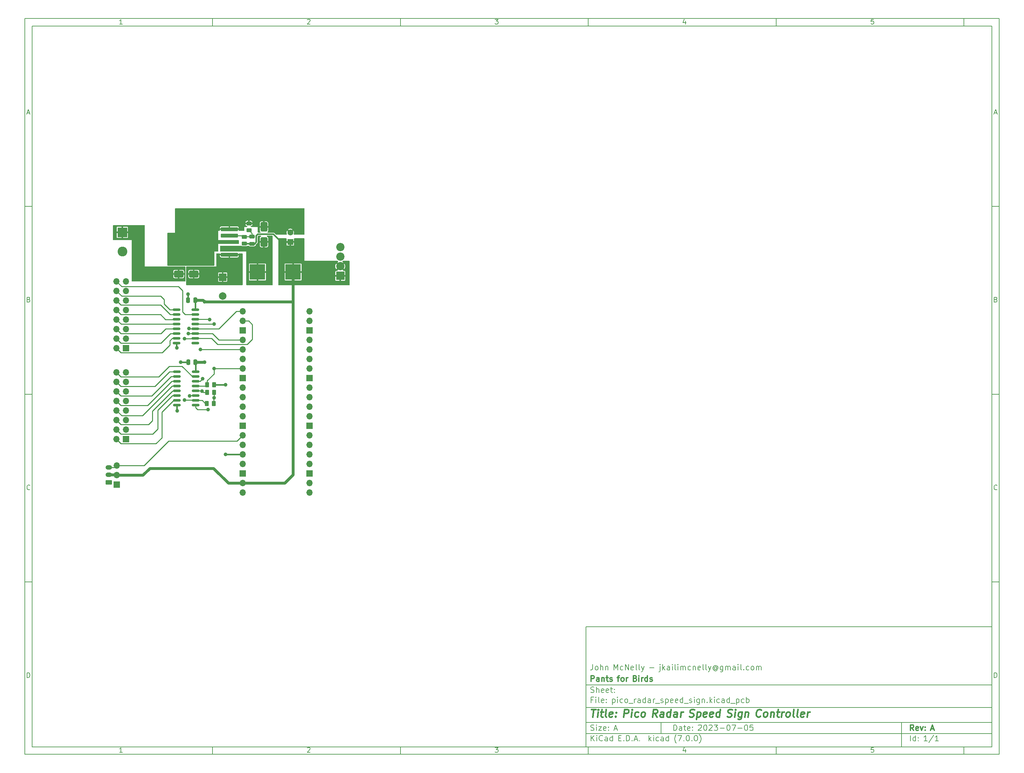
<source format=gbr>
%TF.GenerationSoftware,KiCad,Pcbnew,(7.0.0)*%
%TF.CreationDate,2023-07-05T22:29:38-07:00*%
%TF.ProjectId,pico_radar_speed_sign,7069636f-5f72-4616-9461-725f73706565,A*%
%TF.SameCoordinates,Original*%
%TF.FileFunction,Copper,L1,Top*%
%TF.FilePolarity,Positive*%
%FSLAX46Y46*%
G04 Gerber Fmt 4.6, Leading zero omitted, Abs format (unit mm)*
G04 Created by KiCad (PCBNEW (7.0.0)) date 2023-07-05 22:29:38*
%MOMM*%
%LPD*%
G01*
G04 APERTURE LIST*
G04 Aperture macros list*
%AMRoundRect*
0 Rectangle with rounded corners*
0 $1 Rounding radius*
0 $2 $3 $4 $5 $6 $7 $8 $9 X,Y pos of 4 corners*
0 Add a 4 corners polygon primitive as box body*
4,1,4,$2,$3,$4,$5,$6,$7,$8,$9,$2,$3,0*
0 Add four circle primitives for the rounded corners*
1,1,$1+$1,$2,$3*
1,1,$1+$1,$4,$5*
1,1,$1+$1,$6,$7*
1,1,$1+$1,$8,$9*
0 Add four rect primitives between the rounded corners*
20,1,$1+$1,$2,$3,$4,$5,0*
20,1,$1+$1,$4,$5,$6,$7,0*
20,1,$1+$1,$6,$7,$8,$9,0*
20,1,$1+$1,$8,$9,$2,$3,0*%
G04 Aperture macros list end*
%ADD10C,0.100000*%
%ADD11C,0.150000*%
%ADD12C,0.300000*%
%ADD13C,0.400000*%
%TA.AperFunction,ComponentPad*%
%ADD14R,1.700000X1.700000*%
%TD*%
%TA.AperFunction,ComponentPad*%
%ADD15O,1.700000X1.700000*%
%TD*%
%TA.AperFunction,ComponentPad*%
%ADD16RoundRect,0.250000X0.625000X-0.350000X0.625000X0.350000X-0.625000X0.350000X-0.625000X-0.350000X0*%
%TD*%
%TA.AperFunction,ComponentPad*%
%ADD17O,1.750000X1.200000*%
%TD*%
%TA.AperFunction,SMDPad,CuDef*%
%ADD18RoundRect,0.250000X0.475000X-0.250000X0.475000X0.250000X-0.475000X0.250000X-0.475000X-0.250000X0*%
%TD*%
%TA.AperFunction,ComponentPad*%
%ADD19R,2.200000X2.200000*%
%TD*%
%TA.AperFunction,ComponentPad*%
%ADD20C,2.200000*%
%TD*%
%TA.AperFunction,SMDPad,CuDef*%
%ADD21RoundRect,0.150000X-0.825000X-0.150000X0.825000X-0.150000X0.825000X0.150000X-0.825000X0.150000X0*%
%TD*%
%TA.AperFunction,SMDPad,CuDef*%
%ADD22RoundRect,0.250000X0.450000X-0.262500X0.450000X0.262500X-0.450000X0.262500X-0.450000X-0.262500X0*%
%TD*%
%TA.AperFunction,SMDPad,CuDef*%
%ADD23RoundRect,0.250000X2.050000X0.300000X-2.050000X0.300000X-2.050000X-0.300000X2.050000X-0.300000X0*%
%TD*%
%TA.AperFunction,SMDPad,CuDef*%
%ADD24RoundRect,0.250002X4.449998X5.149998X-4.449998X5.149998X-4.449998X-5.149998X4.449998X-5.149998X0*%
%TD*%
%TA.AperFunction,SMDPad,CuDef*%
%ADD25RoundRect,0.250000X2.025000X2.375000X-2.025000X2.375000X-2.025000X-2.375000X2.025000X-2.375000X0*%
%TD*%
%TA.AperFunction,SMDPad,CuDef*%
%ADD26RoundRect,0.250000X0.262500X0.450000X-0.262500X0.450000X-0.262500X-0.450000X0.262500X-0.450000X0*%
%TD*%
%TA.AperFunction,SMDPad,CuDef*%
%ADD27RoundRect,0.250000X-0.262500X-0.450000X0.262500X-0.450000X0.262500X0.450000X-0.262500X0.450000X0*%
%TD*%
%TA.AperFunction,SMDPad,CuDef*%
%ADD28R,4.100000X4.100000*%
%TD*%
%TA.AperFunction,ComponentPad*%
%ADD29R,2.600000X2.600000*%
%TD*%
%TA.AperFunction,ComponentPad*%
%ADD30C,2.600000*%
%TD*%
%TA.AperFunction,SMDPad,CuDef*%
%ADD31RoundRect,0.250000X0.650000X-1.000000X0.650000X1.000000X-0.650000X1.000000X-0.650000X-1.000000X0*%
%TD*%
%TA.AperFunction,SMDPad,CuDef*%
%ADD32RoundRect,0.250000X1.000000X0.650000X-1.000000X0.650000X-1.000000X-0.650000X1.000000X-0.650000X0*%
%TD*%
%TA.AperFunction,ComponentPad*%
%ADD33R,1.600000X1.600000*%
%TD*%
%TA.AperFunction,ComponentPad*%
%ADD34C,1.600000*%
%TD*%
%TA.AperFunction,ComponentPad*%
%ADD35R,2.000000X2.000000*%
%TD*%
%TA.AperFunction,ComponentPad*%
%ADD36C,2.000000*%
%TD*%
%TA.AperFunction,SMDPad,CuDef*%
%ADD37RoundRect,0.250000X0.250000X0.475000X-0.250000X0.475000X-0.250000X-0.475000X0.250000X-0.475000X0*%
%TD*%
%TA.AperFunction,ViaPad*%
%ADD38C,1.000000*%
%TD*%
%TA.AperFunction,Conductor*%
%ADD39C,0.800000*%
%TD*%
%TA.AperFunction,Conductor*%
%ADD40C,0.250000*%
%TD*%
%TA.AperFunction,Conductor*%
%ADD41C,0.400000*%
%TD*%
G04 APERTURE END LIST*
D10*
D11*
X159400000Y-171900000D02*
X267400000Y-171900000D01*
X267400000Y-203900000D01*
X159400000Y-203900000D01*
X159400000Y-171900000D01*
D10*
D11*
X10000000Y-10000000D02*
X269400000Y-10000000D01*
X269400000Y-205900000D01*
X10000000Y-205900000D01*
X10000000Y-10000000D01*
D10*
D11*
X12000000Y-12000000D02*
X267400000Y-12000000D01*
X267400000Y-203900000D01*
X12000000Y-203900000D01*
X12000000Y-12000000D01*
D10*
D11*
X60000000Y-12000000D02*
X60000000Y-10000000D01*
D10*
D11*
X110000000Y-12000000D02*
X110000000Y-10000000D01*
D10*
D11*
X160000000Y-12000000D02*
X160000000Y-10000000D01*
D10*
D11*
X210000000Y-12000000D02*
X210000000Y-10000000D01*
D10*
D11*
X260000000Y-12000000D02*
X260000000Y-10000000D01*
D10*
D11*
X35990476Y-11477595D02*
X35247619Y-11477595D01*
X35619047Y-11477595D02*
X35619047Y-10177595D01*
X35619047Y-10177595D02*
X35495238Y-10363309D01*
X35495238Y-10363309D02*
X35371428Y-10487119D01*
X35371428Y-10487119D02*
X35247619Y-10549023D01*
D10*
D11*
X85247619Y-10301404D02*
X85309523Y-10239500D01*
X85309523Y-10239500D02*
X85433333Y-10177595D01*
X85433333Y-10177595D02*
X85742857Y-10177595D01*
X85742857Y-10177595D02*
X85866666Y-10239500D01*
X85866666Y-10239500D02*
X85928571Y-10301404D01*
X85928571Y-10301404D02*
X85990476Y-10425214D01*
X85990476Y-10425214D02*
X85990476Y-10549023D01*
X85990476Y-10549023D02*
X85928571Y-10734738D01*
X85928571Y-10734738D02*
X85185714Y-11477595D01*
X85185714Y-11477595D02*
X85990476Y-11477595D01*
D10*
D11*
X135185714Y-10177595D02*
X135990476Y-10177595D01*
X135990476Y-10177595D02*
X135557142Y-10672833D01*
X135557142Y-10672833D02*
X135742857Y-10672833D01*
X135742857Y-10672833D02*
X135866666Y-10734738D01*
X135866666Y-10734738D02*
X135928571Y-10796642D01*
X135928571Y-10796642D02*
X135990476Y-10920452D01*
X135990476Y-10920452D02*
X135990476Y-11229976D01*
X135990476Y-11229976D02*
X135928571Y-11353785D01*
X135928571Y-11353785D02*
X135866666Y-11415690D01*
X135866666Y-11415690D02*
X135742857Y-11477595D01*
X135742857Y-11477595D02*
X135371428Y-11477595D01*
X135371428Y-11477595D02*
X135247619Y-11415690D01*
X135247619Y-11415690D02*
X135185714Y-11353785D01*
D10*
D11*
X185866666Y-10610928D02*
X185866666Y-11477595D01*
X185557142Y-10115690D02*
X185247619Y-11044261D01*
X185247619Y-11044261D02*
X186052380Y-11044261D01*
D10*
D11*
X235928571Y-10177595D02*
X235309523Y-10177595D01*
X235309523Y-10177595D02*
X235247619Y-10796642D01*
X235247619Y-10796642D02*
X235309523Y-10734738D01*
X235309523Y-10734738D02*
X235433333Y-10672833D01*
X235433333Y-10672833D02*
X235742857Y-10672833D01*
X235742857Y-10672833D02*
X235866666Y-10734738D01*
X235866666Y-10734738D02*
X235928571Y-10796642D01*
X235928571Y-10796642D02*
X235990476Y-10920452D01*
X235990476Y-10920452D02*
X235990476Y-11229976D01*
X235990476Y-11229976D02*
X235928571Y-11353785D01*
X235928571Y-11353785D02*
X235866666Y-11415690D01*
X235866666Y-11415690D02*
X235742857Y-11477595D01*
X235742857Y-11477595D02*
X235433333Y-11477595D01*
X235433333Y-11477595D02*
X235309523Y-11415690D01*
X235309523Y-11415690D02*
X235247619Y-11353785D01*
D10*
D11*
X60000000Y-203900000D02*
X60000000Y-205900000D01*
D10*
D11*
X110000000Y-203900000D02*
X110000000Y-205900000D01*
D10*
D11*
X160000000Y-203900000D02*
X160000000Y-205900000D01*
D10*
D11*
X210000000Y-203900000D02*
X210000000Y-205900000D01*
D10*
D11*
X260000000Y-203900000D02*
X260000000Y-205900000D01*
D10*
D11*
X35990476Y-205377595D02*
X35247619Y-205377595D01*
X35619047Y-205377595D02*
X35619047Y-204077595D01*
X35619047Y-204077595D02*
X35495238Y-204263309D01*
X35495238Y-204263309D02*
X35371428Y-204387119D01*
X35371428Y-204387119D02*
X35247619Y-204449023D01*
D10*
D11*
X85247619Y-204201404D02*
X85309523Y-204139500D01*
X85309523Y-204139500D02*
X85433333Y-204077595D01*
X85433333Y-204077595D02*
X85742857Y-204077595D01*
X85742857Y-204077595D02*
X85866666Y-204139500D01*
X85866666Y-204139500D02*
X85928571Y-204201404D01*
X85928571Y-204201404D02*
X85990476Y-204325214D01*
X85990476Y-204325214D02*
X85990476Y-204449023D01*
X85990476Y-204449023D02*
X85928571Y-204634738D01*
X85928571Y-204634738D02*
X85185714Y-205377595D01*
X85185714Y-205377595D02*
X85990476Y-205377595D01*
D10*
D11*
X135185714Y-204077595D02*
X135990476Y-204077595D01*
X135990476Y-204077595D02*
X135557142Y-204572833D01*
X135557142Y-204572833D02*
X135742857Y-204572833D01*
X135742857Y-204572833D02*
X135866666Y-204634738D01*
X135866666Y-204634738D02*
X135928571Y-204696642D01*
X135928571Y-204696642D02*
X135990476Y-204820452D01*
X135990476Y-204820452D02*
X135990476Y-205129976D01*
X135990476Y-205129976D02*
X135928571Y-205253785D01*
X135928571Y-205253785D02*
X135866666Y-205315690D01*
X135866666Y-205315690D02*
X135742857Y-205377595D01*
X135742857Y-205377595D02*
X135371428Y-205377595D01*
X135371428Y-205377595D02*
X135247619Y-205315690D01*
X135247619Y-205315690D02*
X135185714Y-205253785D01*
D10*
D11*
X185866666Y-204510928D02*
X185866666Y-205377595D01*
X185557142Y-204015690D02*
X185247619Y-204944261D01*
X185247619Y-204944261D02*
X186052380Y-204944261D01*
D10*
D11*
X235928571Y-204077595D02*
X235309523Y-204077595D01*
X235309523Y-204077595D02*
X235247619Y-204696642D01*
X235247619Y-204696642D02*
X235309523Y-204634738D01*
X235309523Y-204634738D02*
X235433333Y-204572833D01*
X235433333Y-204572833D02*
X235742857Y-204572833D01*
X235742857Y-204572833D02*
X235866666Y-204634738D01*
X235866666Y-204634738D02*
X235928571Y-204696642D01*
X235928571Y-204696642D02*
X235990476Y-204820452D01*
X235990476Y-204820452D02*
X235990476Y-205129976D01*
X235990476Y-205129976D02*
X235928571Y-205253785D01*
X235928571Y-205253785D02*
X235866666Y-205315690D01*
X235866666Y-205315690D02*
X235742857Y-205377595D01*
X235742857Y-205377595D02*
X235433333Y-205377595D01*
X235433333Y-205377595D02*
X235309523Y-205315690D01*
X235309523Y-205315690D02*
X235247619Y-205253785D01*
D10*
D11*
X10000000Y-60000000D02*
X12000000Y-60000000D01*
D10*
D11*
X10000000Y-110000000D02*
X12000000Y-110000000D01*
D10*
D11*
X10000000Y-160000000D02*
X12000000Y-160000000D01*
D10*
D11*
X10690476Y-35106166D02*
X11309523Y-35106166D01*
X10566666Y-35477595D02*
X10999999Y-34177595D01*
X10999999Y-34177595D02*
X11433333Y-35477595D01*
D10*
D11*
X11092857Y-84796642D02*
X11278571Y-84858547D01*
X11278571Y-84858547D02*
X11340476Y-84920452D01*
X11340476Y-84920452D02*
X11402380Y-85044261D01*
X11402380Y-85044261D02*
X11402380Y-85229976D01*
X11402380Y-85229976D02*
X11340476Y-85353785D01*
X11340476Y-85353785D02*
X11278571Y-85415690D01*
X11278571Y-85415690D02*
X11154761Y-85477595D01*
X11154761Y-85477595D02*
X10659523Y-85477595D01*
X10659523Y-85477595D02*
X10659523Y-84177595D01*
X10659523Y-84177595D02*
X11092857Y-84177595D01*
X11092857Y-84177595D02*
X11216666Y-84239500D01*
X11216666Y-84239500D02*
X11278571Y-84301404D01*
X11278571Y-84301404D02*
X11340476Y-84425214D01*
X11340476Y-84425214D02*
X11340476Y-84549023D01*
X11340476Y-84549023D02*
X11278571Y-84672833D01*
X11278571Y-84672833D02*
X11216666Y-84734738D01*
X11216666Y-84734738D02*
X11092857Y-84796642D01*
X11092857Y-84796642D02*
X10659523Y-84796642D01*
D10*
D11*
X11402380Y-135353785D02*
X11340476Y-135415690D01*
X11340476Y-135415690D02*
X11154761Y-135477595D01*
X11154761Y-135477595D02*
X11030952Y-135477595D01*
X11030952Y-135477595D02*
X10845238Y-135415690D01*
X10845238Y-135415690D02*
X10721428Y-135291880D01*
X10721428Y-135291880D02*
X10659523Y-135168071D01*
X10659523Y-135168071D02*
X10597619Y-134920452D01*
X10597619Y-134920452D02*
X10597619Y-134734738D01*
X10597619Y-134734738D02*
X10659523Y-134487119D01*
X10659523Y-134487119D02*
X10721428Y-134363309D01*
X10721428Y-134363309D02*
X10845238Y-134239500D01*
X10845238Y-134239500D02*
X11030952Y-134177595D01*
X11030952Y-134177595D02*
X11154761Y-134177595D01*
X11154761Y-134177595D02*
X11340476Y-134239500D01*
X11340476Y-134239500D02*
X11402380Y-134301404D01*
D10*
D11*
X10659523Y-185477595D02*
X10659523Y-184177595D01*
X10659523Y-184177595D02*
X10969047Y-184177595D01*
X10969047Y-184177595D02*
X11154761Y-184239500D01*
X11154761Y-184239500D02*
X11278571Y-184363309D01*
X11278571Y-184363309D02*
X11340476Y-184487119D01*
X11340476Y-184487119D02*
X11402380Y-184734738D01*
X11402380Y-184734738D02*
X11402380Y-184920452D01*
X11402380Y-184920452D02*
X11340476Y-185168071D01*
X11340476Y-185168071D02*
X11278571Y-185291880D01*
X11278571Y-185291880D02*
X11154761Y-185415690D01*
X11154761Y-185415690D02*
X10969047Y-185477595D01*
X10969047Y-185477595D02*
X10659523Y-185477595D01*
D10*
D11*
X269400000Y-60000000D02*
X267400000Y-60000000D01*
D10*
D11*
X269400000Y-110000000D02*
X267400000Y-110000000D01*
D10*
D11*
X269400000Y-160000000D02*
X267400000Y-160000000D01*
D10*
D11*
X268090476Y-35106166D02*
X268709523Y-35106166D01*
X267966666Y-35477595D02*
X268399999Y-34177595D01*
X268399999Y-34177595D02*
X268833333Y-35477595D01*
D10*
D11*
X268492857Y-84796642D02*
X268678571Y-84858547D01*
X268678571Y-84858547D02*
X268740476Y-84920452D01*
X268740476Y-84920452D02*
X268802380Y-85044261D01*
X268802380Y-85044261D02*
X268802380Y-85229976D01*
X268802380Y-85229976D02*
X268740476Y-85353785D01*
X268740476Y-85353785D02*
X268678571Y-85415690D01*
X268678571Y-85415690D02*
X268554761Y-85477595D01*
X268554761Y-85477595D02*
X268059523Y-85477595D01*
X268059523Y-85477595D02*
X268059523Y-84177595D01*
X268059523Y-84177595D02*
X268492857Y-84177595D01*
X268492857Y-84177595D02*
X268616666Y-84239500D01*
X268616666Y-84239500D02*
X268678571Y-84301404D01*
X268678571Y-84301404D02*
X268740476Y-84425214D01*
X268740476Y-84425214D02*
X268740476Y-84549023D01*
X268740476Y-84549023D02*
X268678571Y-84672833D01*
X268678571Y-84672833D02*
X268616666Y-84734738D01*
X268616666Y-84734738D02*
X268492857Y-84796642D01*
X268492857Y-84796642D02*
X268059523Y-84796642D01*
D10*
D11*
X268802380Y-135353785D02*
X268740476Y-135415690D01*
X268740476Y-135415690D02*
X268554761Y-135477595D01*
X268554761Y-135477595D02*
X268430952Y-135477595D01*
X268430952Y-135477595D02*
X268245238Y-135415690D01*
X268245238Y-135415690D02*
X268121428Y-135291880D01*
X268121428Y-135291880D02*
X268059523Y-135168071D01*
X268059523Y-135168071D02*
X267997619Y-134920452D01*
X267997619Y-134920452D02*
X267997619Y-134734738D01*
X267997619Y-134734738D02*
X268059523Y-134487119D01*
X268059523Y-134487119D02*
X268121428Y-134363309D01*
X268121428Y-134363309D02*
X268245238Y-134239500D01*
X268245238Y-134239500D02*
X268430952Y-134177595D01*
X268430952Y-134177595D02*
X268554761Y-134177595D01*
X268554761Y-134177595D02*
X268740476Y-134239500D01*
X268740476Y-134239500D02*
X268802380Y-134301404D01*
D10*
D11*
X268059523Y-185477595D02*
X268059523Y-184177595D01*
X268059523Y-184177595D02*
X268369047Y-184177595D01*
X268369047Y-184177595D02*
X268554761Y-184239500D01*
X268554761Y-184239500D02*
X268678571Y-184363309D01*
X268678571Y-184363309D02*
X268740476Y-184487119D01*
X268740476Y-184487119D02*
X268802380Y-184734738D01*
X268802380Y-184734738D02*
X268802380Y-184920452D01*
X268802380Y-184920452D02*
X268740476Y-185168071D01*
X268740476Y-185168071D02*
X268678571Y-185291880D01*
X268678571Y-185291880D02*
X268554761Y-185415690D01*
X268554761Y-185415690D02*
X268369047Y-185477595D01*
X268369047Y-185477595D02*
X268059523Y-185477595D01*
D10*
D11*
X182757142Y-199551071D02*
X182757142Y-198051071D01*
X182757142Y-198051071D02*
X183114285Y-198051071D01*
X183114285Y-198051071D02*
X183328571Y-198122500D01*
X183328571Y-198122500D02*
X183471428Y-198265357D01*
X183471428Y-198265357D02*
X183542857Y-198408214D01*
X183542857Y-198408214D02*
X183614285Y-198693928D01*
X183614285Y-198693928D02*
X183614285Y-198908214D01*
X183614285Y-198908214D02*
X183542857Y-199193928D01*
X183542857Y-199193928D02*
X183471428Y-199336785D01*
X183471428Y-199336785D02*
X183328571Y-199479642D01*
X183328571Y-199479642D02*
X183114285Y-199551071D01*
X183114285Y-199551071D02*
X182757142Y-199551071D01*
X184900000Y-199551071D02*
X184900000Y-198765357D01*
X184900000Y-198765357D02*
X184828571Y-198622500D01*
X184828571Y-198622500D02*
X184685714Y-198551071D01*
X184685714Y-198551071D02*
X184400000Y-198551071D01*
X184400000Y-198551071D02*
X184257142Y-198622500D01*
X184900000Y-199479642D02*
X184757142Y-199551071D01*
X184757142Y-199551071D02*
X184400000Y-199551071D01*
X184400000Y-199551071D02*
X184257142Y-199479642D01*
X184257142Y-199479642D02*
X184185714Y-199336785D01*
X184185714Y-199336785D02*
X184185714Y-199193928D01*
X184185714Y-199193928D02*
X184257142Y-199051071D01*
X184257142Y-199051071D02*
X184400000Y-198979642D01*
X184400000Y-198979642D02*
X184757142Y-198979642D01*
X184757142Y-198979642D02*
X184900000Y-198908214D01*
X185400000Y-198551071D02*
X185971428Y-198551071D01*
X185614285Y-198051071D02*
X185614285Y-199336785D01*
X185614285Y-199336785D02*
X185685714Y-199479642D01*
X185685714Y-199479642D02*
X185828571Y-199551071D01*
X185828571Y-199551071D02*
X185971428Y-199551071D01*
X187042857Y-199479642D02*
X186900000Y-199551071D01*
X186900000Y-199551071D02*
X186614286Y-199551071D01*
X186614286Y-199551071D02*
X186471428Y-199479642D01*
X186471428Y-199479642D02*
X186400000Y-199336785D01*
X186400000Y-199336785D02*
X186400000Y-198765357D01*
X186400000Y-198765357D02*
X186471428Y-198622500D01*
X186471428Y-198622500D02*
X186614286Y-198551071D01*
X186614286Y-198551071D02*
X186900000Y-198551071D01*
X186900000Y-198551071D02*
X187042857Y-198622500D01*
X187042857Y-198622500D02*
X187114286Y-198765357D01*
X187114286Y-198765357D02*
X187114286Y-198908214D01*
X187114286Y-198908214D02*
X186400000Y-199051071D01*
X187757142Y-199408214D02*
X187828571Y-199479642D01*
X187828571Y-199479642D02*
X187757142Y-199551071D01*
X187757142Y-199551071D02*
X187685714Y-199479642D01*
X187685714Y-199479642D02*
X187757142Y-199408214D01*
X187757142Y-199408214D02*
X187757142Y-199551071D01*
X187757142Y-198622500D02*
X187828571Y-198693928D01*
X187828571Y-198693928D02*
X187757142Y-198765357D01*
X187757142Y-198765357D02*
X187685714Y-198693928D01*
X187685714Y-198693928D02*
X187757142Y-198622500D01*
X187757142Y-198622500D02*
X187757142Y-198765357D01*
X189300000Y-198193928D02*
X189371428Y-198122500D01*
X189371428Y-198122500D02*
X189514286Y-198051071D01*
X189514286Y-198051071D02*
X189871428Y-198051071D01*
X189871428Y-198051071D02*
X190014286Y-198122500D01*
X190014286Y-198122500D02*
X190085714Y-198193928D01*
X190085714Y-198193928D02*
X190157143Y-198336785D01*
X190157143Y-198336785D02*
X190157143Y-198479642D01*
X190157143Y-198479642D02*
X190085714Y-198693928D01*
X190085714Y-198693928D02*
X189228571Y-199551071D01*
X189228571Y-199551071D02*
X190157143Y-199551071D01*
X191085714Y-198051071D02*
X191228571Y-198051071D01*
X191228571Y-198051071D02*
X191371428Y-198122500D01*
X191371428Y-198122500D02*
X191442857Y-198193928D01*
X191442857Y-198193928D02*
X191514285Y-198336785D01*
X191514285Y-198336785D02*
X191585714Y-198622500D01*
X191585714Y-198622500D02*
X191585714Y-198979642D01*
X191585714Y-198979642D02*
X191514285Y-199265357D01*
X191514285Y-199265357D02*
X191442857Y-199408214D01*
X191442857Y-199408214D02*
X191371428Y-199479642D01*
X191371428Y-199479642D02*
X191228571Y-199551071D01*
X191228571Y-199551071D02*
X191085714Y-199551071D01*
X191085714Y-199551071D02*
X190942857Y-199479642D01*
X190942857Y-199479642D02*
X190871428Y-199408214D01*
X190871428Y-199408214D02*
X190799999Y-199265357D01*
X190799999Y-199265357D02*
X190728571Y-198979642D01*
X190728571Y-198979642D02*
X190728571Y-198622500D01*
X190728571Y-198622500D02*
X190799999Y-198336785D01*
X190799999Y-198336785D02*
X190871428Y-198193928D01*
X190871428Y-198193928D02*
X190942857Y-198122500D01*
X190942857Y-198122500D02*
X191085714Y-198051071D01*
X192157142Y-198193928D02*
X192228570Y-198122500D01*
X192228570Y-198122500D02*
X192371428Y-198051071D01*
X192371428Y-198051071D02*
X192728570Y-198051071D01*
X192728570Y-198051071D02*
X192871428Y-198122500D01*
X192871428Y-198122500D02*
X192942856Y-198193928D01*
X192942856Y-198193928D02*
X193014285Y-198336785D01*
X193014285Y-198336785D02*
X193014285Y-198479642D01*
X193014285Y-198479642D02*
X192942856Y-198693928D01*
X192942856Y-198693928D02*
X192085713Y-199551071D01*
X192085713Y-199551071D02*
X193014285Y-199551071D01*
X193514284Y-198051071D02*
X194442856Y-198051071D01*
X194442856Y-198051071D02*
X193942856Y-198622500D01*
X193942856Y-198622500D02*
X194157141Y-198622500D01*
X194157141Y-198622500D02*
X194299999Y-198693928D01*
X194299999Y-198693928D02*
X194371427Y-198765357D01*
X194371427Y-198765357D02*
X194442856Y-198908214D01*
X194442856Y-198908214D02*
X194442856Y-199265357D01*
X194442856Y-199265357D02*
X194371427Y-199408214D01*
X194371427Y-199408214D02*
X194299999Y-199479642D01*
X194299999Y-199479642D02*
X194157141Y-199551071D01*
X194157141Y-199551071D02*
X193728570Y-199551071D01*
X193728570Y-199551071D02*
X193585713Y-199479642D01*
X193585713Y-199479642D02*
X193514284Y-199408214D01*
X195085712Y-198979642D02*
X196228570Y-198979642D01*
X197228570Y-198051071D02*
X197371427Y-198051071D01*
X197371427Y-198051071D02*
X197514284Y-198122500D01*
X197514284Y-198122500D02*
X197585713Y-198193928D01*
X197585713Y-198193928D02*
X197657141Y-198336785D01*
X197657141Y-198336785D02*
X197728570Y-198622500D01*
X197728570Y-198622500D02*
X197728570Y-198979642D01*
X197728570Y-198979642D02*
X197657141Y-199265357D01*
X197657141Y-199265357D02*
X197585713Y-199408214D01*
X197585713Y-199408214D02*
X197514284Y-199479642D01*
X197514284Y-199479642D02*
X197371427Y-199551071D01*
X197371427Y-199551071D02*
X197228570Y-199551071D01*
X197228570Y-199551071D02*
X197085713Y-199479642D01*
X197085713Y-199479642D02*
X197014284Y-199408214D01*
X197014284Y-199408214D02*
X196942855Y-199265357D01*
X196942855Y-199265357D02*
X196871427Y-198979642D01*
X196871427Y-198979642D02*
X196871427Y-198622500D01*
X196871427Y-198622500D02*
X196942855Y-198336785D01*
X196942855Y-198336785D02*
X197014284Y-198193928D01*
X197014284Y-198193928D02*
X197085713Y-198122500D01*
X197085713Y-198122500D02*
X197228570Y-198051071D01*
X198228569Y-198051071D02*
X199228569Y-198051071D01*
X199228569Y-198051071D02*
X198585712Y-199551071D01*
X199799997Y-198979642D02*
X200942855Y-198979642D01*
X201942855Y-198051071D02*
X202085712Y-198051071D01*
X202085712Y-198051071D02*
X202228569Y-198122500D01*
X202228569Y-198122500D02*
X202299998Y-198193928D01*
X202299998Y-198193928D02*
X202371426Y-198336785D01*
X202371426Y-198336785D02*
X202442855Y-198622500D01*
X202442855Y-198622500D02*
X202442855Y-198979642D01*
X202442855Y-198979642D02*
X202371426Y-199265357D01*
X202371426Y-199265357D02*
X202299998Y-199408214D01*
X202299998Y-199408214D02*
X202228569Y-199479642D01*
X202228569Y-199479642D02*
X202085712Y-199551071D01*
X202085712Y-199551071D02*
X201942855Y-199551071D01*
X201942855Y-199551071D02*
X201799998Y-199479642D01*
X201799998Y-199479642D02*
X201728569Y-199408214D01*
X201728569Y-199408214D02*
X201657140Y-199265357D01*
X201657140Y-199265357D02*
X201585712Y-198979642D01*
X201585712Y-198979642D02*
X201585712Y-198622500D01*
X201585712Y-198622500D02*
X201657140Y-198336785D01*
X201657140Y-198336785D02*
X201728569Y-198193928D01*
X201728569Y-198193928D02*
X201799998Y-198122500D01*
X201799998Y-198122500D02*
X201942855Y-198051071D01*
X203799997Y-198051071D02*
X203085711Y-198051071D01*
X203085711Y-198051071D02*
X203014283Y-198765357D01*
X203014283Y-198765357D02*
X203085711Y-198693928D01*
X203085711Y-198693928D02*
X203228569Y-198622500D01*
X203228569Y-198622500D02*
X203585711Y-198622500D01*
X203585711Y-198622500D02*
X203728569Y-198693928D01*
X203728569Y-198693928D02*
X203799997Y-198765357D01*
X203799997Y-198765357D02*
X203871426Y-198908214D01*
X203871426Y-198908214D02*
X203871426Y-199265357D01*
X203871426Y-199265357D02*
X203799997Y-199408214D01*
X203799997Y-199408214D02*
X203728569Y-199479642D01*
X203728569Y-199479642D02*
X203585711Y-199551071D01*
X203585711Y-199551071D02*
X203228569Y-199551071D01*
X203228569Y-199551071D02*
X203085711Y-199479642D01*
X203085711Y-199479642D02*
X203014283Y-199408214D01*
D10*
D11*
X159400000Y-200400000D02*
X267400000Y-200400000D01*
D10*
D11*
X160757142Y-202351071D02*
X160757142Y-200851071D01*
X161614285Y-202351071D02*
X160971428Y-201493928D01*
X161614285Y-200851071D02*
X160757142Y-201708214D01*
X162257142Y-202351071D02*
X162257142Y-201351071D01*
X162257142Y-200851071D02*
X162185714Y-200922500D01*
X162185714Y-200922500D02*
X162257142Y-200993928D01*
X162257142Y-200993928D02*
X162328571Y-200922500D01*
X162328571Y-200922500D02*
X162257142Y-200851071D01*
X162257142Y-200851071D02*
X162257142Y-200993928D01*
X163828571Y-202208214D02*
X163757143Y-202279642D01*
X163757143Y-202279642D02*
X163542857Y-202351071D01*
X163542857Y-202351071D02*
X163400000Y-202351071D01*
X163400000Y-202351071D02*
X163185714Y-202279642D01*
X163185714Y-202279642D02*
X163042857Y-202136785D01*
X163042857Y-202136785D02*
X162971428Y-201993928D01*
X162971428Y-201993928D02*
X162900000Y-201708214D01*
X162900000Y-201708214D02*
X162900000Y-201493928D01*
X162900000Y-201493928D02*
X162971428Y-201208214D01*
X162971428Y-201208214D02*
X163042857Y-201065357D01*
X163042857Y-201065357D02*
X163185714Y-200922500D01*
X163185714Y-200922500D02*
X163400000Y-200851071D01*
X163400000Y-200851071D02*
X163542857Y-200851071D01*
X163542857Y-200851071D02*
X163757143Y-200922500D01*
X163757143Y-200922500D02*
X163828571Y-200993928D01*
X165114286Y-202351071D02*
X165114286Y-201565357D01*
X165114286Y-201565357D02*
X165042857Y-201422500D01*
X165042857Y-201422500D02*
X164900000Y-201351071D01*
X164900000Y-201351071D02*
X164614286Y-201351071D01*
X164614286Y-201351071D02*
X164471428Y-201422500D01*
X165114286Y-202279642D02*
X164971428Y-202351071D01*
X164971428Y-202351071D02*
X164614286Y-202351071D01*
X164614286Y-202351071D02*
X164471428Y-202279642D01*
X164471428Y-202279642D02*
X164400000Y-202136785D01*
X164400000Y-202136785D02*
X164400000Y-201993928D01*
X164400000Y-201993928D02*
X164471428Y-201851071D01*
X164471428Y-201851071D02*
X164614286Y-201779642D01*
X164614286Y-201779642D02*
X164971428Y-201779642D01*
X164971428Y-201779642D02*
X165114286Y-201708214D01*
X166471429Y-202351071D02*
X166471429Y-200851071D01*
X166471429Y-202279642D02*
X166328571Y-202351071D01*
X166328571Y-202351071D02*
X166042857Y-202351071D01*
X166042857Y-202351071D02*
X165900000Y-202279642D01*
X165900000Y-202279642D02*
X165828571Y-202208214D01*
X165828571Y-202208214D02*
X165757143Y-202065357D01*
X165757143Y-202065357D02*
X165757143Y-201636785D01*
X165757143Y-201636785D02*
X165828571Y-201493928D01*
X165828571Y-201493928D02*
X165900000Y-201422500D01*
X165900000Y-201422500D02*
X166042857Y-201351071D01*
X166042857Y-201351071D02*
X166328571Y-201351071D01*
X166328571Y-201351071D02*
X166471429Y-201422500D01*
X168085714Y-201565357D02*
X168585714Y-201565357D01*
X168800000Y-202351071D02*
X168085714Y-202351071D01*
X168085714Y-202351071D02*
X168085714Y-200851071D01*
X168085714Y-200851071D02*
X168800000Y-200851071D01*
X169442857Y-202208214D02*
X169514286Y-202279642D01*
X169514286Y-202279642D02*
X169442857Y-202351071D01*
X169442857Y-202351071D02*
X169371429Y-202279642D01*
X169371429Y-202279642D02*
X169442857Y-202208214D01*
X169442857Y-202208214D02*
X169442857Y-202351071D01*
X170157143Y-202351071D02*
X170157143Y-200851071D01*
X170157143Y-200851071D02*
X170514286Y-200851071D01*
X170514286Y-200851071D02*
X170728572Y-200922500D01*
X170728572Y-200922500D02*
X170871429Y-201065357D01*
X170871429Y-201065357D02*
X170942858Y-201208214D01*
X170942858Y-201208214D02*
X171014286Y-201493928D01*
X171014286Y-201493928D02*
X171014286Y-201708214D01*
X171014286Y-201708214D02*
X170942858Y-201993928D01*
X170942858Y-201993928D02*
X170871429Y-202136785D01*
X170871429Y-202136785D02*
X170728572Y-202279642D01*
X170728572Y-202279642D02*
X170514286Y-202351071D01*
X170514286Y-202351071D02*
X170157143Y-202351071D01*
X171657143Y-202208214D02*
X171728572Y-202279642D01*
X171728572Y-202279642D02*
X171657143Y-202351071D01*
X171657143Y-202351071D02*
X171585715Y-202279642D01*
X171585715Y-202279642D02*
X171657143Y-202208214D01*
X171657143Y-202208214D02*
X171657143Y-202351071D01*
X172300001Y-201922500D02*
X173014287Y-201922500D01*
X172157144Y-202351071D02*
X172657144Y-200851071D01*
X172657144Y-200851071D02*
X173157144Y-202351071D01*
X173657143Y-202208214D02*
X173728572Y-202279642D01*
X173728572Y-202279642D02*
X173657143Y-202351071D01*
X173657143Y-202351071D02*
X173585715Y-202279642D01*
X173585715Y-202279642D02*
X173657143Y-202208214D01*
X173657143Y-202208214D02*
X173657143Y-202351071D01*
X176171429Y-202351071D02*
X176171429Y-200851071D01*
X176314287Y-201779642D02*
X176742858Y-202351071D01*
X176742858Y-201351071D02*
X176171429Y-201922500D01*
X177385715Y-202351071D02*
X177385715Y-201351071D01*
X177385715Y-200851071D02*
X177314287Y-200922500D01*
X177314287Y-200922500D02*
X177385715Y-200993928D01*
X177385715Y-200993928D02*
X177457144Y-200922500D01*
X177457144Y-200922500D02*
X177385715Y-200851071D01*
X177385715Y-200851071D02*
X177385715Y-200993928D01*
X178742859Y-202279642D02*
X178600001Y-202351071D01*
X178600001Y-202351071D02*
X178314287Y-202351071D01*
X178314287Y-202351071D02*
X178171430Y-202279642D01*
X178171430Y-202279642D02*
X178100001Y-202208214D01*
X178100001Y-202208214D02*
X178028573Y-202065357D01*
X178028573Y-202065357D02*
X178028573Y-201636785D01*
X178028573Y-201636785D02*
X178100001Y-201493928D01*
X178100001Y-201493928D02*
X178171430Y-201422500D01*
X178171430Y-201422500D02*
X178314287Y-201351071D01*
X178314287Y-201351071D02*
X178600001Y-201351071D01*
X178600001Y-201351071D02*
X178742859Y-201422500D01*
X180028573Y-202351071D02*
X180028573Y-201565357D01*
X180028573Y-201565357D02*
X179957144Y-201422500D01*
X179957144Y-201422500D02*
X179814287Y-201351071D01*
X179814287Y-201351071D02*
X179528573Y-201351071D01*
X179528573Y-201351071D02*
X179385715Y-201422500D01*
X180028573Y-202279642D02*
X179885715Y-202351071D01*
X179885715Y-202351071D02*
X179528573Y-202351071D01*
X179528573Y-202351071D02*
X179385715Y-202279642D01*
X179385715Y-202279642D02*
X179314287Y-202136785D01*
X179314287Y-202136785D02*
X179314287Y-201993928D01*
X179314287Y-201993928D02*
X179385715Y-201851071D01*
X179385715Y-201851071D02*
X179528573Y-201779642D01*
X179528573Y-201779642D02*
X179885715Y-201779642D01*
X179885715Y-201779642D02*
X180028573Y-201708214D01*
X181385716Y-202351071D02*
X181385716Y-200851071D01*
X181385716Y-202279642D02*
X181242858Y-202351071D01*
X181242858Y-202351071D02*
X180957144Y-202351071D01*
X180957144Y-202351071D02*
X180814287Y-202279642D01*
X180814287Y-202279642D02*
X180742858Y-202208214D01*
X180742858Y-202208214D02*
X180671430Y-202065357D01*
X180671430Y-202065357D02*
X180671430Y-201636785D01*
X180671430Y-201636785D02*
X180742858Y-201493928D01*
X180742858Y-201493928D02*
X180814287Y-201422500D01*
X180814287Y-201422500D02*
X180957144Y-201351071D01*
X180957144Y-201351071D02*
X181242858Y-201351071D01*
X181242858Y-201351071D02*
X181385716Y-201422500D01*
X183428573Y-202922500D02*
X183357144Y-202851071D01*
X183357144Y-202851071D02*
X183214287Y-202636785D01*
X183214287Y-202636785D02*
X183142859Y-202493928D01*
X183142859Y-202493928D02*
X183071430Y-202279642D01*
X183071430Y-202279642D02*
X183000001Y-201922500D01*
X183000001Y-201922500D02*
X183000001Y-201636785D01*
X183000001Y-201636785D02*
X183071430Y-201279642D01*
X183071430Y-201279642D02*
X183142859Y-201065357D01*
X183142859Y-201065357D02*
X183214287Y-200922500D01*
X183214287Y-200922500D02*
X183357144Y-200708214D01*
X183357144Y-200708214D02*
X183428573Y-200636785D01*
X183857144Y-200851071D02*
X184857144Y-200851071D01*
X184857144Y-200851071D02*
X184214287Y-202351071D01*
X185428572Y-202208214D02*
X185500001Y-202279642D01*
X185500001Y-202279642D02*
X185428572Y-202351071D01*
X185428572Y-202351071D02*
X185357144Y-202279642D01*
X185357144Y-202279642D02*
X185428572Y-202208214D01*
X185428572Y-202208214D02*
X185428572Y-202351071D01*
X186428573Y-200851071D02*
X186571430Y-200851071D01*
X186571430Y-200851071D02*
X186714287Y-200922500D01*
X186714287Y-200922500D02*
X186785716Y-200993928D01*
X186785716Y-200993928D02*
X186857144Y-201136785D01*
X186857144Y-201136785D02*
X186928573Y-201422500D01*
X186928573Y-201422500D02*
X186928573Y-201779642D01*
X186928573Y-201779642D02*
X186857144Y-202065357D01*
X186857144Y-202065357D02*
X186785716Y-202208214D01*
X186785716Y-202208214D02*
X186714287Y-202279642D01*
X186714287Y-202279642D02*
X186571430Y-202351071D01*
X186571430Y-202351071D02*
X186428573Y-202351071D01*
X186428573Y-202351071D02*
X186285716Y-202279642D01*
X186285716Y-202279642D02*
X186214287Y-202208214D01*
X186214287Y-202208214D02*
X186142858Y-202065357D01*
X186142858Y-202065357D02*
X186071430Y-201779642D01*
X186071430Y-201779642D02*
X186071430Y-201422500D01*
X186071430Y-201422500D02*
X186142858Y-201136785D01*
X186142858Y-201136785D02*
X186214287Y-200993928D01*
X186214287Y-200993928D02*
X186285716Y-200922500D01*
X186285716Y-200922500D02*
X186428573Y-200851071D01*
X187571429Y-202208214D02*
X187642858Y-202279642D01*
X187642858Y-202279642D02*
X187571429Y-202351071D01*
X187571429Y-202351071D02*
X187500001Y-202279642D01*
X187500001Y-202279642D02*
X187571429Y-202208214D01*
X187571429Y-202208214D02*
X187571429Y-202351071D01*
X188571430Y-200851071D02*
X188714287Y-200851071D01*
X188714287Y-200851071D02*
X188857144Y-200922500D01*
X188857144Y-200922500D02*
X188928573Y-200993928D01*
X188928573Y-200993928D02*
X189000001Y-201136785D01*
X189000001Y-201136785D02*
X189071430Y-201422500D01*
X189071430Y-201422500D02*
X189071430Y-201779642D01*
X189071430Y-201779642D02*
X189000001Y-202065357D01*
X189000001Y-202065357D02*
X188928573Y-202208214D01*
X188928573Y-202208214D02*
X188857144Y-202279642D01*
X188857144Y-202279642D02*
X188714287Y-202351071D01*
X188714287Y-202351071D02*
X188571430Y-202351071D01*
X188571430Y-202351071D02*
X188428573Y-202279642D01*
X188428573Y-202279642D02*
X188357144Y-202208214D01*
X188357144Y-202208214D02*
X188285715Y-202065357D01*
X188285715Y-202065357D02*
X188214287Y-201779642D01*
X188214287Y-201779642D02*
X188214287Y-201422500D01*
X188214287Y-201422500D02*
X188285715Y-201136785D01*
X188285715Y-201136785D02*
X188357144Y-200993928D01*
X188357144Y-200993928D02*
X188428573Y-200922500D01*
X188428573Y-200922500D02*
X188571430Y-200851071D01*
X189571429Y-202922500D02*
X189642858Y-202851071D01*
X189642858Y-202851071D02*
X189785715Y-202636785D01*
X189785715Y-202636785D02*
X189857144Y-202493928D01*
X189857144Y-202493928D02*
X189928572Y-202279642D01*
X189928572Y-202279642D02*
X190000001Y-201922500D01*
X190000001Y-201922500D02*
X190000001Y-201636785D01*
X190000001Y-201636785D02*
X189928572Y-201279642D01*
X189928572Y-201279642D02*
X189857144Y-201065357D01*
X189857144Y-201065357D02*
X189785715Y-200922500D01*
X189785715Y-200922500D02*
X189642858Y-200708214D01*
X189642858Y-200708214D02*
X189571429Y-200636785D01*
D10*
D11*
X159400000Y-197400000D02*
X267400000Y-197400000D01*
D10*
D12*
X246614285Y-199551071D02*
X246114285Y-198836785D01*
X245757142Y-199551071D02*
X245757142Y-198051071D01*
X245757142Y-198051071D02*
X246328571Y-198051071D01*
X246328571Y-198051071D02*
X246471428Y-198122500D01*
X246471428Y-198122500D02*
X246542857Y-198193928D01*
X246542857Y-198193928D02*
X246614285Y-198336785D01*
X246614285Y-198336785D02*
X246614285Y-198551071D01*
X246614285Y-198551071D02*
X246542857Y-198693928D01*
X246542857Y-198693928D02*
X246471428Y-198765357D01*
X246471428Y-198765357D02*
X246328571Y-198836785D01*
X246328571Y-198836785D02*
X245757142Y-198836785D01*
X247828571Y-199479642D02*
X247685714Y-199551071D01*
X247685714Y-199551071D02*
X247400000Y-199551071D01*
X247400000Y-199551071D02*
X247257142Y-199479642D01*
X247257142Y-199479642D02*
X247185714Y-199336785D01*
X247185714Y-199336785D02*
X247185714Y-198765357D01*
X247185714Y-198765357D02*
X247257142Y-198622500D01*
X247257142Y-198622500D02*
X247400000Y-198551071D01*
X247400000Y-198551071D02*
X247685714Y-198551071D01*
X247685714Y-198551071D02*
X247828571Y-198622500D01*
X247828571Y-198622500D02*
X247900000Y-198765357D01*
X247900000Y-198765357D02*
X247900000Y-198908214D01*
X247900000Y-198908214D02*
X247185714Y-199051071D01*
X248399999Y-198551071D02*
X248757142Y-199551071D01*
X248757142Y-199551071D02*
X249114285Y-198551071D01*
X249685713Y-199408214D02*
X249757142Y-199479642D01*
X249757142Y-199479642D02*
X249685713Y-199551071D01*
X249685713Y-199551071D02*
X249614285Y-199479642D01*
X249614285Y-199479642D02*
X249685713Y-199408214D01*
X249685713Y-199408214D02*
X249685713Y-199551071D01*
X249685713Y-198622500D02*
X249757142Y-198693928D01*
X249757142Y-198693928D02*
X249685713Y-198765357D01*
X249685713Y-198765357D02*
X249614285Y-198693928D01*
X249614285Y-198693928D02*
X249685713Y-198622500D01*
X249685713Y-198622500D02*
X249685713Y-198765357D01*
X251228571Y-199122500D02*
X251942857Y-199122500D01*
X251085714Y-199551071D02*
X251585714Y-198051071D01*
X251585714Y-198051071D02*
X252085714Y-199551071D01*
D10*
D11*
X160685714Y-199479642D02*
X160900000Y-199551071D01*
X160900000Y-199551071D02*
X161257142Y-199551071D01*
X161257142Y-199551071D02*
X161400000Y-199479642D01*
X161400000Y-199479642D02*
X161471428Y-199408214D01*
X161471428Y-199408214D02*
X161542857Y-199265357D01*
X161542857Y-199265357D02*
X161542857Y-199122500D01*
X161542857Y-199122500D02*
X161471428Y-198979642D01*
X161471428Y-198979642D02*
X161400000Y-198908214D01*
X161400000Y-198908214D02*
X161257142Y-198836785D01*
X161257142Y-198836785D02*
X160971428Y-198765357D01*
X160971428Y-198765357D02*
X160828571Y-198693928D01*
X160828571Y-198693928D02*
X160757142Y-198622500D01*
X160757142Y-198622500D02*
X160685714Y-198479642D01*
X160685714Y-198479642D02*
X160685714Y-198336785D01*
X160685714Y-198336785D02*
X160757142Y-198193928D01*
X160757142Y-198193928D02*
X160828571Y-198122500D01*
X160828571Y-198122500D02*
X160971428Y-198051071D01*
X160971428Y-198051071D02*
X161328571Y-198051071D01*
X161328571Y-198051071D02*
X161542857Y-198122500D01*
X162185713Y-199551071D02*
X162185713Y-198551071D01*
X162185713Y-198051071D02*
X162114285Y-198122500D01*
X162114285Y-198122500D02*
X162185713Y-198193928D01*
X162185713Y-198193928D02*
X162257142Y-198122500D01*
X162257142Y-198122500D02*
X162185713Y-198051071D01*
X162185713Y-198051071D02*
X162185713Y-198193928D01*
X162757142Y-198551071D02*
X163542857Y-198551071D01*
X163542857Y-198551071D02*
X162757142Y-199551071D01*
X162757142Y-199551071D02*
X163542857Y-199551071D01*
X164685714Y-199479642D02*
X164542857Y-199551071D01*
X164542857Y-199551071D02*
X164257143Y-199551071D01*
X164257143Y-199551071D02*
X164114285Y-199479642D01*
X164114285Y-199479642D02*
X164042857Y-199336785D01*
X164042857Y-199336785D02*
X164042857Y-198765357D01*
X164042857Y-198765357D02*
X164114285Y-198622500D01*
X164114285Y-198622500D02*
X164257143Y-198551071D01*
X164257143Y-198551071D02*
X164542857Y-198551071D01*
X164542857Y-198551071D02*
X164685714Y-198622500D01*
X164685714Y-198622500D02*
X164757143Y-198765357D01*
X164757143Y-198765357D02*
X164757143Y-198908214D01*
X164757143Y-198908214D02*
X164042857Y-199051071D01*
X165399999Y-199408214D02*
X165471428Y-199479642D01*
X165471428Y-199479642D02*
X165399999Y-199551071D01*
X165399999Y-199551071D02*
X165328571Y-199479642D01*
X165328571Y-199479642D02*
X165399999Y-199408214D01*
X165399999Y-199408214D02*
X165399999Y-199551071D01*
X165399999Y-198622500D02*
X165471428Y-198693928D01*
X165471428Y-198693928D02*
X165399999Y-198765357D01*
X165399999Y-198765357D02*
X165328571Y-198693928D01*
X165328571Y-198693928D02*
X165399999Y-198622500D01*
X165399999Y-198622500D02*
X165399999Y-198765357D01*
X166942857Y-199122500D02*
X167657143Y-199122500D01*
X166800000Y-199551071D02*
X167300000Y-198051071D01*
X167300000Y-198051071D02*
X167800000Y-199551071D01*
D10*
D11*
X245757142Y-202351071D02*
X245757142Y-200851071D01*
X247114286Y-202351071D02*
X247114286Y-200851071D01*
X247114286Y-202279642D02*
X246971428Y-202351071D01*
X246971428Y-202351071D02*
X246685714Y-202351071D01*
X246685714Y-202351071D02*
X246542857Y-202279642D01*
X246542857Y-202279642D02*
X246471428Y-202208214D01*
X246471428Y-202208214D02*
X246400000Y-202065357D01*
X246400000Y-202065357D02*
X246400000Y-201636785D01*
X246400000Y-201636785D02*
X246471428Y-201493928D01*
X246471428Y-201493928D02*
X246542857Y-201422500D01*
X246542857Y-201422500D02*
X246685714Y-201351071D01*
X246685714Y-201351071D02*
X246971428Y-201351071D01*
X246971428Y-201351071D02*
X247114286Y-201422500D01*
X247828571Y-202208214D02*
X247900000Y-202279642D01*
X247900000Y-202279642D02*
X247828571Y-202351071D01*
X247828571Y-202351071D02*
X247757143Y-202279642D01*
X247757143Y-202279642D02*
X247828571Y-202208214D01*
X247828571Y-202208214D02*
X247828571Y-202351071D01*
X247828571Y-201422500D02*
X247900000Y-201493928D01*
X247900000Y-201493928D02*
X247828571Y-201565357D01*
X247828571Y-201565357D02*
X247757143Y-201493928D01*
X247757143Y-201493928D02*
X247828571Y-201422500D01*
X247828571Y-201422500D02*
X247828571Y-201565357D01*
X250228572Y-202351071D02*
X249371429Y-202351071D01*
X249800000Y-202351071D02*
X249800000Y-200851071D01*
X249800000Y-200851071D02*
X249657143Y-201065357D01*
X249657143Y-201065357D02*
X249514286Y-201208214D01*
X249514286Y-201208214D02*
X249371429Y-201279642D01*
X251942857Y-200779642D02*
X250657143Y-202708214D01*
X253228572Y-202351071D02*
X252371429Y-202351071D01*
X252800000Y-202351071D02*
X252800000Y-200851071D01*
X252800000Y-200851071D02*
X252657143Y-201065357D01*
X252657143Y-201065357D02*
X252514286Y-201208214D01*
X252514286Y-201208214D02*
X252371429Y-201279642D01*
D10*
D11*
X159400000Y-193400000D02*
X267400000Y-193400000D01*
D10*
D13*
X160852380Y-193934761D02*
X161995238Y-193934761D01*
X161173809Y-195934761D02*
X161423809Y-193934761D01*
X162411905Y-195934761D02*
X162578571Y-194601428D01*
X162661905Y-193934761D02*
X162554762Y-194030000D01*
X162554762Y-194030000D02*
X162638095Y-194125238D01*
X162638095Y-194125238D02*
X162745238Y-194030000D01*
X162745238Y-194030000D02*
X162661905Y-193934761D01*
X162661905Y-193934761D02*
X162638095Y-194125238D01*
X163245238Y-194601428D02*
X164007143Y-194601428D01*
X163614286Y-193934761D02*
X163400000Y-195649047D01*
X163400000Y-195649047D02*
X163471429Y-195839523D01*
X163471429Y-195839523D02*
X163650000Y-195934761D01*
X163650000Y-195934761D02*
X163840476Y-195934761D01*
X164792857Y-195934761D02*
X164614286Y-195839523D01*
X164614286Y-195839523D02*
X164542857Y-195649047D01*
X164542857Y-195649047D02*
X164757143Y-193934761D01*
X166328571Y-195839523D02*
X166126190Y-195934761D01*
X166126190Y-195934761D02*
X165745238Y-195934761D01*
X165745238Y-195934761D02*
X165566667Y-195839523D01*
X165566667Y-195839523D02*
X165495238Y-195649047D01*
X165495238Y-195649047D02*
X165590476Y-194887142D01*
X165590476Y-194887142D02*
X165709524Y-194696666D01*
X165709524Y-194696666D02*
X165911905Y-194601428D01*
X165911905Y-194601428D02*
X166292857Y-194601428D01*
X166292857Y-194601428D02*
X166471428Y-194696666D01*
X166471428Y-194696666D02*
X166542857Y-194887142D01*
X166542857Y-194887142D02*
X166519047Y-195077619D01*
X166519047Y-195077619D02*
X165542857Y-195268095D01*
X167292857Y-195744285D02*
X167376191Y-195839523D01*
X167376191Y-195839523D02*
X167269048Y-195934761D01*
X167269048Y-195934761D02*
X167185714Y-195839523D01*
X167185714Y-195839523D02*
X167292857Y-195744285D01*
X167292857Y-195744285D02*
X167269048Y-195934761D01*
X167423810Y-194696666D02*
X167507143Y-194791904D01*
X167507143Y-194791904D02*
X167400000Y-194887142D01*
X167400000Y-194887142D02*
X167316667Y-194791904D01*
X167316667Y-194791904D02*
X167423810Y-194696666D01*
X167423810Y-194696666D02*
X167400000Y-194887142D01*
X169421429Y-195934761D02*
X169671429Y-193934761D01*
X169671429Y-193934761D02*
X170433334Y-193934761D01*
X170433334Y-193934761D02*
X170611905Y-194030000D01*
X170611905Y-194030000D02*
X170695238Y-194125238D01*
X170695238Y-194125238D02*
X170766667Y-194315714D01*
X170766667Y-194315714D02*
X170730953Y-194601428D01*
X170730953Y-194601428D02*
X170611905Y-194791904D01*
X170611905Y-194791904D02*
X170504762Y-194887142D01*
X170504762Y-194887142D02*
X170302381Y-194982380D01*
X170302381Y-194982380D02*
X169540476Y-194982380D01*
X171421429Y-195934761D02*
X171588095Y-194601428D01*
X171671429Y-193934761D02*
X171564286Y-194030000D01*
X171564286Y-194030000D02*
X171647619Y-194125238D01*
X171647619Y-194125238D02*
X171754762Y-194030000D01*
X171754762Y-194030000D02*
X171671429Y-193934761D01*
X171671429Y-193934761D02*
X171647619Y-194125238D01*
X173242857Y-195839523D02*
X173040476Y-195934761D01*
X173040476Y-195934761D02*
X172659524Y-195934761D01*
X172659524Y-195934761D02*
X172480953Y-195839523D01*
X172480953Y-195839523D02*
X172397619Y-195744285D01*
X172397619Y-195744285D02*
X172326191Y-195553809D01*
X172326191Y-195553809D02*
X172397619Y-194982380D01*
X172397619Y-194982380D02*
X172516667Y-194791904D01*
X172516667Y-194791904D02*
X172623810Y-194696666D01*
X172623810Y-194696666D02*
X172826191Y-194601428D01*
X172826191Y-194601428D02*
X173207143Y-194601428D01*
X173207143Y-194601428D02*
X173385715Y-194696666D01*
X174373810Y-195934761D02*
X174195239Y-195839523D01*
X174195239Y-195839523D02*
X174111905Y-195744285D01*
X174111905Y-195744285D02*
X174040477Y-195553809D01*
X174040477Y-195553809D02*
X174111905Y-194982380D01*
X174111905Y-194982380D02*
X174230953Y-194791904D01*
X174230953Y-194791904D02*
X174338096Y-194696666D01*
X174338096Y-194696666D02*
X174540477Y-194601428D01*
X174540477Y-194601428D02*
X174826191Y-194601428D01*
X174826191Y-194601428D02*
X175004762Y-194696666D01*
X175004762Y-194696666D02*
X175088096Y-194791904D01*
X175088096Y-194791904D02*
X175159524Y-194982380D01*
X175159524Y-194982380D02*
X175088096Y-195553809D01*
X175088096Y-195553809D02*
X174969048Y-195744285D01*
X174969048Y-195744285D02*
X174861905Y-195839523D01*
X174861905Y-195839523D02*
X174659524Y-195934761D01*
X174659524Y-195934761D02*
X174373810Y-195934761D01*
X178240477Y-195934761D02*
X177692858Y-194982380D01*
X177097620Y-195934761D02*
X177347620Y-193934761D01*
X177347620Y-193934761D02*
X178109525Y-193934761D01*
X178109525Y-193934761D02*
X178288096Y-194030000D01*
X178288096Y-194030000D02*
X178371429Y-194125238D01*
X178371429Y-194125238D02*
X178442858Y-194315714D01*
X178442858Y-194315714D02*
X178407144Y-194601428D01*
X178407144Y-194601428D02*
X178288096Y-194791904D01*
X178288096Y-194791904D02*
X178180953Y-194887142D01*
X178180953Y-194887142D02*
X177978572Y-194982380D01*
X177978572Y-194982380D02*
X177216667Y-194982380D01*
X179954763Y-195934761D02*
X180085715Y-194887142D01*
X180085715Y-194887142D02*
X180014286Y-194696666D01*
X180014286Y-194696666D02*
X179835715Y-194601428D01*
X179835715Y-194601428D02*
X179454763Y-194601428D01*
X179454763Y-194601428D02*
X179252382Y-194696666D01*
X179966667Y-195839523D02*
X179764286Y-195934761D01*
X179764286Y-195934761D02*
X179288096Y-195934761D01*
X179288096Y-195934761D02*
X179109525Y-195839523D01*
X179109525Y-195839523D02*
X179038096Y-195649047D01*
X179038096Y-195649047D02*
X179061905Y-195458571D01*
X179061905Y-195458571D02*
X179180953Y-195268095D01*
X179180953Y-195268095D02*
X179383334Y-195172857D01*
X179383334Y-195172857D02*
X179859525Y-195172857D01*
X179859525Y-195172857D02*
X180061905Y-195077619D01*
X181764287Y-195934761D02*
X182014287Y-193934761D01*
X181776191Y-195839523D02*
X181573810Y-195934761D01*
X181573810Y-195934761D02*
X181192858Y-195934761D01*
X181192858Y-195934761D02*
X181014287Y-195839523D01*
X181014287Y-195839523D02*
X180930953Y-195744285D01*
X180930953Y-195744285D02*
X180859525Y-195553809D01*
X180859525Y-195553809D02*
X180930953Y-194982380D01*
X180930953Y-194982380D02*
X181050001Y-194791904D01*
X181050001Y-194791904D02*
X181157144Y-194696666D01*
X181157144Y-194696666D02*
X181359525Y-194601428D01*
X181359525Y-194601428D02*
X181740477Y-194601428D01*
X181740477Y-194601428D02*
X181919049Y-194696666D01*
X183573811Y-195934761D02*
X183704763Y-194887142D01*
X183704763Y-194887142D02*
X183633334Y-194696666D01*
X183633334Y-194696666D02*
X183454763Y-194601428D01*
X183454763Y-194601428D02*
X183073811Y-194601428D01*
X183073811Y-194601428D02*
X182871430Y-194696666D01*
X183585715Y-195839523D02*
X183383334Y-195934761D01*
X183383334Y-195934761D02*
X182907144Y-195934761D01*
X182907144Y-195934761D02*
X182728573Y-195839523D01*
X182728573Y-195839523D02*
X182657144Y-195649047D01*
X182657144Y-195649047D02*
X182680953Y-195458571D01*
X182680953Y-195458571D02*
X182800001Y-195268095D01*
X182800001Y-195268095D02*
X183002382Y-195172857D01*
X183002382Y-195172857D02*
X183478573Y-195172857D01*
X183478573Y-195172857D02*
X183680953Y-195077619D01*
X184526192Y-195934761D02*
X184692858Y-194601428D01*
X184645239Y-194982380D02*
X184764287Y-194791904D01*
X184764287Y-194791904D02*
X184871430Y-194696666D01*
X184871430Y-194696666D02*
X185073811Y-194601428D01*
X185073811Y-194601428D02*
X185264287Y-194601428D01*
X186880953Y-195839523D02*
X187154763Y-195934761D01*
X187154763Y-195934761D02*
X187630953Y-195934761D01*
X187630953Y-195934761D02*
X187833334Y-195839523D01*
X187833334Y-195839523D02*
X187940477Y-195744285D01*
X187940477Y-195744285D02*
X188059525Y-195553809D01*
X188059525Y-195553809D02*
X188083334Y-195363333D01*
X188083334Y-195363333D02*
X188011906Y-195172857D01*
X188011906Y-195172857D02*
X187928572Y-195077619D01*
X187928572Y-195077619D02*
X187750001Y-194982380D01*
X187750001Y-194982380D02*
X187380953Y-194887142D01*
X187380953Y-194887142D02*
X187202382Y-194791904D01*
X187202382Y-194791904D02*
X187119049Y-194696666D01*
X187119049Y-194696666D02*
X187047620Y-194506190D01*
X187047620Y-194506190D02*
X187071430Y-194315714D01*
X187071430Y-194315714D02*
X187190477Y-194125238D01*
X187190477Y-194125238D02*
X187297620Y-194030000D01*
X187297620Y-194030000D02*
X187500001Y-193934761D01*
X187500001Y-193934761D02*
X187976192Y-193934761D01*
X187976192Y-193934761D02*
X188250001Y-194030000D01*
X189035715Y-194601428D02*
X188785715Y-196601428D01*
X189023811Y-194696666D02*
X189226192Y-194601428D01*
X189226192Y-194601428D02*
X189607144Y-194601428D01*
X189607144Y-194601428D02*
X189785715Y-194696666D01*
X189785715Y-194696666D02*
X189869049Y-194791904D01*
X189869049Y-194791904D02*
X189940477Y-194982380D01*
X189940477Y-194982380D02*
X189869049Y-195553809D01*
X189869049Y-195553809D02*
X189750001Y-195744285D01*
X189750001Y-195744285D02*
X189642858Y-195839523D01*
X189642858Y-195839523D02*
X189440477Y-195934761D01*
X189440477Y-195934761D02*
X189059525Y-195934761D01*
X189059525Y-195934761D02*
X188880954Y-195839523D01*
X191380953Y-195839523D02*
X191178572Y-195934761D01*
X191178572Y-195934761D02*
X190797620Y-195934761D01*
X190797620Y-195934761D02*
X190619049Y-195839523D01*
X190619049Y-195839523D02*
X190547620Y-195649047D01*
X190547620Y-195649047D02*
X190642858Y-194887142D01*
X190642858Y-194887142D02*
X190761906Y-194696666D01*
X190761906Y-194696666D02*
X190964287Y-194601428D01*
X190964287Y-194601428D02*
X191345239Y-194601428D01*
X191345239Y-194601428D02*
X191523810Y-194696666D01*
X191523810Y-194696666D02*
X191595239Y-194887142D01*
X191595239Y-194887142D02*
X191571429Y-195077619D01*
X191571429Y-195077619D02*
X190595239Y-195268095D01*
X193095239Y-195839523D02*
X192892858Y-195934761D01*
X192892858Y-195934761D02*
X192511906Y-195934761D01*
X192511906Y-195934761D02*
X192333335Y-195839523D01*
X192333335Y-195839523D02*
X192261906Y-195649047D01*
X192261906Y-195649047D02*
X192357144Y-194887142D01*
X192357144Y-194887142D02*
X192476192Y-194696666D01*
X192476192Y-194696666D02*
X192678573Y-194601428D01*
X192678573Y-194601428D02*
X193059525Y-194601428D01*
X193059525Y-194601428D02*
X193238096Y-194696666D01*
X193238096Y-194696666D02*
X193309525Y-194887142D01*
X193309525Y-194887142D02*
X193285715Y-195077619D01*
X193285715Y-195077619D02*
X192309525Y-195268095D01*
X194892859Y-195934761D02*
X195142859Y-193934761D01*
X194904763Y-195839523D02*
X194702382Y-195934761D01*
X194702382Y-195934761D02*
X194321430Y-195934761D01*
X194321430Y-195934761D02*
X194142859Y-195839523D01*
X194142859Y-195839523D02*
X194059525Y-195744285D01*
X194059525Y-195744285D02*
X193988097Y-195553809D01*
X193988097Y-195553809D02*
X194059525Y-194982380D01*
X194059525Y-194982380D02*
X194178573Y-194791904D01*
X194178573Y-194791904D02*
X194285716Y-194696666D01*
X194285716Y-194696666D02*
X194488097Y-194601428D01*
X194488097Y-194601428D02*
X194869049Y-194601428D01*
X194869049Y-194601428D02*
X195047621Y-194696666D01*
X196961906Y-195839523D02*
X197235716Y-195934761D01*
X197235716Y-195934761D02*
X197711906Y-195934761D01*
X197711906Y-195934761D02*
X197914287Y-195839523D01*
X197914287Y-195839523D02*
X198021430Y-195744285D01*
X198021430Y-195744285D02*
X198140478Y-195553809D01*
X198140478Y-195553809D02*
X198164287Y-195363333D01*
X198164287Y-195363333D02*
X198092859Y-195172857D01*
X198092859Y-195172857D02*
X198009525Y-195077619D01*
X198009525Y-195077619D02*
X197830954Y-194982380D01*
X197830954Y-194982380D02*
X197461906Y-194887142D01*
X197461906Y-194887142D02*
X197283335Y-194791904D01*
X197283335Y-194791904D02*
X197200002Y-194696666D01*
X197200002Y-194696666D02*
X197128573Y-194506190D01*
X197128573Y-194506190D02*
X197152383Y-194315714D01*
X197152383Y-194315714D02*
X197271430Y-194125238D01*
X197271430Y-194125238D02*
X197378573Y-194030000D01*
X197378573Y-194030000D02*
X197580954Y-193934761D01*
X197580954Y-193934761D02*
X198057145Y-193934761D01*
X198057145Y-193934761D02*
X198330954Y-194030000D01*
X198950002Y-195934761D02*
X199116668Y-194601428D01*
X199200002Y-193934761D02*
X199092859Y-194030000D01*
X199092859Y-194030000D02*
X199176192Y-194125238D01*
X199176192Y-194125238D02*
X199283335Y-194030000D01*
X199283335Y-194030000D02*
X199200002Y-193934761D01*
X199200002Y-193934761D02*
X199176192Y-194125238D01*
X200926192Y-194601428D02*
X200723811Y-196220476D01*
X200723811Y-196220476D02*
X200604764Y-196410952D01*
X200604764Y-196410952D02*
X200497621Y-196506190D01*
X200497621Y-196506190D02*
X200295240Y-196601428D01*
X200295240Y-196601428D02*
X200009526Y-196601428D01*
X200009526Y-196601428D02*
X199830954Y-196506190D01*
X200771430Y-195839523D02*
X200569049Y-195934761D01*
X200569049Y-195934761D02*
X200188097Y-195934761D01*
X200188097Y-195934761D02*
X200009526Y-195839523D01*
X200009526Y-195839523D02*
X199926192Y-195744285D01*
X199926192Y-195744285D02*
X199854764Y-195553809D01*
X199854764Y-195553809D02*
X199926192Y-194982380D01*
X199926192Y-194982380D02*
X200045240Y-194791904D01*
X200045240Y-194791904D02*
X200152383Y-194696666D01*
X200152383Y-194696666D02*
X200354764Y-194601428D01*
X200354764Y-194601428D02*
X200735716Y-194601428D01*
X200735716Y-194601428D02*
X200914288Y-194696666D01*
X201807144Y-194601428D02*
X201640478Y-195934761D01*
X201783335Y-194791904D02*
X201890478Y-194696666D01*
X201890478Y-194696666D02*
X202092859Y-194601428D01*
X202092859Y-194601428D02*
X202378573Y-194601428D01*
X202378573Y-194601428D02*
X202557144Y-194696666D01*
X202557144Y-194696666D02*
X202628573Y-194887142D01*
X202628573Y-194887142D02*
X202497621Y-195934761D01*
X205816668Y-195744285D02*
X205709526Y-195839523D01*
X205709526Y-195839523D02*
X205411907Y-195934761D01*
X205411907Y-195934761D02*
X205221430Y-195934761D01*
X205221430Y-195934761D02*
X204947621Y-195839523D01*
X204947621Y-195839523D02*
X204780954Y-195649047D01*
X204780954Y-195649047D02*
X204709526Y-195458571D01*
X204709526Y-195458571D02*
X204661907Y-195077619D01*
X204661907Y-195077619D02*
X204697621Y-194791904D01*
X204697621Y-194791904D02*
X204840478Y-194410952D01*
X204840478Y-194410952D02*
X204959526Y-194220476D01*
X204959526Y-194220476D02*
X205173811Y-194030000D01*
X205173811Y-194030000D02*
X205471430Y-193934761D01*
X205471430Y-193934761D02*
X205661907Y-193934761D01*
X205661907Y-193934761D02*
X205935716Y-194030000D01*
X205935716Y-194030000D02*
X206019049Y-194125238D01*
X206935716Y-195934761D02*
X206757145Y-195839523D01*
X206757145Y-195839523D02*
X206673811Y-195744285D01*
X206673811Y-195744285D02*
X206602383Y-195553809D01*
X206602383Y-195553809D02*
X206673811Y-194982380D01*
X206673811Y-194982380D02*
X206792859Y-194791904D01*
X206792859Y-194791904D02*
X206900002Y-194696666D01*
X206900002Y-194696666D02*
X207102383Y-194601428D01*
X207102383Y-194601428D02*
X207388097Y-194601428D01*
X207388097Y-194601428D02*
X207566668Y-194696666D01*
X207566668Y-194696666D02*
X207650002Y-194791904D01*
X207650002Y-194791904D02*
X207721430Y-194982380D01*
X207721430Y-194982380D02*
X207650002Y-195553809D01*
X207650002Y-195553809D02*
X207530954Y-195744285D01*
X207530954Y-195744285D02*
X207423811Y-195839523D01*
X207423811Y-195839523D02*
X207221430Y-195934761D01*
X207221430Y-195934761D02*
X206935716Y-195934761D01*
X208626192Y-194601428D02*
X208459526Y-195934761D01*
X208602383Y-194791904D02*
X208709526Y-194696666D01*
X208709526Y-194696666D02*
X208911907Y-194601428D01*
X208911907Y-194601428D02*
X209197621Y-194601428D01*
X209197621Y-194601428D02*
X209376192Y-194696666D01*
X209376192Y-194696666D02*
X209447621Y-194887142D01*
X209447621Y-194887142D02*
X209316669Y-195934761D01*
X210150002Y-194601428D02*
X210911907Y-194601428D01*
X210519050Y-193934761D02*
X210304764Y-195649047D01*
X210304764Y-195649047D02*
X210376193Y-195839523D01*
X210376193Y-195839523D02*
X210554764Y-195934761D01*
X210554764Y-195934761D02*
X210745240Y-195934761D01*
X211411907Y-195934761D02*
X211578573Y-194601428D01*
X211530954Y-194982380D02*
X211650002Y-194791904D01*
X211650002Y-194791904D02*
X211757145Y-194696666D01*
X211757145Y-194696666D02*
X211959526Y-194601428D01*
X211959526Y-194601428D02*
X212150002Y-194601428D01*
X212935716Y-195934761D02*
X212757145Y-195839523D01*
X212757145Y-195839523D02*
X212673811Y-195744285D01*
X212673811Y-195744285D02*
X212602383Y-195553809D01*
X212602383Y-195553809D02*
X212673811Y-194982380D01*
X212673811Y-194982380D02*
X212792859Y-194791904D01*
X212792859Y-194791904D02*
X212900002Y-194696666D01*
X212900002Y-194696666D02*
X213102383Y-194601428D01*
X213102383Y-194601428D02*
X213388097Y-194601428D01*
X213388097Y-194601428D02*
X213566668Y-194696666D01*
X213566668Y-194696666D02*
X213650002Y-194791904D01*
X213650002Y-194791904D02*
X213721430Y-194982380D01*
X213721430Y-194982380D02*
X213650002Y-195553809D01*
X213650002Y-195553809D02*
X213530954Y-195744285D01*
X213530954Y-195744285D02*
X213423811Y-195839523D01*
X213423811Y-195839523D02*
X213221430Y-195934761D01*
X213221430Y-195934761D02*
X212935716Y-195934761D01*
X214745240Y-195934761D02*
X214566669Y-195839523D01*
X214566669Y-195839523D02*
X214495240Y-195649047D01*
X214495240Y-195649047D02*
X214709526Y-193934761D01*
X215792859Y-195934761D02*
X215614288Y-195839523D01*
X215614288Y-195839523D02*
X215542859Y-195649047D01*
X215542859Y-195649047D02*
X215757145Y-193934761D01*
X217328573Y-195839523D02*
X217126192Y-195934761D01*
X217126192Y-195934761D02*
X216745240Y-195934761D01*
X216745240Y-195934761D02*
X216566669Y-195839523D01*
X216566669Y-195839523D02*
X216495240Y-195649047D01*
X216495240Y-195649047D02*
X216590478Y-194887142D01*
X216590478Y-194887142D02*
X216709526Y-194696666D01*
X216709526Y-194696666D02*
X216911907Y-194601428D01*
X216911907Y-194601428D02*
X217292859Y-194601428D01*
X217292859Y-194601428D02*
X217471430Y-194696666D01*
X217471430Y-194696666D02*
X217542859Y-194887142D01*
X217542859Y-194887142D02*
X217519049Y-195077619D01*
X217519049Y-195077619D02*
X216542859Y-195268095D01*
X218269050Y-195934761D02*
X218435716Y-194601428D01*
X218388097Y-194982380D02*
X218507145Y-194791904D01*
X218507145Y-194791904D02*
X218614288Y-194696666D01*
X218614288Y-194696666D02*
X218816669Y-194601428D01*
X218816669Y-194601428D02*
X219007145Y-194601428D01*
D10*
D11*
X161257142Y-191365357D02*
X160757142Y-191365357D01*
X160757142Y-192151071D02*
X160757142Y-190651071D01*
X160757142Y-190651071D02*
X161471428Y-190651071D01*
X162042856Y-192151071D02*
X162042856Y-191151071D01*
X162042856Y-190651071D02*
X161971428Y-190722500D01*
X161971428Y-190722500D02*
X162042856Y-190793928D01*
X162042856Y-190793928D02*
X162114285Y-190722500D01*
X162114285Y-190722500D02*
X162042856Y-190651071D01*
X162042856Y-190651071D02*
X162042856Y-190793928D01*
X162971428Y-192151071D02*
X162828571Y-192079642D01*
X162828571Y-192079642D02*
X162757142Y-191936785D01*
X162757142Y-191936785D02*
X162757142Y-190651071D01*
X164114285Y-192079642D02*
X163971428Y-192151071D01*
X163971428Y-192151071D02*
X163685714Y-192151071D01*
X163685714Y-192151071D02*
X163542856Y-192079642D01*
X163542856Y-192079642D02*
X163471428Y-191936785D01*
X163471428Y-191936785D02*
X163471428Y-191365357D01*
X163471428Y-191365357D02*
X163542856Y-191222500D01*
X163542856Y-191222500D02*
X163685714Y-191151071D01*
X163685714Y-191151071D02*
X163971428Y-191151071D01*
X163971428Y-191151071D02*
X164114285Y-191222500D01*
X164114285Y-191222500D02*
X164185714Y-191365357D01*
X164185714Y-191365357D02*
X164185714Y-191508214D01*
X164185714Y-191508214D02*
X163471428Y-191651071D01*
X164828570Y-192008214D02*
X164899999Y-192079642D01*
X164899999Y-192079642D02*
X164828570Y-192151071D01*
X164828570Y-192151071D02*
X164757142Y-192079642D01*
X164757142Y-192079642D02*
X164828570Y-192008214D01*
X164828570Y-192008214D02*
X164828570Y-192151071D01*
X164828570Y-191222500D02*
X164899999Y-191293928D01*
X164899999Y-191293928D02*
X164828570Y-191365357D01*
X164828570Y-191365357D02*
X164757142Y-191293928D01*
X164757142Y-191293928D02*
X164828570Y-191222500D01*
X164828570Y-191222500D02*
X164828570Y-191365357D01*
X166442856Y-191151071D02*
X166442856Y-192651071D01*
X166442856Y-191222500D02*
X166585714Y-191151071D01*
X166585714Y-191151071D02*
X166871428Y-191151071D01*
X166871428Y-191151071D02*
X167014285Y-191222500D01*
X167014285Y-191222500D02*
X167085714Y-191293928D01*
X167085714Y-191293928D02*
X167157142Y-191436785D01*
X167157142Y-191436785D02*
X167157142Y-191865357D01*
X167157142Y-191865357D02*
X167085714Y-192008214D01*
X167085714Y-192008214D02*
X167014285Y-192079642D01*
X167014285Y-192079642D02*
X166871428Y-192151071D01*
X166871428Y-192151071D02*
X166585714Y-192151071D01*
X166585714Y-192151071D02*
X166442856Y-192079642D01*
X167799999Y-192151071D02*
X167799999Y-191151071D01*
X167799999Y-190651071D02*
X167728571Y-190722500D01*
X167728571Y-190722500D02*
X167799999Y-190793928D01*
X167799999Y-190793928D02*
X167871428Y-190722500D01*
X167871428Y-190722500D02*
X167799999Y-190651071D01*
X167799999Y-190651071D02*
X167799999Y-190793928D01*
X169157143Y-192079642D02*
X169014285Y-192151071D01*
X169014285Y-192151071D02*
X168728571Y-192151071D01*
X168728571Y-192151071D02*
X168585714Y-192079642D01*
X168585714Y-192079642D02*
X168514285Y-192008214D01*
X168514285Y-192008214D02*
X168442857Y-191865357D01*
X168442857Y-191865357D02*
X168442857Y-191436785D01*
X168442857Y-191436785D02*
X168514285Y-191293928D01*
X168514285Y-191293928D02*
X168585714Y-191222500D01*
X168585714Y-191222500D02*
X168728571Y-191151071D01*
X168728571Y-191151071D02*
X169014285Y-191151071D01*
X169014285Y-191151071D02*
X169157143Y-191222500D01*
X170014285Y-192151071D02*
X169871428Y-192079642D01*
X169871428Y-192079642D02*
X169799999Y-192008214D01*
X169799999Y-192008214D02*
X169728571Y-191865357D01*
X169728571Y-191865357D02*
X169728571Y-191436785D01*
X169728571Y-191436785D02*
X169799999Y-191293928D01*
X169799999Y-191293928D02*
X169871428Y-191222500D01*
X169871428Y-191222500D02*
X170014285Y-191151071D01*
X170014285Y-191151071D02*
X170228571Y-191151071D01*
X170228571Y-191151071D02*
X170371428Y-191222500D01*
X170371428Y-191222500D02*
X170442857Y-191293928D01*
X170442857Y-191293928D02*
X170514285Y-191436785D01*
X170514285Y-191436785D02*
X170514285Y-191865357D01*
X170514285Y-191865357D02*
X170442857Y-192008214D01*
X170442857Y-192008214D02*
X170371428Y-192079642D01*
X170371428Y-192079642D02*
X170228571Y-192151071D01*
X170228571Y-192151071D02*
X170014285Y-192151071D01*
X170800000Y-192293928D02*
X171942857Y-192293928D01*
X172299999Y-192151071D02*
X172299999Y-191151071D01*
X172299999Y-191436785D02*
X172371428Y-191293928D01*
X172371428Y-191293928D02*
X172442857Y-191222500D01*
X172442857Y-191222500D02*
X172585714Y-191151071D01*
X172585714Y-191151071D02*
X172728571Y-191151071D01*
X173871428Y-192151071D02*
X173871428Y-191365357D01*
X173871428Y-191365357D02*
X173799999Y-191222500D01*
X173799999Y-191222500D02*
X173657142Y-191151071D01*
X173657142Y-191151071D02*
X173371428Y-191151071D01*
X173371428Y-191151071D02*
X173228570Y-191222500D01*
X173871428Y-192079642D02*
X173728570Y-192151071D01*
X173728570Y-192151071D02*
X173371428Y-192151071D01*
X173371428Y-192151071D02*
X173228570Y-192079642D01*
X173228570Y-192079642D02*
X173157142Y-191936785D01*
X173157142Y-191936785D02*
X173157142Y-191793928D01*
X173157142Y-191793928D02*
X173228570Y-191651071D01*
X173228570Y-191651071D02*
X173371428Y-191579642D01*
X173371428Y-191579642D02*
X173728570Y-191579642D01*
X173728570Y-191579642D02*
X173871428Y-191508214D01*
X175228571Y-192151071D02*
X175228571Y-190651071D01*
X175228571Y-192079642D02*
X175085713Y-192151071D01*
X175085713Y-192151071D02*
X174799999Y-192151071D01*
X174799999Y-192151071D02*
X174657142Y-192079642D01*
X174657142Y-192079642D02*
X174585713Y-192008214D01*
X174585713Y-192008214D02*
X174514285Y-191865357D01*
X174514285Y-191865357D02*
X174514285Y-191436785D01*
X174514285Y-191436785D02*
X174585713Y-191293928D01*
X174585713Y-191293928D02*
X174657142Y-191222500D01*
X174657142Y-191222500D02*
X174799999Y-191151071D01*
X174799999Y-191151071D02*
X175085713Y-191151071D01*
X175085713Y-191151071D02*
X175228571Y-191222500D01*
X176585714Y-192151071D02*
X176585714Y-191365357D01*
X176585714Y-191365357D02*
X176514285Y-191222500D01*
X176514285Y-191222500D02*
X176371428Y-191151071D01*
X176371428Y-191151071D02*
X176085714Y-191151071D01*
X176085714Y-191151071D02*
X175942856Y-191222500D01*
X176585714Y-192079642D02*
X176442856Y-192151071D01*
X176442856Y-192151071D02*
X176085714Y-192151071D01*
X176085714Y-192151071D02*
X175942856Y-192079642D01*
X175942856Y-192079642D02*
X175871428Y-191936785D01*
X175871428Y-191936785D02*
X175871428Y-191793928D01*
X175871428Y-191793928D02*
X175942856Y-191651071D01*
X175942856Y-191651071D02*
X176085714Y-191579642D01*
X176085714Y-191579642D02*
X176442856Y-191579642D01*
X176442856Y-191579642D02*
X176585714Y-191508214D01*
X177299999Y-192151071D02*
X177299999Y-191151071D01*
X177299999Y-191436785D02*
X177371428Y-191293928D01*
X177371428Y-191293928D02*
X177442857Y-191222500D01*
X177442857Y-191222500D02*
X177585714Y-191151071D01*
X177585714Y-191151071D02*
X177728571Y-191151071D01*
X177871428Y-192293928D02*
X179014285Y-192293928D01*
X179299999Y-192079642D02*
X179442856Y-192151071D01*
X179442856Y-192151071D02*
X179728570Y-192151071D01*
X179728570Y-192151071D02*
X179871427Y-192079642D01*
X179871427Y-192079642D02*
X179942856Y-191936785D01*
X179942856Y-191936785D02*
X179942856Y-191865357D01*
X179942856Y-191865357D02*
X179871427Y-191722500D01*
X179871427Y-191722500D02*
X179728570Y-191651071D01*
X179728570Y-191651071D02*
X179514285Y-191651071D01*
X179514285Y-191651071D02*
X179371427Y-191579642D01*
X179371427Y-191579642D02*
X179299999Y-191436785D01*
X179299999Y-191436785D02*
X179299999Y-191365357D01*
X179299999Y-191365357D02*
X179371427Y-191222500D01*
X179371427Y-191222500D02*
X179514285Y-191151071D01*
X179514285Y-191151071D02*
X179728570Y-191151071D01*
X179728570Y-191151071D02*
X179871427Y-191222500D01*
X180585713Y-191151071D02*
X180585713Y-192651071D01*
X180585713Y-191222500D02*
X180728571Y-191151071D01*
X180728571Y-191151071D02*
X181014285Y-191151071D01*
X181014285Y-191151071D02*
X181157142Y-191222500D01*
X181157142Y-191222500D02*
X181228571Y-191293928D01*
X181228571Y-191293928D02*
X181299999Y-191436785D01*
X181299999Y-191436785D02*
X181299999Y-191865357D01*
X181299999Y-191865357D02*
X181228571Y-192008214D01*
X181228571Y-192008214D02*
X181157142Y-192079642D01*
X181157142Y-192079642D02*
X181014285Y-192151071D01*
X181014285Y-192151071D02*
X180728571Y-192151071D01*
X180728571Y-192151071D02*
X180585713Y-192079642D01*
X182514285Y-192079642D02*
X182371428Y-192151071D01*
X182371428Y-192151071D02*
X182085714Y-192151071D01*
X182085714Y-192151071D02*
X181942856Y-192079642D01*
X181942856Y-192079642D02*
X181871428Y-191936785D01*
X181871428Y-191936785D02*
X181871428Y-191365357D01*
X181871428Y-191365357D02*
X181942856Y-191222500D01*
X181942856Y-191222500D02*
X182085714Y-191151071D01*
X182085714Y-191151071D02*
X182371428Y-191151071D01*
X182371428Y-191151071D02*
X182514285Y-191222500D01*
X182514285Y-191222500D02*
X182585714Y-191365357D01*
X182585714Y-191365357D02*
X182585714Y-191508214D01*
X182585714Y-191508214D02*
X181871428Y-191651071D01*
X183799999Y-192079642D02*
X183657142Y-192151071D01*
X183657142Y-192151071D02*
X183371428Y-192151071D01*
X183371428Y-192151071D02*
X183228570Y-192079642D01*
X183228570Y-192079642D02*
X183157142Y-191936785D01*
X183157142Y-191936785D02*
X183157142Y-191365357D01*
X183157142Y-191365357D02*
X183228570Y-191222500D01*
X183228570Y-191222500D02*
X183371428Y-191151071D01*
X183371428Y-191151071D02*
X183657142Y-191151071D01*
X183657142Y-191151071D02*
X183799999Y-191222500D01*
X183799999Y-191222500D02*
X183871428Y-191365357D01*
X183871428Y-191365357D02*
X183871428Y-191508214D01*
X183871428Y-191508214D02*
X183157142Y-191651071D01*
X185157142Y-192151071D02*
X185157142Y-190651071D01*
X185157142Y-192079642D02*
X185014284Y-192151071D01*
X185014284Y-192151071D02*
X184728570Y-192151071D01*
X184728570Y-192151071D02*
X184585713Y-192079642D01*
X184585713Y-192079642D02*
X184514284Y-192008214D01*
X184514284Y-192008214D02*
X184442856Y-191865357D01*
X184442856Y-191865357D02*
X184442856Y-191436785D01*
X184442856Y-191436785D02*
X184514284Y-191293928D01*
X184514284Y-191293928D02*
X184585713Y-191222500D01*
X184585713Y-191222500D02*
X184728570Y-191151071D01*
X184728570Y-191151071D02*
X185014284Y-191151071D01*
X185014284Y-191151071D02*
X185157142Y-191222500D01*
X185514285Y-192293928D02*
X186657142Y-192293928D01*
X186942856Y-192079642D02*
X187085713Y-192151071D01*
X187085713Y-192151071D02*
X187371427Y-192151071D01*
X187371427Y-192151071D02*
X187514284Y-192079642D01*
X187514284Y-192079642D02*
X187585713Y-191936785D01*
X187585713Y-191936785D02*
X187585713Y-191865357D01*
X187585713Y-191865357D02*
X187514284Y-191722500D01*
X187514284Y-191722500D02*
X187371427Y-191651071D01*
X187371427Y-191651071D02*
X187157142Y-191651071D01*
X187157142Y-191651071D02*
X187014284Y-191579642D01*
X187014284Y-191579642D02*
X186942856Y-191436785D01*
X186942856Y-191436785D02*
X186942856Y-191365357D01*
X186942856Y-191365357D02*
X187014284Y-191222500D01*
X187014284Y-191222500D02*
X187157142Y-191151071D01*
X187157142Y-191151071D02*
X187371427Y-191151071D01*
X187371427Y-191151071D02*
X187514284Y-191222500D01*
X188228570Y-192151071D02*
X188228570Y-191151071D01*
X188228570Y-190651071D02*
X188157142Y-190722500D01*
X188157142Y-190722500D02*
X188228570Y-190793928D01*
X188228570Y-190793928D02*
X188299999Y-190722500D01*
X188299999Y-190722500D02*
X188228570Y-190651071D01*
X188228570Y-190651071D02*
X188228570Y-190793928D01*
X189585714Y-191151071D02*
X189585714Y-192365357D01*
X189585714Y-192365357D02*
X189514285Y-192508214D01*
X189514285Y-192508214D02*
X189442856Y-192579642D01*
X189442856Y-192579642D02*
X189299999Y-192651071D01*
X189299999Y-192651071D02*
X189085714Y-192651071D01*
X189085714Y-192651071D02*
X188942856Y-192579642D01*
X189585714Y-192079642D02*
X189442856Y-192151071D01*
X189442856Y-192151071D02*
X189157142Y-192151071D01*
X189157142Y-192151071D02*
X189014285Y-192079642D01*
X189014285Y-192079642D02*
X188942856Y-192008214D01*
X188942856Y-192008214D02*
X188871428Y-191865357D01*
X188871428Y-191865357D02*
X188871428Y-191436785D01*
X188871428Y-191436785D02*
X188942856Y-191293928D01*
X188942856Y-191293928D02*
X189014285Y-191222500D01*
X189014285Y-191222500D02*
X189157142Y-191151071D01*
X189157142Y-191151071D02*
X189442856Y-191151071D01*
X189442856Y-191151071D02*
X189585714Y-191222500D01*
X190299999Y-191151071D02*
X190299999Y-192151071D01*
X190299999Y-191293928D02*
X190371428Y-191222500D01*
X190371428Y-191222500D02*
X190514285Y-191151071D01*
X190514285Y-191151071D02*
X190728571Y-191151071D01*
X190728571Y-191151071D02*
X190871428Y-191222500D01*
X190871428Y-191222500D02*
X190942857Y-191365357D01*
X190942857Y-191365357D02*
X190942857Y-192151071D01*
X191657142Y-192008214D02*
X191728571Y-192079642D01*
X191728571Y-192079642D02*
X191657142Y-192151071D01*
X191657142Y-192151071D02*
X191585714Y-192079642D01*
X191585714Y-192079642D02*
X191657142Y-192008214D01*
X191657142Y-192008214D02*
X191657142Y-192151071D01*
X192371428Y-192151071D02*
X192371428Y-190651071D01*
X192514286Y-191579642D02*
X192942857Y-192151071D01*
X192942857Y-191151071D02*
X192371428Y-191722500D01*
X193585714Y-192151071D02*
X193585714Y-191151071D01*
X193585714Y-190651071D02*
X193514286Y-190722500D01*
X193514286Y-190722500D02*
X193585714Y-190793928D01*
X193585714Y-190793928D02*
X193657143Y-190722500D01*
X193657143Y-190722500D02*
X193585714Y-190651071D01*
X193585714Y-190651071D02*
X193585714Y-190793928D01*
X194942858Y-192079642D02*
X194800000Y-192151071D01*
X194800000Y-192151071D02*
X194514286Y-192151071D01*
X194514286Y-192151071D02*
X194371429Y-192079642D01*
X194371429Y-192079642D02*
X194300000Y-192008214D01*
X194300000Y-192008214D02*
X194228572Y-191865357D01*
X194228572Y-191865357D02*
X194228572Y-191436785D01*
X194228572Y-191436785D02*
X194300000Y-191293928D01*
X194300000Y-191293928D02*
X194371429Y-191222500D01*
X194371429Y-191222500D02*
X194514286Y-191151071D01*
X194514286Y-191151071D02*
X194800000Y-191151071D01*
X194800000Y-191151071D02*
X194942858Y-191222500D01*
X196228572Y-192151071D02*
X196228572Y-191365357D01*
X196228572Y-191365357D02*
X196157143Y-191222500D01*
X196157143Y-191222500D02*
X196014286Y-191151071D01*
X196014286Y-191151071D02*
X195728572Y-191151071D01*
X195728572Y-191151071D02*
X195585714Y-191222500D01*
X196228572Y-192079642D02*
X196085714Y-192151071D01*
X196085714Y-192151071D02*
X195728572Y-192151071D01*
X195728572Y-192151071D02*
X195585714Y-192079642D01*
X195585714Y-192079642D02*
X195514286Y-191936785D01*
X195514286Y-191936785D02*
X195514286Y-191793928D01*
X195514286Y-191793928D02*
X195585714Y-191651071D01*
X195585714Y-191651071D02*
X195728572Y-191579642D01*
X195728572Y-191579642D02*
X196085714Y-191579642D01*
X196085714Y-191579642D02*
X196228572Y-191508214D01*
X197585715Y-192151071D02*
X197585715Y-190651071D01*
X197585715Y-192079642D02*
X197442857Y-192151071D01*
X197442857Y-192151071D02*
X197157143Y-192151071D01*
X197157143Y-192151071D02*
X197014286Y-192079642D01*
X197014286Y-192079642D02*
X196942857Y-192008214D01*
X196942857Y-192008214D02*
X196871429Y-191865357D01*
X196871429Y-191865357D02*
X196871429Y-191436785D01*
X196871429Y-191436785D02*
X196942857Y-191293928D01*
X196942857Y-191293928D02*
X197014286Y-191222500D01*
X197014286Y-191222500D02*
X197157143Y-191151071D01*
X197157143Y-191151071D02*
X197442857Y-191151071D01*
X197442857Y-191151071D02*
X197585715Y-191222500D01*
X197942858Y-192293928D02*
X199085715Y-192293928D01*
X199442857Y-191151071D02*
X199442857Y-192651071D01*
X199442857Y-191222500D02*
X199585715Y-191151071D01*
X199585715Y-191151071D02*
X199871429Y-191151071D01*
X199871429Y-191151071D02*
X200014286Y-191222500D01*
X200014286Y-191222500D02*
X200085715Y-191293928D01*
X200085715Y-191293928D02*
X200157143Y-191436785D01*
X200157143Y-191436785D02*
X200157143Y-191865357D01*
X200157143Y-191865357D02*
X200085715Y-192008214D01*
X200085715Y-192008214D02*
X200014286Y-192079642D01*
X200014286Y-192079642D02*
X199871429Y-192151071D01*
X199871429Y-192151071D02*
X199585715Y-192151071D01*
X199585715Y-192151071D02*
X199442857Y-192079642D01*
X201442858Y-192079642D02*
X201300000Y-192151071D01*
X201300000Y-192151071D02*
X201014286Y-192151071D01*
X201014286Y-192151071D02*
X200871429Y-192079642D01*
X200871429Y-192079642D02*
X200800000Y-192008214D01*
X200800000Y-192008214D02*
X200728572Y-191865357D01*
X200728572Y-191865357D02*
X200728572Y-191436785D01*
X200728572Y-191436785D02*
X200800000Y-191293928D01*
X200800000Y-191293928D02*
X200871429Y-191222500D01*
X200871429Y-191222500D02*
X201014286Y-191151071D01*
X201014286Y-191151071D02*
X201300000Y-191151071D01*
X201300000Y-191151071D02*
X201442858Y-191222500D01*
X202085714Y-192151071D02*
X202085714Y-190651071D01*
X202085714Y-191222500D02*
X202228572Y-191151071D01*
X202228572Y-191151071D02*
X202514286Y-191151071D01*
X202514286Y-191151071D02*
X202657143Y-191222500D01*
X202657143Y-191222500D02*
X202728572Y-191293928D01*
X202728572Y-191293928D02*
X202800000Y-191436785D01*
X202800000Y-191436785D02*
X202800000Y-191865357D01*
X202800000Y-191865357D02*
X202728572Y-192008214D01*
X202728572Y-192008214D02*
X202657143Y-192079642D01*
X202657143Y-192079642D02*
X202514286Y-192151071D01*
X202514286Y-192151071D02*
X202228572Y-192151071D01*
X202228572Y-192151071D02*
X202085714Y-192079642D01*
D10*
D11*
X159400000Y-187400000D02*
X267400000Y-187400000D01*
D10*
D11*
X160685714Y-189379642D02*
X160900000Y-189451071D01*
X160900000Y-189451071D02*
X161257142Y-189451071D01*
X161257142Y-189451071D02*
X161400000Y-189379642D01*
X161400000Y-189379642D02*
X161471428Y-189308214D01*
X161471428Y-189308214D02*
X161542857Y-189165357D01*
X161542857Y-189165357D02*
X161542857Y-189022500D01*
X161542857Y-189022500D02*
X161471428Y-188879642D01*
X161471428Y-188879642D02*
X161400000Y-188808214D01*
X161400000Y-188808214D02*
X161257142Y-188736785D01*
X161257142Y-188736785D02*
X160971428Y-188665357D01*
X160971428Y-188665357D02*
X160828571Y-188593928D01*
X160828571Y-188593928D02*
X160757142Y-188522500D01*
X160757142Y-188522500D02*
X160685714Y-188379642D01*
X160685714Y-188379642D02*
X160685714Y-188236785D01*
X160685714Y-188236785D02*
X160757142Y-188093928D01*
X160757142Y-188093928D02*
X160828571Y-188022500D01*
X160828571Y-188022500D02*
X160971428Y-187951071D01*
X160971428Y-187951071D02*
X161328571Y-187951071D01*
X161328571Y-187951071D02*
X161542857Y-188022500D01*
X162185713Y-189451071D02*
X162185713Y-187951071D01*
X162828571Y-189451071D02*
X162828571Y-188665357D01*
X162828571Y-188665357D02*
X162757142Y-188522500D01*
X162757142Y-188522500D02*
X162614285Y-188451071D01*
X162614285Y-188451071D02*
X162399999Y-188451071D01*
X162399999Y-188451071D02*
X162257142Y-188522500D01*
X162257142Y-188522500D02*
X162185713Y-188593928D01*
X164114285Y-189379642D02*
X163971428Y-189451071D01*
X163971428Y-189451071D02*
X163685714Y-189451071D01*
X163685714Y-189451071D02*
X163542856Y-189379642D01*
X163542856Y-189379642D02*
X163471428Y-189236785D01*
X163471428Y-189236785D02*
X163471428Y-188665357D01*
X163471428Y-188665357D02*
X163542856Y-188522500D01*
X163542856Y-188522500D02*
X163685714Y-188451071D01*
X163685714Y-188451071D02*
X163971428Y-188451071D01*
X163971428Y-188451071D02*
X164114285Y-188522500D01*
X164114285Y-188522500D02*
X164185714Y-188665357D01*
X164185714Y-188665357D02*
X164185714Y-188808214D01*
X164185714Y-188808214D02*
X163471428Y-188951071D01*
X165399999Y-189379642D02*
X165257142Y-189451071D01*
X165257142Y-189451071D02*
X164971428Y-189451071D01*
X164971428Y-189451071D02*
X164828570Y-189379642D01*
X164828570Y-189379642D02*
X164757142Y-189236785D01*
X164757142Y-189236785D02*
X164757142Y-188665357D01*
X164757142Y-188665357D02*
X164828570Y-188522500D01*
X164828570Y-188522500D02*
X164971428Y-188451071D01*
X164971428Y-188451071D02*
X165257142Y-188451071D01*
X165257142Y-188451071D02*
X165399999Y-188522500D01*
X165399999Y-188522500D02*
X165471428Y-188665357D01*
X165471428Y-188665357D02*
X165471428Y-188808214D01*
X165471428Y-188808214D02*
X164757142Y-188951071D01*
X165899999Y-188451071D02*
X166471427Y-188451071D01*
X166114284Y-187951071D02*
X166114284Y-189236785D01*
X166114284Y-189236785D02*
X166185713Y-189379642D01*
X166185713Y-189379642D02*
X166328570Y-189451071D01*
X166328570Y-189451071D02*
X166471427Y-189451071D01*
X166971427Y-189308214D02*
X167042856Y-189379642D01*
X167042856Y-189379642D02*
X166971427Y-189451071D01*
X166971427Y-189451071D02*
X166899999Y-189379642D01*
X166899999Y-189379642D02*
X166971427Y-189308214D01*
X166971427Y-189308214D02*
X166971427Y-189451071D01*
X166971427Y-188522500D02*
X167042856Y-188593928D01*
X167042856Y-188593928D02*
X166971427Y-188665357D01*
X166971427Y-188665357D02*
X166899999Y-188593928D01*
X166899999Y-188593928D02*
X166971427Y-188522500D01*
X166971427Y-188522500D02*
X166971427Y-188665357D01*
D10*
D12*
X160757142Y-186451071D02*
X160757142Y-184951071D01*
X160757142Y-184951071D02*
X161328571Y-184951071D01*
X161328571Y-184951071D02*
X161471428Y-185022500D01*
X161471428Y-185022500D02*
X161542857Y-185093928D01*
X161542857Y-185093928D02*
X161614285Y-185236785D01*
X161614285Y-185236785D02*
X161614285Y-185451071D01*
X161614285Y-185451071D02*
X161542857Y-185593928D01*
X161542857Y-185593928D02*
X161471428Y-185665357D01*
X161471428Y-185665357D02*
X161328571Y-185736785D01*
X161328571Y-185736785D02*
X160757142Y-185736785D01*
X162900000Y-186451071D02*
X162900000Y-185665357D01*
X162900000Y-185665357D02*
X162828571Y-185522500D01*
X162828571Y-185522500D02*
X162685714Y-185451071D01*
X162685714Y-185451071D02*
X162400000Y-185451071D01*
X162400000Y-185451071D02*
X162257142Y-185522500D01*
X162900000Y-186379642D02*
X162757142Y-186451071D01*
X162757142Y-186451071D02*
X162400000Y-186451071D01*
X162400000Y-186451071D02*
X162257142Y-186379642D01*
X162257142Y-186379642D02*
X162185714Y-186236785D01*
X162185714Y-186236785D02*
X162185714Y-186093928D01*
X162185714Y-186093928D02*
X162257142Y-185951071D01*
X162257142Y-185951071D02*
X162400000Y-185879642D01*
X162400000Y-185879642D02*
X162757142Y-185879642D01*
X162757142Y-185879642D02*
X162900000Y-185808214D01*
X163614285Y-185451071D02*
X163614285Y-186451071D01*
X163614285Y-185593928D02*
X163685714Y-185522500D01*
X163685714Y-185522500D02*
X163828571Y-185451071D01*
X163828571Y-185451071D02*
X164042857Y-185451071D01*
X164042857Y-185451071D02*
X164185714Y-185522500D01*
X164185714Y-185522500D02*
X164257143Y-185665357D01*
X164257143Y-185665357D02*
X164257143Y-186451071D01*
X164757143Y-185451071D02*
X165328571Y-185451071D01*
X164971428Y-184951071D02*
X164971428Y-186236785D01*
X164971428Y-186236785D02*
X165042857Y-186379642D01*
X165042857Y-186379642D02*
X165185714Y-186451071D01*
X165185714Y-186451071D02*
X165328571Y-186451071D01*
X165757143Y-186379642D02*
X165900000Y-186451071D01*
X165900000Y-186451071D02*
X166185714Y-186451071D01*
X166185714Y-186451071D02*
X166328571Y-186379642D01*
X166328571Y-186379642D02*
X166400000Y-186236785D01*
X166400000Y-186236785D02*
X166400000Y-186165357D01*
X166400000Y-186165357D02*
X166328571Y-186022500D01*
X166328571Y-186022500D02*
X166185714Y-185951071D01*
X166185714Y-185951071D02*
X165971429Y-185951071D01*
X165971429Y-185951071D02*
X165828571Y-185879642D01*
X165828571Y-185879642D02*
X165757143Y-185736785D01*
X165757143Y-185736785D02*
X165757143Y-185665357D01*
X165757143Y-185665357D02*
X165828571Y-185522500D01*
X165828571Y-185522500D02*
X165971429Y-185451071D01*
X165971429Y-185451071D02*
X166185714Y-185451071D01*
X166185714Y-185451071D02*
X166328571Y-185522500D01*
X167728572Y-185451071D02*
X168300000Y-185451071D01*
X167942857Y-186451071D02*
X167942857Y-185165357D01*
X167942857Y-185165357D02*
X168014286Y-185022500D01*
X168014286Y-185022500D02*
X168157143Y-184951071D01*
X168157143Y-184951071D02*
X168300000Y-184951071D01*
X169014286Y-186451071D02*
X168871429Y-186379642D01*
X168871429Y-186379642D02*
X168800000Y-186308214D01*
X168800000Y-186308214D02*
X168728572Y-186165357D01*
X168728572Y-186165357D02*
X168728572Y-185736785D01*
X168728572Y-185736785D02*
X168800000Y-185593928D01*
X168800000Y-185593928D02*
X168871429Y-185522500D01*
X168871429Y-185522500D02*
X169014286Y-185451071D01*
X169014286Y-185451071D02*
X169228572Y-185451071D01*
X169228572Y-185451071D02*
X169371429Y-185522500D01*
X169371429Y-185522500D02*
X169442858Y-185593928D01*
X169442858Y-185593928D02*
X169514286Y-185736785D01*
X169514286Y-185736785D02*
X169514286Y-186165357D01*
X169514286Y-186165357D02*
X169442858Y-186308214D01*
X169442858Y-186308214D02*
X169371429Y-186379642D01*
X169371429Y-186379642D02*
X169228572Y-186451071D01*
X169228572Y-186451071D02*
X169014286Y-186451071D01*
X170157143Y-186451071D02*
X170157143Y-185451071D01*
X170157143Y-185736785D02*
X170228572Y-185593928D01*
X170228572Y-185593928D02*
X170300001Y-185522500D01*
X170300001Y-185522500D02*
X170442858Y-185451071D01*
X170442858Y-185451071D02*
X170585715Y-185451071D01*
X172485714Y-185665357D02*
X172700000Y-185736785D01*
X172700000Y-185736785D02*
X172771429Y-185808214D01*
X172771429Y-185808214D02*
X172842857Y-185951071D01*
X172842857Y-185951071D02*
X172842857Y-186165357D01*
X172842857Y-186165357D02*
X172771429Y-186308214D01*
X172771429Y-186308214D02*
X172700000Y-186379642D01*
X172700000Y-186379642D02*
X172557143Y-186451071D01*
X172557143Y-186451071D02*
X171985714Y-186451071D01*
X171985714Y-186451071D02*
X171985714Y-184951071D01*
X171985714Y-184951071D02*
X172485714Y-184951071D01*
X172485714Y-184951071D02*
X172628572Y-185022500D01*
X172628572Y-185022500D02*
X172700000Y-185093928D01*
X172700000Y-185093928D02*
X172771429Y-185236785D01*
X172771429Y-185236785D02*
X172771429Y-185379642D01*
X172771429Y-185379642D02*
X172700000Y-185522500D01*
X172700000Y-185522500D02*
X172628572Y-185593928D01*
X172628572Y-185593928D02*
X172485714Y-185665357D01*
X172485714Y-185665357D02*
X171985714Y-185665357D01*
X173485714Y-186451071D02*
X173485714Y-185451071D01*
X173485714Y-184951071D02*
X173414286Y-185022500D01*
X173414286Y-185022500D02*
X173485714Y-185093928D01*
X173485714Y-185093928D02*
X173557143Y-185022500D01*
X173557143Y-185022500D02*
X173485714Y-184951071D01*
X173485714Y-184951071D02*
X173485714Y-185093928D01*
X174200000Y-186451071D02*
X174200000Y-185451071D01*
X174200000Y-185736785D02*
X174271429Y-185593928D01*
X174271429Y-185593928D02*
X174342858Y-185522500D01*
X174342858Y-185522500D02*
X174485715Y-185451071D01*
X174485715Y-185451071D02*
X174628572Y-185451071D01*
X175771429Y-186451071D02*
X175771429Y-184951071D01*
X175771429Y-186379642D02*
X175628571Y-186451071D01*
X175628571Y-186451071D02*
X175342857Y-186451071D01*
X175342857Y-186451071D02*
X175200000Y-186379642D01*
X175200000Y-186379642D02*
X175128571Y-186308214D01*
X175128571Y-186308214D02*
X175057143Y-186165357D01*
X175057143Y-186165357D02*
X175057143Y-185736785D01*
X175057143Y-185736785D02*
X175128571Y-185593928D01*
X175128571Y-185593928D02*
X175200000Y-185522500D01*
X175200000Y-185522500D02*
X175342857Y-185451071D01*
X175342857Y-185451071D02*
X175628571Y-185451071D01*
X175628571Y-185451071D02*
X175771429Y-185522500D01*
X176414286Y-186379642D02*
X176557143Y-186451071D01*
X176557143Y-186451071D02*
X176842857Y-186451071D01*
X176842857Y-186451071D02*
X176985714Y-186379642D01*
X176985714Y-186379642D02*
X177057143Y-186236785D01*
X177057143Y-186236785D02*
X177057143Y-186165357D01*
X177057143Y-186165357D02*
X176985714Y-186022500D01*
X176985714Y-186022500D02*
X176842857Y-185951071D01*
X176842857Y-185951071D02*
X176628572Y-185951071D01*
X176628572Y-185951071D02*
X176485714Y-185879642D01*
X176485714Y-185879642D02*
X176414286Y-185736785D01*
X176414286Y-185736785D02*
X176414286Y-185665357D01*
X176414286Y-185665357D02*
X176485714Y-185522500D01*
X176485714Y-185522500D02*
X176628572Y-185451071D01*
X176628572Y-185451071D02*
X176842857Y-185451071D01*
X176842857Y-185451071D02*
X176985714Y-185522500D01*
D10*
D11*
X161185714Y-181951071D02*
X161185714Y-183022500D01*
X161185714Y-183022500D02*
X161114285Y-183236785D01*
X161114285Y-183236785D02*
X160971428Y-183379642D01*
X160971428Y-183379642D02*
X160757142Y-183451071D01*
X160757142Y-183451071D02*
X160614285Y-183451071D01*
X162114285Y-183451071D02*
X161971428Y-183379642D01*
X161971428Y-183379642D02*
X161899999Y-183308214D01*
X161899999Y-183308214D02*
X161828571Y-183165357D01*
X161828571Y-183165357D02*
X161828571Y-182736785D01*
X161828571Y-182736785D02*
X161899999Y-182593928D01*
X161899999Y-182593928D02*
X161971428Y-182522500D01*
X161971428Y-182522500D02*
X162114285Y-182451071D01*
X162114285Y-182451071D02*
X162328571Y-182451071D01*
X162328571Y-182451071D02*
X162471428Y-182522500D01*
X162471428Y-182522500D02*
X162542857Y-182593928D01*
X162542857Y-182593928D02*
X162614285Y-182736785D01*
X162614285Y-182736785D02*
X162614285Y-183165357D01*
X162614285Y-183165357D02*
X162542857Y-183308214D01*
X162542857Y-183308214D02*
X162471428Y-183379642D01*
X162471428Y-183379642D02*
X162328571Y-183451071D01*
X162328571Y-183451071D02*
X162114285Y-183451071D01*
X163257142Y-183451071D02*
X163257142Y-181951071D01*
X163900000Y-183451071D02*
X163900000Y-182665357D01*
X163900000Y-182665357D02*
X163828571Y-182522500D01*
X163828571Y-182522500D02*
X163685714Y-182451071D01*
X163685714Y-182451071D02*
X163471428Y-182451071D01*
X163471428Y-182451071D02*
X163328571Y-182522500D01*
X163328571Y-182522500D02*
X163257142Y-182593928D01*
X164614285Y-182451071D02*
X164614285Y-183451071D01*
X164614285Y-182593928D02*
X164685714Y-182522500D01*
X164685714Y-182522500D02*
X164828571Y-182451071D01*
X164828571Y-182451071D02*
X165042857Y-182451071D01*
X165042857Y-182451071D02*
X165185714Y-182522500D01*
X165185714Y-182522500D02*
X165257143Y-182665357D01*
X165257143Y-182665357D02*
X165257143Y-183451071D01*
X166871428Y-183451071D02*
X166871428Y-181951071D01*
X166871428Y-181951071D02*
X167371428Y-183022500D01*
X167371428Y-183022500D02*
X167871428Y-181951071D01*
X167871428Y-181951071D02*
X167871428Y-183451071D01*
X169228572Y-183379642D02*
X169085714Y-183451071D01*
X169085714Y-183451071D02*
X168800000Y-183451071D01*
X168800000Y-183451071D02*
X168657143Y-183379642D01*
X168657143Y-183379642D02*
X168585714Y-183308214D01*
X168585714Y-183308214D02*
X168514286Y-183165357D01*
X168514286Y-183165357D02*
X168514286Y-182736785D01*
X168514286Y-182736785D02*
X168585714Y-182593928D01*
X168585714Y-182593928D02*
X168657143Y-182522500D01*
X168657143Y-182522500D02*
X168800000Y-182451071D01*
X168800000Y-182451071D02*
X169085714Y-182451071D01*
X169085714Y-182451071D02*
X169228572Y-182522500D01*
X169871428Y-183451071D02*
X169871428Y-181951071D01*
X169871428Y-181951071D02*
X170728571Y-183451071D01*
X170728571Y-183451071D02*
X170728571Y-181951071D01*
X172014286Y-183379642D02*
X171871429Y-183451071D01*
X171871429Y-183451071D02*
X171585715Y-183451071D01*
X171585715Y-183451071D02*
X171442857Y-183379642D01*
X171442857Y-183379642D02*
X171371429Y-183236785D01*
X171371429Y-183236785D02*
X171371429Y-182665357D01*
X171371429Y-182665357D02*
X171442857Y-182522500D01*
X171442857Y-182522500D02*
X171585715Y-182451071D01*
X171585715Y-182451071D02*
X171871429Y-182451071D01*
X171871429Y-182451071D02*
X172014286Y-182522500D01*
X172014286Y-182522500D02*
X172085715Y-182665357D01*
X172085715Y-182665357D02*
X172085715Y-182808214D01*
X172085715Y-182808214D02*
X171371429Y-182951071D01*
X172942857Y-183451071D02*
X172800000Y-183379642D01*
X172800000Y-183379642D02*
X172728571Y-183236785D01*
X172728571Y-183236785D02*
X172728571Y-181951071D01*
X173728571Y-183451071D02*
X173585714Y-183379642D01*
X173585714Y-183379642D02*
X173514285Y-183236785D01*
X173514285Y-183236785D02*
X173514285Y-181951071D01*
X174157142Y-182451071D02*
X174514285Y-183451071D01*
X174871428Y-182451071D02*
X174514285Y-183451071D01*
X174514285Y-183451071D02*
X174371428Y-183808214D01*
X174371428Y-183808214D02*
X174299999Y-183879642D01*
X174299999Y-183879642D02*
X174157142Y-183951071D01*
X176342856Y-182879642D02*
X177485714Y-182879642D01*
X179099999Y-182451071D02*
X179099999Y-183736785D01*
X179099999Y-183736785D02*
X179028571Y-183879642D01*
X179028571Y-183879642D02*
X178885714Y-183951071D01*
X178885714Y-183951071D02*
X178814285Y-183951071D01*
X179099999Y-181951071D02*
X179028571Y-182022500D01*
X179028571Y-182022500D02*
X179099999Y-182093928D01*
X179099999Y-182093928D02*
X179171428Y-182022500D01*
X179171428Y-182022500D02*
X179099999Y-181951071D01*
X179099999Y-181951071D02*
X179099999Y-182093928D01*
X179814285Y-183451071D02*
X179814285Y-181951071D01*
X179957143Y-182879642D02*
X180385714Y-183451071D01*
X180385714Y-182451071D02*
X179814285Y-183022500D01*
X181671429Y-183451071D02*
X181671429Y-182665357D01*
X181671429Y-182665357D02*
X181600000Y-182522500D01*
X181600000Y-182522500D02*
X181457143Y-182451071D01*
X181457143Y-182451071D02*
X181171429Y-182451071D01*
X181171429Y-182451071D02*
X181028571Y-182522500D01*
X181671429Y-183379642D02*
X181528571Y-183451071D01*
X181528571Y-183451071D02*
X181171429Y-183451071D01*
X181171429Y-183451071D02*
X181028571Y-183379642D01*
X181028571Y-183379642D02*
X180957143Y-183236785D01*
X180957143Y-183236785D02*
X180957143Y-183093928D01*
X180957143Y-183093928D02*
X181028571Y-182951071D01*
X181028571Y-182951071D02*
X181171429Y-182879642D01*
X181171429Y-182879642D02*
X181528571Y-182879642D01*
X181528571Y-182879642D02*
X181671429Y-182808214D01*
X182385714Y-183451071D02*
X182385714Y-182451071D01*
X182385714Y-181951071D02*
X182314286Y-182022500D01*
X182314286Y-182022500D02*
X182385714Y-182093928D01*
X182385714Y-182093928D02*
X182457143Y-182022500D01*
X182457143Y-182022500D02*
X182385714Y-181951071D01*
X182385714Y-181951071D02*
X182385714Y-182093928D01*
X183314286Y-183451071D02*
X183171429Y-183379642D01*
X183171429Y-183379642D02*
X183100000Y-183236785D01*
X183100000Y-183236785D02*
X183100000Y-181951071D01*
X183885714Y-183451071D02*
X183885714Y-182451071D01*
X183885714Y-181951071D02*
X183814286Y-182022500D01*
X183814286Y-182022500D02*
X183885714Y-182093928D01*
X183885714Y-182093928D02*
X183957143Y-182022500D01*
X183957143Y-182022500D02*
X183885714Y-181951071D01*
X183885714Y-181951071D02*
X183885714Y-182093928D01*
X184600000Y-183451071D02*
X184600000Y-182451071D01*
X184600000Y-182593928D02*
X184671429Y-182522500D01*
X184671429Y-182522500D02*
X184814286Y-182451071D01*
X184814286Y-182451071D02*
X185028572Y-182451071D01*
X185028572Y-182451071D02*
X185171429Y-182522500D01*
X185171429Y-182522500D02*
X185242858Y-182665357D01*
X185242858Y-182665357D02*
X185242858Y-183451071D01*
X185242858Y-182665357D02*
X185314286Y-182522500D01*
X185314286Y-182522500D02*
X185457143Y-182451071D01*
X185457143Y-182451071D02*
X185671429Y-182451071D01*
X185671429Y-182451071D02*
X185814286Y-182522500D01*
X185814286Y-182522500D02*
X185885715Y-182665357D01*
X185885715Y-182665357D02*
X185885715Y-183451071D01*
X187242858Y-183379642D02*
X187100000Y-183451071D01*
X187100000Y-183451071D02*
X186814286Y-183451071D01*
X186814286Y-183451071D02*
X186671429Y-183379642D01*
X186671429Y-183379642D02*
X186600000Y-183308214D01*
X186600000Y-183308214D02*
X186528572Y-183165357D01*
X186528572Y-183165357D02*
X186528572Y-182736785D01*
X186528572Y-182736785D02*
X186600000Y-182593928D01*
X186600000Y-182593928D02*
X186671429Y-182522500D01*
X186671429Y-182522500D02*
X186814286Y-182451071D01*
X186814286Y-182451071D02*
X187100000Y-182451071D01*
X187100000Y-182451071D02*
X187242858Y-182522500D01*
X187885714Y-182451071D02*
X187885714Y-183451071D01*
X187885714Y-182593928D02*
X187957143Y-182522500D01*
X187957143Y-182522500D02*
X188100000Y-182451071D01*
X188100000Y-182451071D02*
X188314286Y-182451071D01*
X188314286Y-182451071D02*
X188457143Y-182522500D01*
X188457143Y-182522500D02*
X188528572Y-182665357D01*
X188528572Y-182665357D02*
X188528572Y-183451071D01*
X189814286Y-183379642D02*
X189671429Y-183451071D01*
X189671429Y-183451071D02*
X189385715Y-183451071D01*
X189385715Y-183451071D02*
X189242857Y-183379642D01*
X189242857Y-183379642D02*
X189171429Y-183236785D01*
X189171429Y-183236785D02*
X189171429Y-182665357D01*
X189171429Y-182665357D02*
X189242857Y-182522500D01*
X189242857Y-182522500D02*
X189385715Y-182451071D01*
X189385715Y-182451071D02*
X189671429Y-182451071D01*
X189671429Y-182451071D02*
X189814286Y-182522500D01*
X189814286Y-182522500D02*
X189885715Y-182665357D01*
X189885715Y-182665357D02*
X189885715Y-182808214D01*
X189885715Y-182808214D02*
X189171429Y-182951071D01*
X190742857Y-183451071D02*
X190600000Y-183379642D01*
X190600000Y-183379642D02*
X190528571Y-183236785D01*
X190528571Y-183236785D02*
X190528571Y-181951071D01*
X191528571Y-183451071D02*
X191385714Y-183379642D01*
X191385714Y-183379642D02*
X191314285Y-183236785D01*
X191314285Y-183236785D02*
X191314285Y-181951071D01*
X191957142Y-182451071D02*
X192314285Y-183451071D01*
X192671428Y-182451071D02*
X192314285Y-183451071D01*
X192314285Y-183451071D02*
X192171428Y-183808214D01*
X192171428Y-183808214D02*
X192099999Y-183879642D01*
X192099999Y-183879642D02*
X191957142Y-183951071D01*
X194171428Y-182736785D02*
X194099999Y-182665357D01*
X194099999Y-182665357D02*
X193957142Y-182593928D01*
X193957142Y-182593928D02*
X193814285Y-182593928D01*
X193814285Y-182593928D02*
X193671428Y-182665357D01*
X193671428Y-182665357D02*
X193599999Y-182736785D01*
X193599999Y-182736785D02*
X193528571Y-182879642D01*
X193528571Y-182879642D02*
X193528571Y-183022500D01*
X193528571Y-183022500D02*
X193599999Y-183165357D01*
X193599999Y-183165357D02*
X193671428Y-183236785D01*
X193671428Y-183236785D02*
X193814285Y-183308214D01*
X193814285Y-183308214D02*
X193957142Y-183308214D01*
X193957142Y-183308214D02*
X194099999Y-183236785D01*
X194099999Y-183236785D02*
X194171428Y-183165357D01*
X194171428Y-182593928D02*
X194171428Y-183165357D01*
X194171428Y-183165357D02*
X194242856Y-183236785D01*
X194242856Y-183236785D02*
X194314285Y-183236785D01*
X194314285Y-183236785D02*
X194457142Y-183165357D01*
X194457142Y-183165357D02*
X194528571Y-183022500D01*
X194528571Y-183022500D02*
X194528571Y-182665357D01*
X194528571Y-182665357D02*
X194385714Y-182451071D01*
X194385714Y-182451071D02*
X194171428Y-182308214D01*
X194171428Y-182308214D02*
X193885714Y-182236785D01*
X193885714Y-182236785D02*
X193599999Y-182308214D01*
X193599999Y-182308214D02*
X193385714Y-182451071D01*
X193385714Y-182451071D02*
X193242856Y-182665357D01*
X193242856Y-182665357D02*
X193171428Y-182951071D01*
X193171428Y-182951071D02*
X193242856Y-183236785D01*
X193242856Y-183236785D02*
X193385714Y-183451071D01*
X193385714Y-183451071D02*
X193599999Y-183593928D01*
X193599999Y-183593928D02*
X193885714Y-183665357D01*
X193885714Y-183665357D02*
X194171428Y-183593928D01*
X194171428Y-183593928D02*
X194385714Y-183451071D01*
X195814285Y-182451071D02*
X195814285Y-183665357D01*
X195814285Y-183665357D02*
X195742856Y-183808214D01*
X195742856Y-183808214D02*
X195671427Y-183879642D01*
X195671427Y-183879642D02*
X195528570Y-183951071D01*
X195528570Y-183951071D02*
X195314285Y-183951071D01*
X195314285Y-183951071D02*
X195171427Y-183879642D01*
X195814285Y-183379642D02*
X195671427Y-183451071D01*
X195671427Y-183451071D02*
X195385713Y-183451071D01*
X195385713Y-183451071D02*
X195242856Y-183379642D01*
X195242856Y-183379642D02*
X195171427Y-183308214D01*
X195171427Y-183308214D02*
X195099999Y-183165357D01*
X195099999Y-183165357D02*
X195099999Y-182736785D01*
X195099999Y-182736785D02*
X195171427Y-182593928D01*
X195171427Y-182593928D02*
X195242856Y-182522500D01*
X195242856Y-182522500D02*
X195385713Y-182451071D01*
X195385713Y-182451071D02*
X195671427Y-182451071D01*
X195671427Y-182451071D02*
X195814285Y-182522500D01*
X196528570Y-183451071D02*
X196528570Y-182451071D01*
X196528570Y-182593928D02*
X196599999Y-182522500D01*
X196599999Y-182522500D02*
X196742856Y-182451071D01*
X196742856Y-182451071D02*
X196957142Y-182451071D01*
X196957142Y-182451071D02*
X197099999Y-182522500D01*
X197099999Y-182522500D02*
X197171428Y-182665357D01*
X197171428Y-182665357D02*
X197171428Y-183451071D01*
X197171428Y-182665357D02*
X197242856Y-182522500D01*
X197242856Y-182522500D02*
X197385713Y-182451071D01*
X197385713Y-182451071D02*
X197599999Y-182451071D01*
X197599999Y-182451071D02*
X197742856Y-182522500D01*
X197742856Y-182522500D02*
X197814285Y-182665357D01*
X197814285Y-182665357D02*
X197814285Y-183451071D01*
X199171428Y-183451071D02*
X199171428Y-182665357D01*
X199171428Y-182665357D02*
X199099999Y-182522500D01*
X199099999Y-182522500D02*
X198957142Y-182451071D01*
X198957142Y-182451071D02*
X198671428Y-182451071D01*
X198671428Y-182451071D02*
X198528570Y-182522500D01*
X199171428Y-183379642D02*
X199028570Y-183451071D01*
X199028570Y-183451071D02*
X198671428Y-183451071D01*
X198671428Y-183451071D02*
X198528570Y-183379642D01*
X198528570Y-183379642D02*
X198457142Y-183236785D01*
X198457142Y-183236785D02*
X198457142Y-183093928D01*
X198457142Y-183093928D02*
X198528570Y-182951071D01*
X198528570Y-182951071D02*
X198671428Y-182879642D01*
X198671428Y-182879642D02*
X199028570Y-182879642D01*
X199028570Y-182879642D02*
X199171428Y-182808214D01*
X199885713Y-183451071D02*
X199885713Y-182451071D01*
X199885713Y-181951071D02*
X199814285Y-182022500D01*
X199814285Y-182022500D02*
X199885713Y-182093928D01*
X199885713Y-182093928D02*
X199957142Y-182022500D01*
X199957142Y-182022500D02*
X199885713Y-181951071D01*
X199885713Y-181951071D02*
X199885713Y-182093928D01*
X200814285Y-183451071D02*
X200671428Y-183379642D01*
X200671428Y-183379642D02*
X200599999Y-183236785D01*
X200599999Y-183236785D02*
X200599999Y-181951071D01*
X201385713Y-183308214D02*
X201457142Y-183379642D01*
X201457142Y-183379642D02*
X201385713Y-183451071D01*
X201385713Y-183451071D02*
X201314285Y-183379642D01*
X201314285Y-183379642D02*
X201385713Y-183308214D01*
X201385713Y-183308214D02*
X201385713Y-183451071D01*
X202742857Y-183379642D02*
X202599999Y-183451071D01*
X202599999Y-183451071D02*
X202314285Y-183451071D01*
X202314285Y-183451071D02*
X202171428Y-183379642D01*
X202171428Y-183379642D02*
X202099999Y-183308214D01*
X202099999Y-183308214D02*
X202028571Y-183165357D01*
X202028571Y-183165357D02*
X202028571Y-182736785D01*
X202028571Y-182736785D02*
X202099999Y-182593928D01*
X202099999Y-182593928D02*
X202171428Y-182522500D01*
X202171428Y-182522500D02*
X202314285Y-182451071D01*
X202314285Y-182451071D02*
X202599999Y-182451071D01*
X202599999Y-182451071D02*
X202742857Y-182522500D01*
X203599999Y-183451071D02*
X203457142Y-183379642D01*
X203457142Y-183379642D02*
X203385713Y-183308214D01*
X203385713Y-183308214D02*
X203314285Y-183165357D01*
X203314285Y-183165357D02*
X203314285Y-182736785D01*
X203314285Y-182736785D02*
X203385713Y-182593928D01*
X203385713Y-182593928D02*
X203457142Y-182522500D01*
X203457142Y-182522500D02*
X203599999Y-182451071D01*
X203599999Y-182451071D02*
X203814285Y-182451071D01*
X203814285Y-182451071D02*
X203957142Y-182522500D01*
X203957142Y-182522500D02*
X204028571Y-182593928D01*
X204028571Y-182593928D02*
X204099999Y-182736785D01*
X204099999Y-182736785D02*
X204099999Y-183165357D01*
X204099999Y-183165357D02*
X204028571Y-183308214D01*
X204028571Y-183308214D02*
X203957142Y-183379642D01*
X203957142Y-183379642D02*
X203814285Y-183451071D01*
X203814285Y-183451071D02*
X203599999Y-183451071D01*
X204742856Y-183451071D02*
X204742856Y-182451071D01*
X204742856Y-182593928D02*
X204814285Y-182522500D01*
X204814285Y-182522500D02*
X204957142Y-182451071D01*
X204957142Y-182451071D02*
X205171428Y-182451071D01*
X205171428Y-182451071D02*
X205314285Y-182522500D01*
X205314285Y-182522500D02*
X205385714Y-182665357D01*
X205385714Y-182665357D02*
X205385714Y-183451071D01*
X205385714Y-182665357D02*
X205457142Y-182522500D01*
X205457142Y-182522500D02*
X205599999Y-182451071D01*
X205599999Y-182451071D02*
X205814285Y-182451071D01*
X205814285Y-182451071D02*
X205957142Y-182522500D01*
X205957142Y-182522500D02*
X206028571Y-182665357D01*
X206028571Y-182665357D02*
X206028571Y-183451071D01*
D10*
D11*
D10*
D11*
D10*
D11*
D10*
D11*
X179400000Y-197400000D02*
X179400000Y-200400000D01*
D10*
D11*
X243400000Y-197400000D02*
X243400000Y-203900000D01*
D14*
%TO.P,J4,1,Pin_1*%
%TO.N,GND*%
X34499999Y-134079999D03*
D15*
%TO.P,J4,2,Pin_2*%
%TO.N,+5V*%
X34499999Y-131539999D03*
%TO.P,J4,3,Pin_3*%
%TO.N,/DOPPLER_RADAR_IN*%
X34499999Y-128999999D03*
%TD*%
D16*
%TO.P,J6,1,Pin_1*%
%TO.N,GND*%
X32400000Y-133500000D03*
D17*
%TO.P,J6,2,Pin_2*%
%TO.N,+5V*%
X32399999Y-131499999D03*
%TO.P,J6,3,Pin_3*%
%TO.N,/DOPPLER_RADAR_IN*%
X32399999Y-129499999D03*
%TD*%
D18*
%TO.P,C5,2*%
%TO.N,Net-(U5-FB)*%
X70500000Y-68050000D03*
%TO.P,C5,1*%
%TO.N,+5V*%
X70500000Y-69950000D03*
%TD*%
D19*
%TO.P,J5,1,Pin_1*%
%TO.N,+5V*%
X93999999Y-78499999D03*
D20*
%TO.P,J5,2,Pin_2*%
X94000000Y-75960000D03*
%TO.P,J5,3,Pin_3*%
%TO.N,GND*%
X94000000Y-73420000D03*
%TO.P,J5,4,Pin_4*%
X94000000Y-70880000D03*
%TD*%
D21*
%TO.P,U3,16,VCC*%
%TO.N,+5V*%
X55410000Y-87555000D03*
%TO.P,U3,15,QA*%
%TO.N,/SEG_2A*%
X55410000Y-88825000D03*
%TO.P,U3,14,SER*%
%TO.N,Net-(U2-QH')*%
X55410000Y-90095000D03*
%TO.P,U3,13,~{OE}*%
%TO.N,/~{DIGITS_OE}*%
X55410000Y-91365000D03*
%TO.P,U3,12,RCLK*%
%TO.N,/DIGITS_RCLK*%
X55410000Y-92635000D03*
%TO.P,U3,11,SRCLK*%
%TO.N,/DIGITS_SPI_SCK*%
X55410000Y-93905000D03*
%TO.P,U3,10,~{SRCLR}*%
%TO.N,/DIGITS_SPI_CS*%
X55410000Y-95175000D03*
%TO.P,U3,9,QH'*%
%TO.N,unconnected-(U3-QH'-Pad9)*%
X55410000Y-96445000D03*
%TO.P,U3,8,GND*%
%TO.N,GND*%
X50460000Y-96445000D03*
%TO.P,U3,7,QH*%
%TO.N,/SEG_2H*%
X50460000Y-95175000D03*
%TO.P,U3,6,QG*%
%TO.N,/SEG_2G*%
X50460000Y-93905000D03*
%TO.P,U3,5,QF*%
%TO.N,/SEG_2F*%
X50460000Y-92635000D03*
%TO.P,U3,4,QE*%
%TO.N,/SEG_2E*%
X50460000Y-91365000D03*
%TO.P,U3,3,QD*%
%TO.N,/SEG_2D*%
X50460000Y-90095000D03*
%TO.P,U3,2,QC*%
%TO.N,/SEG_2C*%
X50460000Y-88825000D03*
%TO.P,U3,1,QB*%
%TO.N,/SEG_2B*%
X50460000Y-87555000D03*
%TD*%
%TO.P,U2,1,QB*%
%TO.N,/SEG_1B*%
X50525001Y-104055000D03*
%TO.P,U2,2,QC*%
%TO.N,/SEG_1C*%
X50525001Y-105325000D03*
%TO.P,U2,3,QD*%
%TO.N,/SEG_1D*%
X50525001Y-106595000D03*
%TO.P,U2,4,QE*%
%TO.N,/SEG_1E*%
X50525001Y-107865000D03*
%TO.P,U2,5,QF*%
%TO.N,/SEG_1F*%
X50525001Y-109135000D03*
%TO.P,U2,6,QG*%
%TO.N,/SEG_1G*%
X50525001Y-110405000D03*
%TO.P,U2,7,QH*%
%TO.N,/SEG_1H*%
X50525001Y-111675000D03*
%TO.P,U2,8,GND*%
%TO.N,GND*%
X50525001Y-112945000D03*
%TO.P,U2,9,QH'*%
%TO.N,Net-(U2-QH')*%
X55475001Y-112945000D03*
%TO.P,U2,10,~{SRCLR}*%
%TO.N,/DIGITS_SPI_CS*%
X55475001Y-111675000D03*
%TO.P,U2,11,SRCLK*%
%TO.N,/DIGITS_SPI_SCK*%
X55475001Y-110405000D03*
%TO.P,U2,12,RCLK*%
%TO.N,/DIGITS_RCLK*%
X55475001Y-109135000D03*
%TO.P,U2,13,~{OE}*%
%TO.N,/~{DIGITS_OE}*%
X55475001Y-107865000D03*
%TO.P,U2,14,SER*%
%TO.N,/DIGITS_SPI_MOSI*%
X55475001Y-106595000D03*
%TO.P,U2,15,QA*%
%TO.N,/SEG_1A*%
X55475001Y-105325000D03*
%TO.P,U2,16,VCC*%
%TO.N,+5V*%
X55475001Y-104055000D03*
%TD*%
D22*
%TO.P,R4,2*%
%TO.N,Net-(U5-FB)*%
X68500000Y-68087500D03*
%TO.P,R4,1*%
%TO.N,+5V*%
X68500000Y-69912500D03*
%TD*%
%TO.P,R5,2*%
%TO.N,GND*%
X69695000Y-64542500D03*
%TO.P,R5,1*%
%TO.N,Net-(U5-FB)*%
X69695000Y-66367500D03*
%TD*%
D23*
%TO.P,U5,1,VIN*%
%TO.N,Net-(D1-K)*%
X64470000Y-72855000D03*
%TO.P,U5,2,OUT*%
%TO.N,Net-(D2-K)*%
X64470000Y-71155000D03*
%TO.P,U5,3,GND*%
%TO.N,GND*%
X64470000Y-69455000D03*
%TO.P,U5,4,FB*%
%TO.N,Net-(U5-FB)*%
X64470000Y-67755000D03*
%TO.P,U5,5,~{ON}/OFF*%
%TO.N,GND*%
X64470000Y-66055000D03*
D24*
%TO.P,U5,3,GND*%
X55320000Y-69455000D03*
D25*
X52895000Y-66680000D03*
X57745000Y-72230000D03*
X52895000Y-72230000D03*
X57745000Y-66680000D03*
%TD*%
D15*
%TO.P,U1,1,GPIO0*%
%TO.N,unconnected-(U1-GPIO0-Pad1)*%
X85779999Y-136239999D03*
%TO.P,U1,2,GPIO1*%
%TO.N,unconnected-(U1-GPIO1-Pad2)*%
X85779999Y-133699999D03*
D14*
%TO.P,U1,3,GND*%
%TO.N,GND*%
X85779999Y-131159999D03*
D15*
%TO.P,U1,4,GPIO2*%
%TO.N,unconnected-(U1-GPIO2-Pad4)*%
X85779999Y-128619999D03*
%TO.P,U1,5,GPIO3*%
%TO.N,unconnected-(U1-GPIO3-Pad5)*%
X85779999Y-126079999D03*
%TO.P,U1,6,GPIO4*%
%TO.N,unconnected-(U1-GPIO4-Pad6)*%
X85779999Y-123539999D03*
%TO.P,U1,7,GPIO5*%
%TO.N,unconnected-(U1-GPIO5-Pad7)*%
X85779999Y-120999999D03*
D14*
%TO.P,U1,8,GND*%
%TO.N,GND*%
X85779999Y-118459999D03*
D15*
%TO.P,U1,9,GPIO6*%
%TO.N,unconnected-(U1-GPIO6-Pad9)*%
X85779999Y-115919999D03*
%TO.P,U1,10,GPIO7*%
%TO.N,unconnected-(U1-GPIO7-Pad10)*%
X85779999Y-113379999D03*
%TO.P,U1,11,GPIO8*%
%TO.N,unconnected-(U1-GPIO8-Pad11)*%
X85779999Y-110839999D03*
%TO.P,U1,12,GPIO9*%
%TO.N,unconnected-(U1-GPIO9-Pad12)*%
X85779999Y-108299999D03*
D14*
%TO.P,U1,13,GND*%
%TO.N,GND*%
X85779999Y-105759999D03*
D15*
%TO.P,U1,14,GPIO10*%
%TO.N,unconnected-(U1-GPIO10-Pad14)*%
X85779999Y-103219999D03*
%TO.P,U1,15,GPIO11*%
%TO.N,unconnected-(U1-GPIO11-Pad15)*%
X85779999Y-100679999D03*
%TO.P,U1,16,GPIO12*%
%TO.N,unconnected-(U1-GPIO12-Pad16)*%
X85779999Y-98139999D03*
%TO.P,U1,17,GPIO13*%
%TO.N,unconnected-(U1-GPIO13-Pad17)*%
X85779999Y-95599999D03*
D14*
%TO.P,U1,18,GND*%
%TO.N,GND*%
X85779999Y-93059999D03*
D15*
%TO.P,U1,19,GPIO14*%
%TO.N,unconnected-(U1-GPIO14-Pad19)*%
X85779999Y-90519999D03*
%TO.P,U1,20,GPIO15*%
%TO.N,unconnected-(U1-GPIO15-Pad20)*%
X85779999Y-87979999D03*
%TO.P,U1,21,GPIO16*%
%TO.N,/DIGITS_RCLK*%
X67999999Y-87979999D03*
%TO.P,U1,22,GPIO17*%
%TO.N,/DIGITS_SPI_CS*%
X67999999Y-90519999D03*
D14*
%TO.P,U1,23,GND*%
%TO.N,GND*%
X67999999Y-93059999D03*
D15*
%TO.P,U1,24,GPIO18*%
%TO.N,/DIGITS_SPI_SCK*%
X67999999Y-95599999D03*
%TO.P,U1,25,GPIO19*%
%TO.N,/DIGITS_SPI_MOSI*%
X67999999Y-98139999D03*
%TO.P,U1,26,GPIO20*%
%TO.N,unconnected-(U1-GPIO20-Pad26)*%
X67999999Y-100679999D03*
%TO.P,U1,27,GPIO21*%
%TO.N,/~{DIGITS_OE}*%
X67999999Y-103219999D03*
D14*
%TO.P,U1,28,GND*%
%TO.N,GND*%
X67999999Y-105759999D03*
D15*
%TO.P,U1,29,GPIO22*%
%TO.N,unconnected-(U1-GPIO22-Pad29)*%
X67999999Y-108299999D03*
%TO.P,U1,30,RUN*%
%TO.N,unconnected-(U1-RUN-Pad30)*%
X67999999Y-110839999D03*
%TO.P,U1,31,GPIO26_ADC0*%
%TO.N,unconnected-(U1-GPIO26_ADC0-Pad31)*%
X67999999Y-113379999D03*
%TO.P,U1,32,GPIO27_ADC1*%
%TO.N,unconnected-(U1-GPIO27_ADC1-Pad32)*%
X67999999Y-115919999D03*
D14*
%TO.P,U1,33,AGND*%
%TO.N,GND*%
X67999999Y-118459999D03*
D15*
%TO.P,U1,34,GPIO28_ADC2*%
%TO.N,/DOPPLER_RADAR_IN*%
X67999999Y-120999999D03*
%TO.P,U1,35,ADC_VREF*%
%TO.N,unconnected-(U1-ADC_VREF-Pad35)*%
X67999999Y-123539999D03*
%TO.P,U1,36,3V3*%
%TO.N,+3V3*%
X67999999Y-126079999D03*
%TO.P,U1,37,3V3_EN*%
%TO.N,unconnected-(U1-3V3_EN-Pad37)*%
X67999999Y-128619999D03*
D14*
%TO.P,U1,38,GND*%
%TO.N,GND*%
X67999999Y-131159999D03*
D15*
%TO.P,U1,39,VSYS*%
%TO.N,+5V*%
X67999999Y-133699999D03*
%TO.P,U1,40,VBUS*%
%TO.N,unconnected-(U1-VBUS-Pad40)*%
X67999999Y-136239999D03*
%TD*%
D26*
%TO.P,R3,2*%
%TO.N,/~{DIGITS_OE}*%
X58587500Y-107500000D03*
%TO.P,R3,1*%
%TO.N,+3V3*%
X60412500Y-107500000D03*
%TD*%
D27*
%TO.P,R2,2*%
%TO.N,GND*%
X60412500Y-109500000D03*
%TO.P,R2,1*%
%TO.N,/DIGITS_RCLK*%
X58587500Y-109500000D03*
%TD*%
%TO.P,R1,2*%
%TO.N,GND*%
X60325000Y-112500000D03*
%TO.P,R1,1*%
%TO.N,/DIGITS_SPI_CS*%
X58500000Y-112500000D03*
%TD*%
D28*
%TO.P,L1,1,1*%
%TO.N,Net-(D2-K)*%
X71944999Y-77454998D03*
%TO.P,L1,2,2*%
%TO.N,+5V*%
X81444999Y-77454998D03*
%TD*%
D29*
%TO.P,J3,1,Pin_1*%
%TO.N,+12V*%
X35999999Y-66919999D03*
D30*
%TO.P,J3,2,Pin_2*%
%TO.N,GND*%
X36000000Y-72000000D03*
%TD*%
D15*
%TO.P,J2,16,Pin_16*%
%TO.N,/SEG_2A*%
X34459999Y-79999999D03*
%TO.P,J2,15,Pin_15*%
%TO.N,GND*%
X36999999Y-79999999D03*
%TO.P,J2,14,Pin_14*%
%TO.N,/SEG_2B*%
X34459999Y-82539999D03*
%TO.P,J2,13,Pin_13*%
%TO.N,GND*%
X36999999Y-82539999D03*
%TO.P,J2,12,Pin_12*%
%TO.N,/SEG_2C*%
X34459999Y-85079999D03*
%TO.P,J2,11,Pin_11*%
%TO.N,GND*%
X36999999Y-85079999D03*
%TO.P,J2,10,Pin_10*%
%TO.N,/SEG_2D*%
X34459999Y-87619999D03*
%TO.P,J2,9,Pin_9*%
%TO.N,GND*%
X36999999Y-87619999D03*
%TO.P,J2,8,Pin_8*%
%TO.N,/SEG_2E*%
X34459999Y-90159999D03*
%TO.P,J2,7,Pin_7*%
%TO.N,GND*%
X36999999Y-90159999D03*
%TO.P,J2,6,Pin_6*%
%TO.N,/SEG_2F*%
X34459999Y-92699999D03*
%TO.P,J2,5,Pin_5*%
%TO.N,GND*%
X36999999Y-92699999D03*
%TO.P,J2,4,Pin_4*%
%TO.N,/SEG_2G*%
X34459999Y-95239999D03*
%TO.P,J2,3,Pin_3*%
%TO.N,GND*%
X36999999Y-95239999D03*
%TO.P,J2,2,Pin_2*%
%TO.N,/SEG_2H*%
X34459999Y-97779999D03*
D14*
%TO.P,J2,1,Pin_1*%
%TO.N,GND*%
X36999999Y-97779999D03*
%TD*%
%TO.P,J1,1,Pin_1*%
%TO.N,GND*%
X36999999Y-121999999D03*
D15*
%TO.P,J1,2,Pin_2*%
%TO.N,/SEG_1H*%
X34459999Y-121999999D03*
%TO.P,J1,3,Pin_3*%
%TO.N,GND*%
X36999999Y-119459999D03*
%TO.P,J1,4,Pin_4*%
%TO.N,/SEG_1G*%
X34459999Y-119459999D03*
%TO.P,J1,5,Pin_5*%
%TO.N,GND*%
X36999999Y-116919999D03*
%TO.P,J1,6,Pin_6*%
%TO.N,/SEG_1F*%
X34459999Y-116919999D03*
%TO.P,J1,7,Pin_7*%
%TO.N,GND*%
X36999999Y-114379999D03*
%TO.P,J1,8,Pin_8*%
%TO.N,/SEG_1E*%
X34459999Y-114379999D03*
%TO.P,J1,9,Pin_9*%
%TO.N,GND*%
X36999999Y-111839999D03*
%TO.P,J1,10,Pin_10*%
%TO.N,/SEG_1D*%
X34459999Y-111839999D03*
%TO.P,J1,11,Pin_11*%
%TO.N,GND*%
X36999999Y-109299999D03*
%TO.P,J1,12,Pin_12*%
%TO.N,/SEG_1C*%
X34459999Y-109299999D03*
%TO.P,J1,13,Pin_13*%
%TO.N,GND*%
X36999999Y-106759999D03*
%TO.P,J1,14,Pin_14*%
%TO.N,/SEG_1B*%
X34459999Y-106759999D03*
%TO.P,J1,15,Pin_15*%
%TO.N,GND*%
X36999999Y-104219999D03*
%TO.P,J1,16,Pin_16*%
%TO.N,/SEG_1A*%
X34459999Y-104219999D03*
%TD*%
D31*
%TO.P,D2,1,K*%
%TO.N,Net-(D2-K)*%
X73695001Y-69454998D03*
%TO.P,D2,2,A*%
%TO.N,GND*%
X73695001Y-65454998D03*
%TD*%
D32*
%TO.P,D1,1,K*%
%TO.N,Net-(D1-K)*%
X55000000Y-78000000D03*
%TO.P,D1,2,A*%
%TO.N,+12V*%
X51000000Y-78000000D03*
%TD*%
D33*
%TO.P,C4,1*%
%TO.N,+5V*%
X80694999Y-69454998D03*
D34*
%TO.P,C4,2*%
%TO.N,GND*%
X80695000Y-66954999D03*
%TD*%
D35*
%TO.P,C3,1*%
%TO.N,Net-(D1-K)*%
X62694999Y-78842443D03*
D36*
%TO.P,C3,2*%
%TO.N,GND*%
X62695000Y-83842444D03*
%TD*%
D37*
%TO.P,C2,2*%
%TO.N,GND*%
X53550000Y-101500000D03*
%TO.P,C2,1*%
%TO.N,+5V*%
X55450000Y-101500000D03*
%TD*%
%TO.P,C1,2*%
%TO.N,GND*%
X53509999Y-85000000D03*
%TO.P,C1,1*%
%TO.N,+5V*%
X55409999Y-85000000D03*
%TD*%
D38*
%TO.N,GND*%
X61000000Y-69500000D03*
X67800000Y-66000000D03*
X61000000Y-66000000D03*
X60400000Y-111000000D03*
%TO.N,/DIGITS_RCLK*%
X53700000Y-92500000D03*
X57200000Y-109200000D03*
%TO.N,/~{DIGITS_OE}*%
X60400000Y-103200000D03*
%TO.N,+3V3*%
X63500000Y-107500000D03*
X63500000Y-126000000D03*
%TO.N,/DIGITS_SPI_MOSI*%
X56800500Y-98140000D03*
X57400000Y-105900000D03*
%TO.N,/DIGITS_SPI_CS*%
X52500000Y-111600000D03*
X52500000Y-95200000D03*
%TO.N,/DIGITS_SPI_SCK*%
X53900000Y-110500000D03*
X53600000Y-93900000D03*
%TO.N,GND*%
X50600000Y-114400000D03*
X50500000Y-97700000D03*
%TO.N,Net-(U2-QH')*%
X59200000Y-90100000D03*
X58800000Y-114100000D03*
%TO.N,/~{DIGITS_OE}*%
X60400000Y-91300000D03*
%TO.N,GND*%
X51500000Y-101500000D03*
X53500000Y-83400000D03*
%TO.N,+5V*%
X57900000Y-101500000D03*
X57900000Y-85442444D03*
%TO.N,GND*%
X49000000Y-74000000D03*
X49000000Y-72000000D03*
X49000000Y-70000000D03*
X49000000Y-68000000D03*
X60000000Y-63000000D03*
X58000000Y-63000000D03*
X56000000Y-63000000D03*
X54000000Y-63000000D03*
X52000000Y-63000000D03*
%TD*%
D39*
%TO.N,+5V*%
X34460000Y-131500000D02*
X34500000Y-131540000D01*
X32400000Y-131500000D02*
X34460000Y-131500000D01*
D40*
%TO.N,/DOPPLER_RADAR_IN*%
X34000000Y-129500000D02*
X34500000Y-129000000D01*
X32400000Y-129500000D02*
X34000000Y-129500000D01*
X66500000Y-122500000D02*
X68000000Y-121000000D01*
X41800000Y-129000000D02*
X48300000Y-122500000D01*
X48300000Y-122500000D02*
X66500000Y-122500000D01*
X34500000Y-129000000D02*
X41800000Y-129000000D01*
D39*
%TO.N,+5V*%
X64200000Y-133700000D02*
X68000000Y-133700000D01*
X60225000Y-129725000D02*
X64200000Y-133700000D01*
X43275000Y-129725000D02*
X60225000Y-129725000D01*
X41460000Y-131540000D02*
X43275000Y-129725000D01*
X34500000Y-131540000D02*
X41460000Y-131540000D01*
D41*
X71175000Y-69950000D02*
X71625000Y-69500000D01*
X70500000Y-69950000D02*
X71175000Y-69950000D01*
X71625000Y-69500000D02*
X71625000Y-67775000D01*
X70462500Y-69912500D02*
X70500000Y-69950000D01*
X68500000Y-69912500D02*
X70462500Y-69912500D01*
X71625000Y-67775000D02*
X72000000Y-67400000D01*
X78254999Y-69454999D02*
X80695000Y-69454999D01*
X72000000Y-67400000D02*
X76200000Y-67400000D01*
X76200000Y-67400000D02*
X78254999Y-69454999D01*
D40*
%TO.N,Net-(U5-FB)*%
X67962500Y-68050000D02*
X67667500Y-67755000D01*
X70500000Y-68050000D02*
X67962500Y-68050000D01*
X70500000Y-67172500D02*
X70500000Y-68050000D01*
X67667500Y-67755000D02*
X64470000Y-67755000D01*
X69695000Y-66367500D02*
X70500000Y-67172500D01*
%TO.N,/DIGITS_SPI_CS*%
X70600000Y-91500000D02*
X69620000Y-90520000D01*
X69225000Y-96775000D02*
X70600000Y-95400000D01*
X61375000Y-96775000D02*
X69225000Y-96775000D01*
X70600000Y-95400000D02*
X70600000Y-91500000D01*
X69620000Y-90520000D02*
X68000000Y-90520000D01*
X59775000Y-95175000D02*
X61375000Y-96775000D01*
X55410000Y-95175000D02*
X59775000Y-95175000D01*
D41*
%TO.N,+3V3*%
X60412500Y-107500000D02*
X63500000Y-107500000D01*
D40*
%TO.N,GND*%
X60325000Y-111075000D02*
X60400000Y-111000000D01*
X60325000Y-112500000D02*
X60325000Y-111075000D01*
X60412500Y-110987500D02*
X60400000Y-111000000D01*
X60412500Y-109500000D02*
X60412500Y-110987500D01*
%TO.N,/DIGITS_RCLK*%
X53835000Y-92635000D02*
X53700000Y-92500000D01*
X55410000Y-92635000D02*
X53835000Y-92635000D01*
X57135000Y-109135000D02*
X57200000Y-109200000D01*
X55475001Y-109135000D02*
X57135000Y-109135000D01*
X57500000Y-109500000D02*
X57200000Y-109200000D01*
X58587500Y-109500000D02*
X57500000Y-109500000D01*
%TO.N,/~{DIGITS_OE}*%
X60400000Y-104600000D02*
X58587500Y-106412500D01*
X58587500Y-106412500D02*
X58587500Y-107500000D01*
X60400000Y-103200000D02*
X60400000Y-104600000D01*
X58222500Y-107865000D02*
X58587500Y-107500000D01*
X55475001Y-107865000D02*
X58222500Y-107865000D01*
%TO.N,/DIGITS_SPI_CS*%
X57262501Y-111675000D02*
X55475001Y-111675000D01*
X58087501Y-112500000D02*
X57262501Y-111675000D01*
%TO.N,/DIGITS_SPI_MOSI*%
X56800500Y-98140000D02*
X68000000Y-98140000D01*
%TO.N,/~{DIGITS_OE}*%
X60420000Y-103220000D02*
X60400000Y-103200000D01*
X68000000Y-103220000D02*
X60420000Y-103220000D01*
D41*
%TO.N,+3V3*%
X63500000Y-126000000D02*
X63580000Y-126080000D01*
X63580000Y-126080000D02*
X68000000Y-126080000D01*
D40*
%TO.N,/DIGITS_SPI_MOSI*%
X56705000Y-106595000D02*
X57400000Y-105900000D01*
X55475001Y-106595000D02*
X56705000Y-106595000D01*
%TO.N,/DIGITS_SPI_SCK*%
X53900000Y-110500000D02*
X53995000Y-110405000D01*
X53995000Y-110405000D02*
X55475001Y-110405000D01*
%TO.N,/~{DIGITS_OE}*%
X60335000Y-91365000D02*
X55410000Y-91365000D01*
X60400000Y-91300000D02*
X60335000Y-91365000D01*
%TO.N,/DIGITS_RCLK*%
X61665000Y-92635000D02*
X66320000Y-87980000D01*
X55410000Y-92635000D02*
X61665000Y-92635000D01*
X66320000Y-87980000D02*
X68000000Y-87980000D01*
D41*
%TO.N,GND*%
X51500000Y-101500000D02*
X53550000Y-101500000D01*
D40*
%TO.N,/DIGITS_SPI_CS*%
X55400001Y-111600000D02*
X55475001Y-111675000D01*
X52500000Y-111600000D02*
X55400001Y-111600000D01*
X55385000Y-95200000D02*
X52500000Y-95200000D01*
X55410000Y-95175000D02*
X55385000Y-95200000D01*
%TO.N,/DIGITS_SPI_SCK*%
X53605000Y-93905000D02*
X53600000Y-93900000D01*
X55410000Y-93905000D02*
X53605000Y-93905000D01*
%TO.N,/SEG_1F*%
X49300000Y-109200000D02*
X50460001Y-109200000D01*
X44000000Y-114500000D02*
X49300000Y-109200000D01*
X44000000Y-117100000D02*
X44000000Y-114500000D01*
X35635000Y-118095000D02*
X43005000Y-118095000D01*
X50460001Y-109200000D02*
X50525001Y-109135000D01*
X34460000Y-116920000D02*
X35635000Y-118095000D01*
X43005000Y-118095000D02*
X44000000Y-117100000D01*
%TO.N,/SEG_1G*%
X50520001Y-110400000D02*
X50525001Y-110405000D01*
X49300000Y-110400000D02*
X50520001Y-110400000D01*
X45400000Y-114300000D02*
X49300000Y-110400000D01*
X45400000Y-119300000D02*
X45400000Y-114300000D01*
X35635000Y-120635000D02*
X44065000Y-120635000D01*
X34460000Y-119460000D02*
X35635000Y-120635000D01*
X44065000Y-120635000D02*
X45400000Y-119300000D01*
%TO.N,/SEG_1H*%
X35635000Y-123175000D02*
X34460000Y-122000000D01*
X44925000Y-123175000D02*
X35635000Y-123175000D01*
X46500000Y-114800000D02*
X46500000Y-121600000D01*
X46500000Y-121600000D02*
X44925000Y-123175000D01*
X49625000Y-111675000D02*
X46500000Y-114800000D01*
X50525001Y-111675000D02*
X49625000Y-111675000D01*
%TO.N,/SEG_1A*%
X48500000Y-102600000D02*
X51900000Y-102600000D01*
X45705000Y-105395000D02*
X48500000Y-102600000D01*
X35635000Y-105395000D02*
X45705000Y-105395000D01*
X54625000Y-105325000D02*
X55475001Y-105325000D01*
X34460000Y-104220000D02*
X35635000Y-105395000D01*
X51900000Y-102600000D02*
X54625000Y-105325000D01*
%TO.N,/SEG_1B*%
X44665000Y-107935000D02*
X35635000Y-107935000D01*
X48545000Y-104055000D02*
X44665000Y-107935000D01*
X50525001Y-104055000D02*
X48545000Y-104055000D01*
X35635000Y-107935000D02*
X34460000Y-106760000D01*
%TO.N,/SEG_1D*%
X42735000Y-113015000D02*
X35635000Y-113015000D01*
X49155000Y-106595000D02*
X42735000Y-113015000D01*
X50525001Y-106595000D02*
X49155000Y-106595000D01*
X35635000Y-113015000D02*
X34460000Y-111840000D01*
%TO.N,/SEG_1E*%
X41355000Y-115745000D02*
X49235000Y-107865000D01*
X49235000Y-107865000D02*
X50525001Y-107865000D01*
X35825000Y-115745000D02*
X41355000Y-115745000D01*
X34460000Y-114380000D02*
X35825000Y-115745000D01*
%TO.N,/SEG_1C*%
X43825000Y-110475000D02*
X35635000Y-110475000D01*
X48975000Y-105325000D02*
X43825000Y-110475000D01*
X50525001Y-105325000D02*
X48975000Y-105325000D01*
X35635000Y-110475000D02*
X34460000Y-109300000D01*
D41*
%TO.N,GND*%
X50525001Y-114325001D02*
X50600000Y-114400000D01*
X50525001Y-112945000D02*
X50525001Y-114325001D01*
X50460000Y-97660000D02*
X50500000Y-97700000D01*
X50460000Y-96445000D02*
X50460000Y-97660000D01*
D40*
%TO.N,Net-(U2-QH')*%
X55500000Y-112969999D02*
X55475001Y-112945000D01*
X55500000Y-113600000D02*
X55500000Y-112969999D01*
X58800000Y-114100000D02*
X56000000Y-114100000D01*
X59195000Y-90095000D02*
X59200000Y-90100000D01*
X55410000Y-90095000D02*
X59195000Y-90095000D01*
X56000000Y-114100000D02*
X55500000Y-113600000D01*
D39*
%TO.N,+5V*%
X57457556Y-85000000D02*
X57900000Y-85442444D01*
X81402556Y-85442444D02*
X81445000Y-85400000D01*
X57900000Y-85442444D02*
X81402556Y-85442444D01*
X55409999Y-85000000D02*
X57457556Y-85000000D01*
X55450000Y-101500000D02*
X57900000Y-101500000D01*
D40*
%TO.N,/SEG_2B*%
X48655000Y-87555000D02*
X50460000Y-87555000D01*
X47100000Y-86000000D02*
X48655000Y-87555000D01*
X46205000Y-83905000D02*
X47100000Y-84800000D01*
X35825000Y-83905000D02*
X46205000Y-83905000D01*
X47100000Y-84800000D02*
X47100000Y-86000000D01*
X34460000Y-82540000D02*
X35825000Y-83905000D01*
%TO.N,/SEG_2D*%
X47500000Y-90100000D02*
X50455000Y-90100000D01*
X46195000Y-88795000D02*
X47500000Y-90100000D01*
X35635000Y-88795000D02*
X46195000Y-88795000D01*
X50455000Y-90100000D02*
X50460000Y-90095000D01*
X34460000Y-87620000D02*
X35635000Y-88795000D01*
%TO.N,/SEG_2H*%
X49275000Y-95175000D02*
X48650000Y-95800000D01*
X50460000Y-95175000D02*
X49275000Y-95175000D01*
X48650000Y-96900000D02*
X48650000Y-95800000D01*
X35635000Y-98955000D02*
X46595000Y-98955000D01*
X34460000Y-97780000D02*
X35635000Y-98955000D01*
X46595000Y-98955000D02*
X48650000Y-96900000D01*
%TO.N,/SEG_2G*%
X48810000Y-93905000D02*
X50460000Y-93905000D01*
X35635000Y-96415000D02*
X46300000Y-96415000D01*
X46300000Y-96415000D02*
X48810000Y-93905000D01*
%TO.N,/SEG_2F*%
X47540000Y-92635000D02*
X50460000Y-92635000D01*
X46300000Y-93875000D02*
X47540000Y-92635000D01*
X35635000Y-93875000D02*
X46300000Y-93875000D01*
%TO.N,/SEG_2G*%
X34460000Y-95240000D02*
X35635000Y-96415000D01*
%TO.N,/SEG_2E*%
X35665000Y-91365000D02*
X34460000Y-90160000D01*
X50460000Y-91365000D02*
X35665000Y-91365000D01*
%TO.N,/SEG_2F*%
X34460000Y-92700000D02*
X35635000Y-93875000D01*
%TO.N,/SEG_2C*%
X48700000Y-88800000D02*
X50435000Y-88800000D01*
X46155000Y-86255000D02*
X48700000Y-88800000D01*
X35635000Y-86255000D02*
X46155000Y-86255000D01*
X34460000Y-85080000D02*
X35635000Y-86255000D01*
X50435000Y-88800000D02*
X50460000Y-88825000D01*
D41*
%TO.N,GND*%
X53509999Y-83409999D02*
X53500000Y-83400000D01*
X53509999Y-85000000D02*
X53509999Y-83409999D01*
D40*
%TO.N,/SEG_2A*%
X52000000Y-82400000D02*
X50965000Y-81365000D01*
X52000000Y-88100000D02*
X52000000Y-82400000D01*
X50965000Y-81365000D02*
X35825000Y-81365000D01*
X52725000Y-88825000D02*
X52000000Y-88100000D01*
X35825000Y-81365000D02*
X34460000Y-80000000D01*
X55410000Y-88825000D02*
X52725000Y-88825000D01*
D41*
%TO.N,+5V*%
X55475001Y-101525001D02*
X55450000Y-101500000D01*
X55475001Y-104055000D02*
X55475001Y-101525001D01*
X55410000Y-85000001D02*
X55409999Y-85000000D01*
X55410000Y-87555000D02*
X55410000Y-85000001D01*
D39*
X81445000Y-85400000D02*
X81445000Y-131500000D01*
X81445000Y-77454999D02*
X81445000Y-85400000D01*
D40*
%TO.N,/DIGITS_SPI_SCK*%
X61700000Y-95600000D02*
X68000000Y-95600000D01*
X60005000Y-93905000D02*
X61700000Y-95600000D01*
X55410000Y-93905000D02*
X60005000Y-93905000D01*
D39*
%TO.N,+5V*%
X68000000Y-133700000D02*
X79245000Y-133700000D01*
X79245000Y-133700000D02*
X81445000Y-131500000D01*
%TD*%
%TA.AperFunction,Conductor*%
%TO.N,+12V*%
G36*
X41938000Y-65016613D02*
G01*
X41983387Y-65062000D01*
X42000000Y-65124000D01*
X42000000Y-76000000D01*
X52670500Y-76000000D01*
X52732500Y-76016613D01*
X52777887Y-76062000D01*
X52794500Y-76124000D01*
X52794500Y-79876000D01*
X52777887Y-79938000D01*
X52732500Y-79983387D01*
X52670500Y-80000000D01*
X38624000Y-80000000D01*
X38562000Y-79983387D01*
X38516613Y-79938000D01*
X38500000Y-79876000D01*
X38500000Y-78701300D01*
X49550001Y-78701300D01*
X49550271Y-78707088D01*
X49552147Y-78727095D01*
X49555342Y-78741724D01*
X49594585Y-78853875D01*
X49603171Y-78870122D01*
X49672691Y-78964317D01*
X49685682Y-78977308D01*
X49779877Y-79046828D01*
X49796124Y-79055414D01*
X49908276Y-79094658D01*
X49922906Y-79097853D01*
X49942913Y-79099729D01*
X49948690Y-79100000D01*
X50783674Y-79100000D01*
X50796549Y-79096549D01*
X50800000Y-79083674D01*
X50800000Y-79083673D01*
X51200000Y-79083673D01*
X51203450Y-79096548D01*
X51216326Y-79099999D01*
X52051300Y-79099999D01*
X52057088Y-79099728D01*
X52077095Y-79097852D01*
X52091724Y-79094657D01*
X52203875Y-79055414D01*
X52220122Y-79046828D01*
X52314317Y-78977308D01*
X52327308Y-78964317D01*
X52396828Y-78870122D01*
X52405414Y-78853875D01*
X52444658Y-78741723D01*
X52447853Y-78727093D01*
X52449729Y-78707086D01*
X52450000Y-78701310D01*
X52450000Y-78216326D01*
X52446549Y-78203450D01*
X52433674Y-78200000D01*
X51216326Y-78200000D01*
X51203450Y-78203450D01*
X51200000Y-78216326D01*
X51200000Y-79083673D01*
X50800000Y-79083673D01*
X50800000Y-78216326D01*
X50796549Y-78203450D01*
X50783674Y-78200000D01*
X49566327Y-78200000D01*
X49553451Y-78203450D01*
X49550001Y-78216326D01*
X49550001Y-78701300D01*
X38500000Y-78701300D01*
X38500000Y-77783674D01*
X49550000Y-77783674D01*
X49553450Y-77796549D01*
X49566326Y-77800000D01*
X50783674Y-77800000D01*
X50796549Y-77796549D01*
X50800000Y-77783674D01*
X51200000Y-77783674D01*
X51203450Y-77796549D01*
X51216326Y-77800000D01*
X52433673Y-77800000D01*
X52446548Y-77796549D01*
X52449999Y-77783674D01*
X52449999Y-77298700D01*
X52449728Y-77292911D01*
X52447852Y-77272904D01*
X52444657Y-77258275D01*
X52405414Y-77146124D01*
X52396828Y-77129877D01*
X52327308Y-77035682D01*
X52314317Y-77022691D01*
X52220122Y-76953171D01*
X52203875Y-76944585D01*
X52091723Y-76905341D01*
X52077093Y-76902146D01*
X52057086Y-76900270D01*
X52051310Y-76900000D01*
X51216326Y-76900000D01*
X51203450Y-76903450D01*
X51200000Y-76916326D01*
X51200000Y-77783674D01*
X50800000Y-77783674D01*
X50800000Y-76916327D01*
X50796549Y-76903451D01*
X50783674Y-76900001D01*
X49948700Y-76900001D01*
X49942911Y-76900271D01*
X49922904Y-76902147D01*
X49908275Y-76905342D01*
X49796124Y-76944585D01*
X49779877Y-76953171D01*
X49685682Y-77022691D01*
X49672691Y-77035682D01*
X49603171Y-77129877D01*
X49594585Y-77146124D01*
X49555341Y-77258276D01*
X49552146Y-77272906D01*
X49550270Y-77292913D01*
X49550000Y-77298690D01*
X49550000Y-77783674D01*
X38500000Y-77783674D01*
X38500000Y-69016326D01*
X38500000Y-69000000D01*
X38483674Y-69000000D01*
X33624000Y-69000000D01*
X33562000Y-68983387D01*
X33516613Y-68938000D01*
X33500000Y-68876000D01*
X33500000Y-68233602D01*
X34500000Y-68233602D01*
X34501189Y-68245678D01*
X34509221Y-68286057D01*
X34518388Y-68308190D01*
X34549023Y-68354038D01*
X34565961Y-68370976D01*
X34611809Y-68401611D01*
X34633942Y-68410778D01*
X34674321Y-68418810D01*
X34686398Y-68420000D01*
X35783674Y-68420000D01*
X35796549Y-68416549D01*
X35800000Y-68403674D01*
X36200000Y-68403674D01*
X36203450Y-68416549D01*
X36216326Y-68420000D01*
X37313602Y-68420000D01*
X37325678Y-68418810D01*
X37366057Y-68410778D01*
X37388190Y-68401611D01*
X37434038Y-68370976D01*
X37450976Y-68354038D01*
X37481611Y-68308190D01*
X37490778Y-68286057D01*
X37498810Y-68245678D01*
X37500000Y-68233602D01*
X37500000Y-67136326D01*
X37496549Y-67123450D01*
X37483674Y-67120000D01*
X36216326Y-67120000D01*
X36203450Y-67123450D01*
X36200000Y-67136326D01*
X36200000Y-68403674D01*
X35800000Y-68403674D01*
X35800000Y-67136326D01*
X35796549Y-67123450D01*
X35783674Y-67120000D01*
X34516326Y-67120000D01*
X34503450Y-67123450D01*
X34500000Y-67136326D01*
X34500000Y-68233602D01*
X33500000Y-68233602D01*
X33500000Y-66703674D01*
X34500000Y-66703674D01*
X34503450Y-66716549D01*
X34516326Y-66720000D01*
X35783674Y-66720000D01*
X35796549Y-66716549D01*
X35800000Y-66703674D01*
X36200000Y-66703674D01*
X36203450Y-66716549D01*
X36216326Y-66720000D01*
X37483674Y-66720000D01*
X37496549Y-66716549D01*
X37500000Y-66703674D01*
X37500000Y-65606398D01*
X37498810Y-65594321D01*
X37490778Y-65553942D01*
X37481611Y-65531809D01*
X37450976Y-65485961D01*
X37434038Y-65469023D01*
X37388190Y-65438388D01*
X37366057Y-65429221D01*
X37325678Y-65421189D01*
X37313602Y-65420000D01*
X36216326Y-65420000D01*
X36203450Y-65423450D01*
X36200000Y-65436326D01*
X36200000Y-66703674D01*
X35800000Y-66703674D01*
X35800000Y-65436326D01*
X35796549Y-65423450D01*
X35783674Y-65420000D01*
X34686398Y-65420000D01*
X34674321Y-65421189D01*
X34633942Y-65429221D01*
X34611809Y-65438388D01*
X34565961Y-65469023D01*
X34549023Y-65485961D01*
X34518388Y-65531809D01*
X34509221Y-65553942D01*
X34501189Y-65594321D01*
X34500000Y-65606398D01*
X34500000Y-66703674D01*
X33500000Y-66703674D01*
X33500000Y-65124000D01*
X33516613Y-65062000D01*
X33562000Y-65016613D01*
X33624000Y-65000000D01*
X41876000Y-65000000D01*
X41938000Y-65016613D01*
G37*
%TD.AperFunction*%
%TD*%
%TA.AperFunction,Conductor*%
%TO.N,Net-(D1-K)*%
G36*
X61908000Y-72516613D02*
G01*
X61953387Y-72562000D01*
X61970000Y-72624000D01*
X61970000Y-72638674D01*
X61973450Y-72651549D01*
X61986326Y-72655000D01*
X66953673Y-72655000D01*
X66966548Y-72651549D01*
X66969999Y-72638674D01*
X66969999Y-72624000D01*
X66986612Y-72562000D01*
X67031999Y-72516613D01*
X67093999Y-72500000D01*
X67876000Y-72500000D01*
X67938000Y-72516613D01*
X67983387Y-72562000D01*
X68000000Y-72624000D01*
X68000000Y-80876000D01*
X67983387Y-80938000D01*
X67938000Y-80983387D01*
X67876000Y-81000000D01*
X53124000Y-81000000D01*
X53062000Y-80983387D01*
X53016613Y-80938000D01*
X53000000Y-80876000D01*
X53000000Y-79856046D01*
X61495000Y-79856046D01*
X61496189Y-79868122D01*
X61504221Y-79908501D01*
X61513388Y-79930634D01*
X61544023Y-79976482D01*
X61560961Y-79993420D01*
X61606809Y-80024055D01*
X61628942Y-80033222D01*
X61669321Y-80041254D01*
X61681398Y-80042444D01*
X62478674Y-80042444D01*
X62491549Y-80038993D01*
X62495000Y-80026118D01*
X62895000Y-80026118D01*
X62898450Y-80038993D01*
X62911326Y-80042444D01*
X63708602Y-80042444D01*
X63720678Y-80041254D01*
X63761057Y-80033222D01*
X63783190Y-80024055D01*
X63829038Y-79993420D01*
X63845976Y-79976482D01*
X63876611Y-79930634D01*
X63885778Y-79908501D01*
X63893810Y-79868122D01*
X63895000Y-79856046D01*
X63895000Y-79058770D01*
X63891549Y-79045894D01*
X63878674Y-79042444D01*
X62911326Y-79042444D01*
X62898450Y-79045894D01*
X62895000Y-79058770D01*
X62895000Y-80026118D01*
X62495000Y-80026118D01*
X62495000Y-79058770D01*
X62491549Y-79045894D01*
X62478674Y-79042444D01*
X61511326Y-79042444D01*
X61498450Y-79045894D01*
X61495000Y-79058770D01*
X61495000Y-79856046D01*
X53000000Y-79856046D01*
X53000000Y-78701300D01*
X53550001Y-78701300D01*
X53550271Y-78707088D01*
X53552147Y-78727095D01*
X53555342Y-78741724D01*
X53594585Y-78853875D01*
X53603171Y-78870122D01*
X53672691Y-78964317D01*
X53685682Y-78977308D01*
X53779877Y-79046828D01*
X53796124Y-79055414D01*
X53908276Y-79094658D01*
X53922906Y-79097853D01*
X53942913Y-79099729D01*
X53948690Y-79100000D01*
X54783674Y-79100000D01*
X54796549Y-79096549D01*
X54800000Y-79083674D01*
X54800000Y-79083673D01*
X55200000Y-79083673D01*
X55203450Y-79096548D01*
X55216326Y-79099999D01*
X56051300Y-79099999D01*
X56057088Y-79099728D01*
X56077095Y-79097852D01*
X56091724Y-79094657D01*
X56203875Y-79055414D01*
X56220122Y-79046828D01*
X56314317Y-78977308D01*
X56327308Y-78964317D01*
X56396828Y-78870122D01*
X56405414Y-78853875D01*
X56444658Y-78741723D01*
X56447853Y-78727093D01*
X56449729Y-78707086D01*
X56450000Y-78701310D01*
X56450000Y-78626118D01*
X61495000Y-78626118D01*
X61498450Y-78638993D01*
X61511326Y-78642444D01*
X62478674Y-78642444D01*
X62491549Y-78638993D01*
X62495000Y-78626118D01*
X62895000Y-78626118D01*
X62898450Y-78638993D01*
X62911326Y-78642444D01*
X63878674Y-78642444D01*
X63891549Y-78638993D01*
X63895000Y-78626118D01*
X63895000Y-77828842D01*
X63893810Y-77816765D01*
X63885778Y-77776386D01*
X63876611Y-77754253D01*
X63845976Y-77708405D01*
X63829038Y-77691467D01*
X63783190Y-77660832D01*
X63761057Y-77651665D01*
X63720678Y-77643633D01*
X63708602Y-77642444D01*
X62911326Y-77642444D01*
X62898450Y-77645894D01*
X62895000Y-77658770D01*
X62895000Y-78626118D01*
X62495000Y-78626118D01*
X62495000Y-77658770D01*
X62491549Y-77645894D01*
X62478674Y-77642444D01*
X61681398Y-77642444D01*
X61669321Y-77643633D01*
X61628942Y-77651665D01*
X61606809Y-77660832D01*
X61560961Y-77691467D01*
X61544023Y-77708405D01*
X61513388Y-77754253D01*
X61504221Y-77776386D01*
X61496189Y-77816765D01*
X61495000Y-77828842D01*
X61495000Y-78626118D01*
X56450000Y-78626118D01*
X56450000Y-78216326D01*
X56446549Y-78203450D01*
X56433674Y-78200000D01*
X55216326Y-78200000D01*
X55203450Y-78203450D01*
X55200000Y-78216326D01*
X55200000Y-79083673D01*
X54800000Y-79083673D01*
X54800000Y-78216326D01*
X54796549Y-78203450D01*
X54783674Y-78200000D01*
X53566327Y-78200000D01*
X53553451Y-78203450D01*
X53550001Y-78216326D01*
X53550001Y-78701300D01*
X53000000Y-78701300D01*
X53000000Y-77783674D01*
X53550000Y-77783674D01*
X53553450Y-77796549D01*
X53566326Y-77800000D01*
X54783674Y-77800000D01*
X54796549Y-77796549D01*
X54800000Y-77783674D01*
X55200000Y-77783674D01*
X55203450Y-77796549D01*
X55216326Y-77800000D01*
X56433673Y-77800000D01*
X56446548Y-77796549D01*
X56449999Y-77783674D01*
X56449999Y-77298700D01*
X56449728Y-77292911D01*
X56447852Y-77272904D01*
X56444657Y-77258275D01*
X56405414Y-77146124D01*
X56396828Y-77129877D01*
X56327308Y-77035682D01*
X56314317Y-77022691D01*
X56220122Y-76953171D01*
X56203875Y-76944585D01*
X56091723Y-76905341D01*
X56077093Y-76902146D01*
X56057086Y-76900270D01*
X56051310Y-76900000D01*
X55216326Y-76900000D01*
X55203450Y-76903450D01*
X55200000Y-76916326D01*
X55200000Y-77783674D01*
X54800000Y-77783674D01*
X54800000Y-76916327D01*
X54796549Y-76903451D01*
X54783674Y-76900001D01*
X53948700Y-76900001D01*
X53942911Y-76900271D01*
X53922904Y-76902147D01*
X53908275Y-76905342D01*
X53796124Y-76944585D01*
X53779877Y-76953171D01*
X53685682Y-77022691D01*
X53672691Y-77035682D01*
X53603171Y-77129877D01*
X53594585Y-77146124D01*
X53555341Y-77258276D01*
X53552146Y-77272906D01*
X53550270Y-77292913D01*
X53550000Y-77298690D01*
X53550000Y-77783674D01*
X53000000Y-77783674D01*
X53000000Y-76124000D01*
X53016613Y-76062000D01*
X53062000Y-76016613D01*
X53124000Y-76000000D01*
X60983674Y-76000000D01*
X61000000Y-76000000D01*
X61000000Y-73206300D01*
X61970001Y-73206300D01*
X61970271Y-73212088D01*
X61972147Y-73232095D01*
X61975342Y-73246724D01*
X62014585Y-73358875D01*
X62023171Y-73375122D01*
X62092691Y-73469317D01*
X62105682Y-73482308D01*
X62199877Y-73551828D01*
X62216124Y-73560414D01*
X62328276Y-73599658D01*
X62342906Y-73602853D01*
X62362913Y-73604729D01*
X62368690Y-73605000D01*
X64253674Y-73605000D01*
X64266549Y-73601549D01*
X64270000Y-73588674D01*
X64270000Y-73588673D01*
X64670000Y-73588673D01*
X64673450Y-73601548D01*
X64686326Y-73604999D01*
X66571300Y-73604999D01*
X66577088Y-73604728D01*
X66597095Y-73602852D01*
X66611724Y-73599657D01*
X66723875Y-73560414D01*
X66740122Y-73551828D01*
X66834317Y-73482308D01*
X66847308Y-73469317D01*
X66916828Y-73375122D01*
X66925414Y-73358875D01*
X66964658Y-73246723D01*
X66967853Y-73232093D01*
X66969729Y-73212086D01*
X66970000Y-73206310D01*
X66970000Y-73071326D01*
X66966549Y-73058450D01*
X66953674Y-73055000D01*
X64686326Y-73055000D01*
X64673450Y-73058450D01*
X64670000Y-73071326D01*
X64670000Y-73588673D01*
X64270000Y-73588673D01*
X64270000Y-73071326D01*
X64266549Y-73058450D01*
X64253674Y-73055000D01*
X61986327Y-73055000D01*
X61973451Y-73058450D01*
X61970001Y-73071326D01*
X61970001Y-73206300D01*
X61000000Y-73206300D01*
X61000000Y-72624000D01*
X61016613Y-72562000D01*
X61062000Y-72516613D01*
X61124000Y-72500000D01*
X61846000Y-72500000D01*
X61908000Y-72516613D01*
G37*
%TD.AperFunction*%
%TD*%
%TA.AperFunction,Conductor*%
%TO.N,Net-(D2-K)*%
G36*
X72889124Y-67819506D02*
G01*
X72934872Y-67870699D01*
X72946372Y-67938384D01*
X72920099Y-68001813D01*
X72864106Y-68041542D01*
X72841125Y-68049583D01*
X72824878Y-68058169D01*
X72730683Y-68127689D01*
X72717692Y-68140680D01*
X72648172Y-68234875D01*
X72639586Y-68251122D01*
X72600342Y-68363274D01*
X72597147Y-68377904D01*
X72595271Y-68397911D01*
X72595001Y-68403688D01*
X72595001Y-69238672D01*
X72598451Y-69251547D01*
X72611327Y-69254998D01*
X74778674Y-69254998D01*
X74791549Y-69251547D01*
X74795000Y-69238672D01*
X74795000Y-68403698D01*
X74794729Y-68397909D01*
X74792853Y-68377902D01*
X74789658Y-68363273D01*
X74750415Y-68251122D01*
X74741829Y-68234875D01*
X74672309Y-68140680D01*
X74659318Y-68127689D01*
X74565123Y-68058169D01*
X74548876Y-68049583D01*
X74525896Y-68041542D01*
X74469903Y-68001813D01*
X74443630Y-67938384D01*
X74455130Y-67870699D01*
X74500878Y-67819506D01*
X74566850Y-67800500D01*
X75876000Y-67800500D01*
X75938000Y-67817113D01*
X75983387Y-67862500D01*
X76000000Y-67924500D01*
X76000000Y-80876000D01*
X75983387Y-80938000D01*
X75938000Y-80983387D01*
X75876000Y-81000000D01*
X69124000Y-81000000D01*
X69062000Y-80983387D01*
X69016613Y-80938000D01*
X69000000Y-80876000D01*
X69000000Y-79518601D01*
X69695000Y-79518601D01*
X69696189Y-79530677D01*
X69704221Y-79571056D01*
X69713388Y-79593189D01*
X69744023Y-79639037D01*
X69760961Y-79655975D01*
X69806809Y-79686610D01*
X69828942Y-79695777D01*
X69869321Y-79703809D01*
X69881398Y-79704999D01*
X71728674Y-79704999D01*
X71741549Y-79701548D01*
X71745000Y-79688673D01*
X72145000Y-79688673D01*
X72148450Y-79701548D01*
X72161326Y-79704999D01*
X74008602Y-79704999D01*
X74020678Y-79703809D01*
X74061057Y-79695777D01*
X74083190Y-79686610D01*
X74129038Y-79655975D01*
X74145976Y-79639037D01*
X74176611Y-79593189D01*
X74185778Y-79571056D01*
X74193810Y-79530677D01*
X74195000Y-79518601D01*
X74195000Y-77671325D01*
X74191549Y-77658449D01*
X74178674Y-77654999D01*
X72161326Y-77654999D01*
X72148450Y-77658449D01*
X72145000Y-77671325D01*
X72145000Y-79688673D01*
X71745000Y-79688673D01*
X71745000Y-77671325D01*
X71741549Y-77658449D01*
X71728674Y-77654999D01*
X69711326Y-77654999D01*
X69698450Y-77658449D01*
X69695000Y-77671325D01*
X69695000Y-79518601D01*
X69000000Y-79518601D01*
X69000000Y-77238673D01*
X69695000Y-77238673D01*
X69698450Y-77251548D01*
X69711326Y-77254999D01*
X71728674Y-77254999D01*
X71741549Y-77251548D01*
X71745000Y-77238673D01*
X72145000Y-77238673D01*
X72148450Y-77251548D01*
X72161326Y-77254999D01*
X74178674Y-77254999D01*
X74191549Y-77251548D01*
X74195000Y-77238673D01*
X74195000Y-75391397D01*
X74193810Y-75379320D01*
X74185778Y-75338941D01*
X74176611Y-75316808D01*
X74145976Y-75270960D01*
X74129038Y-75254022D01*
X74083190Y-75223387D01*
X74061057Y-75214220D01*
X74020678Y-75206188D01*
X74008602Y-75204999D01*
X72161326Y-75204999D01*
X72148450Y-75208449D01*
X72145000Y-75221325D01*
X72145000Y-77238673D01*
X71745000Y-77238673D01*
X71745000Y-75221325D01*
X71741549Y-75208449D01*
X71728674Y-75204999D01*
X69881398Y-75204999D01*
X69869321Y-75206188D01*
X69828942Y-75214220D01*
X69806809Y-75223387D01*
X69760961Y-75254022D01*
X69744023Y-75270960D01*
X69713388Y-75316808D01*
X69704221Y-75338941D01*
X69696189Y-75379320D01*
X69695000Y-75391397D01*
X69695000Y-77238673D01*
X69000000Y-77238673D01*
X69000000Y-72016326D01*
X69000000Y-72000000D01*
X68983674Y-72000000D01*
X62124000Y-72000000D01*
X62062000Y-71983387D01*
X62016613Y-71938000D01*
X62000000Y-71876000D01*
X62000000Y-70624000D01*
X62016613Y-70562000D01*
X62062000Y-70516613D01*
X62124000Y-70500000D01*
X67690909Y-70500000D01*
X67729668Y-70506213D01*
X67764540Y-70524228D01*
X67837118Y-70577793D01*
X67965301Y-70622646D01*
X67995734Y-70625500D01*
X69001373Y-70625500D01*
X69004266Y-70625500D01*
X69034699Y-70622646D01*
X69162882Y-70577793D01*
X69235459Y-70524228D01*
X69270332Y-70506213D01*
X69309091Y-70500000D01*
X69632035Y-70500000D01*
X69670794Y-70506213D01*
X69705668Y-70524230D01*
X69736142Y-70546721D01*
X69812118Y-70602793D01*
X69940301Y-70647646D01*
X69970734Y-70650500D01*
X71026373Y-70650500D01*
X71029266Y-70650500D01*
X71059699Y-70647646D01*
X71187882Y-70602793D01*
X71283678Y-70532093D01*
X71294332Y-70524230D01*
X71329041Y-70506298D01*
X72595002Y-70506298D01*
X72595272Y-70512086D01*
X72597148Y-70532093D01*
X72600343Y-70546722D01*
X72639586Y-70658873D01*
X72648172Y-70675120D01*
X72717692Y-70769315D01*
X72730683Y-70782306D01*
X72824878Y-70851826D01*
X72841125Y-70860412D01*
X72953277Y-70899656D01*
X72967907Y-70902851D01*
X72987914Y-70904727D01*
X72993691Y-70904998D01*
X73478675Y-70904998D01*
X73491550Y-70901547D01*
X73495001Y-70888672D01*
X73495001Y-70888671D01*
X73895001Y-70888671D01*
X73898451Y-70901546D01*
X73911327Y-70904997D01*
X74396301Y-70904997D01*
X74402089Y-70904726D01*
X74422096Y-70902850D01*
X74436725Y-70899655D01*
X74548876Y-70860412D01*
X74565123Y-70851826D01*
X74659318Y-70782306D01*
X74672309Y-70769315D01*
X74741829Y-70675120D01*
X74750415Y-70658873D01*
X74789659Y-70546721D01*
X74792854Y-70532091D01*
X74794730Y-70512084D01*
X74795001Y-70506308D01*
X74795001Y-69671324D01*
X74791550Y-69658448D01*
X74778675Y-69654998D01*
X73911327Y-69654998D01*
X73898451Y-69658448D01*
X73895001Y-69671324D01*
X73895001Y-70888671D01*
X73495001Y-70888671D01*
X73495001Y-69671324D01*
X73491550Y-69658448D01*
X73478675Y-69654998D01*
X72611328Y-69654998D01*
X72598452Y-69658448D01*
X72595002Y-69671324D01*
X72595002Y-70506298D01*
X71329041Y-70506298D01*
X71329206Y-70506213D01*
X71367965Y-70500000D01*
X71483674Y-70500000D01*
X71500000Y-70500000D01*
X71500000Y-70242755D01*
X71509439Y-70195302D01*
X71536319Y-70155074D01*
X71930483Y-69760909D01*
X71930485Y-69760905D01*
X71953050Y-69738342D01*
X71963104Y-69718606D01*
X71973275Y-69702009D01*
X71986296Y-69684090D01*
X71993143Y-69663014D01*
X72000586Y-69645045D01*
X72010646Y-69625304D01*
X72014111Y-69603423D01*
X72018656Y-69584496D01*
X72022485Y-69572712D01*
X72022485Y-69572711D01*
X72025500Y-69563433D01*
X72025500Y-69436567D01*
X72025500Y-67992255D01*
X72034939Y-67944802D01*
X72061819Y-67904574D01*
X72129574Y-67836819D01*
X72169802Y-67809939D01*
X72217255Y-67800500D01*
X72823152Y-67800500D01*
X72889124Y-67819506D01*
G37*
%TD.AperFunction*%
%TD*%
%TA.AperFunction,Conductor*%
%TO.N,GND*%
G36*
X84438000Y-60516613D02*
G01*
X84483387Y-60562000D01*
X84500000Y-60624000D01*
X84500000Y-67376000D01*
X84483387Y-67438000D01*
X84438000Y-67483387D01*
X84376000Y-67500000D01*
X81741816Y-67500000D01*
X81683367Y-67485361D01*
X81638720Y-67444900D01*
X81618415Y-67388170D01*
X81625524Y-67340193D01*
X81623350Y-67339534D01*
X81678762Y-67156863D01*
X81681128Y-67144968D01*
X81699242Y-66961060D01*
X81699242Y-66948938D01*
X81681128Y-66765029D01*
X81678762Y-66753134D01*
X81625117Y-66576291D01*
X81620478Y-66565091D01*
X81539293Y-66413204D01*
X81531801Y-66404731D01*
X81522178Y-66410661D01*
X80977842Y-66954998D01*
X80977839Y-66955002D01*
X80782681Y-67150161D01*
X80727094Y-67182255D01*
X80662907Y-67182255D01*
X80607319Y-67150161D01*
X80412159Y-66955001D01*
X80412157Y-66954998D01*
X79867820Y-66410661D01*
X79858196Y-66404731D01*
X79850707Y-66413200D01*
X79769520Y-66565094D01*
X79764882Y-66576291D01*
X79711237Y-66753134D01*
X79708871Y-66765029D01*
X79690758Y-66948938D01*
X79690758Y-66961060D01*
X79708871Y-67144968D01*
X79711237Y-67156863D01*
X79766650Y-67339534D01*
X79764475Y-67340193D01*
X79771585Y-67388170D01*
X79751280Y-67444900D01*
X79706633Y-67485361D01*
X79648184Y-67500000D01*
X76917755Y-67500000D01*
X76870302Y-67490561D01*
X76830074Y-67463681D01*
X76460916Y-67094523D01*
X76460915Y-67094522D01*
X76460909Y-67094516D01*
X76460905Y-67094513D01*
X76438342Y-67071950D01*
X76429649Y-67067520D01*
X76429647Y-67067519D01*
X76418598Y-67061889D01*
X76402015Y-67051726D01*
X76391987Y-67044440D01*
X76391980Y-67044436D01*
X76384090Y-67038704D01*
X76363019Y-67031857D01*
X76345044Y-67024412D01*
X76333999Y-67018784D01*
X76333996Y-67018783D01*
X76325304Y-67014354D01*
X76315667Y-67012827D01*
X76315666Y-67012827D01*
X76303418Y-67010887D01*
X76284506Y-67006346D01*
X76272717Y-67002516D01*
X76272714Y-67002515D01*
X76263433Y-66999500D01*
X76231519Y-66999500D01*
X74741487Y-66999500D01*
X74685192Y-66985985D01*
X74641169Y-66948385D01*
X74619014Y-66894898D01*
X74623556Y-66837182D01*
X74653806Y-66787819D01*
X74672309Y-66769315D01*
X74741829Y-66675120D01*
X74750415Y-66658873D01*
X74789659Y-66546721D01*
X74792854Y-66532091D01*
X74794730Y-66512084D01*
X74795001Y-66506308D01*
X74795001Y-66118195D01*
X80144732Y-66118195D01*
X80150662Y-66127819D01*
X80683456Y-66660612D01*
X80695000Y-66667277D01*
X80706542Y-66660613D01*
X81239336Y-66127819D01*
X81245266Y-66118196D01*
X81236794Y-66110705D01*
X81084907Y-66029520D01*
X81073707Y-66024881D01*
X80896864Y-65971236D01*
X80884969Y-65968870D01*
X80701061Y-65950757D01*
X80688939Y-65950757D01*
X80505030Y-65968870D01*
X80493135Y-65971236D01*
X80316292Y-66024881D01*
X80305095Y-66029519D01*
X80153201Y-66110706D01*
X80144732Y-66118195D01*
X74795001Y-66118195D01*
X74795001Y-65671324D01*
X74791550Y-65658448D01*
X74778675Y-65654998D01*
X72611328Y-65654998D01*
X72598452Y-65658448D01*
X72595002Y-65671324D01*
X72595002Y-66506298D01*
X72595272Y-66512086D01*
X72597148Y-66532093D01*
X72600343Y-66546722D01*
X72639586Y-66658873D01*
X72648172Y-66675120D01*
X72717692Y-66769315D01*
X72736196Y-66787819D01*
X72766446Y-66837182D01*
X72770988Y-66894898D01*
X72748833Y-66948385D01*
X72704810Y-66985985D01*
X72648515Y-66999500D01*
X72124000Y-66999500D01*
X72062000Y-66982887D01*
X72016613Y-66937500D01*
X72000000Y-66875500D01*
X72000000Y-65516326D01*
X72000000Y-65500000D01*
X71983674Y-65500000D01*
X70236996Y-65500000D01*
X70176676Y-65484340D01*
X70131592Y-65441315D01*
X70113131Y-65381793D01*
X70125957Y-65320807D01*
X70166829Y-65273762D01*
X70215114Y-65256274D01*
X70214719Y-65254464D01*
X70236724Y-65249657D01*
X70268118Y-65238672D01*
X72595001Y-65238672D01*
X72598451Y-65251547D01*
X72611327Y-65254998D01*
X73478675Y-65254998D01*
X73491550Y-65251547D01*
X73495001Y-65238672D01*
X73895001Y-65238672D01*
X73898451Y-65251547D01*
X73911327Y-65254998D01*
X74778674Y-65254998D01*
X74791549Y-65251547D01*
X74795000Y-65238672D01*
X74795000Y-64403698D01*
X74794729Y-64397909D01*
X74792853Y-64377902D01*
X74789658Y-64363273D01*
X74750415Y-64251122D01*
X74741829Y-64234875D01*
X74672309Y-64140680D01*
X74659318Y-64127689D01*
X74565123Y-64058169D01*
X74548876Y-64049583D01*
X74436724Y-64010339D01*
X74422094Y-64007144D01*
X74402087Y-64005268D01*
X74396311Y-64004998D01*
X73911327Y-64004998D01*
X73898451Y-64008448D01*
X73895001Y-64021324D01*
X73895001Y-65238672D01*
X73495001Y-65238672D01*
X73495001Y-64021325D01*
X73491550Y-64008449D01*
X73478675Y-64004999D01*
X72993701Y-64004999D01*
X72987912Y-64005269D01*
X72967905Y-64007145D01*
X72953276Y-64010340D01*
X72841125Y-64049583D01*
X72824878Y-64058169D01*
X72730683Y-64127689D01*
X72717692Y-64140680D01*
X72648172Y-64234875D01*
X72639586Y-64251122D01*
X72600342Y-64363274D01*
X72597147Y-64377904D01*
X72595271Y-64397911D01*
X72595001Y-64403688D01*
X72595001Y-65238672D01*
X70268118Y-65238672D01*
X70348875Y-65210414D01*
X70365122Y-65201828D01*
X70459317Y-65132308D01*
X70472308Y-65119317D01*
X70541828Y-65025122D01*
X70550414Y-65008875D01*
X70589658Y-64896723D01*
X70592853Y-64882093D01*
X70594729Y-64862086D01*
X70595000Y-64856310D01*
X70595000Y-64758826D01*
X70591549Y-64745950D01*
X70578674Y-64742500D01*
X68811327Y-64742500D01*
X68798451Y-64745950D01*
X68795001Y-64758826D01*
X68795001Y-64856300D01*
X68795271Y-64862088D01*
X68797147Y-64882095D01*
X68800342Y-64896724D01*
X68839585Y-65008875D01*
X68848171Y-65025122D01*
X68917691Y-65119317D01*
X68930682Y-65132308D01*
X69024877Y-65201828D01*
X69041124Y-65210414D01*
X69153276Y-65249658D01*
X69175276Y-65254463D01*
X69174881Y-65256271D01*
X69223179Y-65273765D01*
X69264049Y-65320810D01*
X69276873Y-65381795D01*
X69258411Y-65441316D01*
X69213327Y-65484340D01*
X69153008Y-65500000D01*
X68516326Y-65500000D01*
X68500000Y-65500000D01*
X68500000Y-65516326D01*
X68500000Y-66376000D01*
X68483387Y-66438000D01*
X68438000Y-66483387D01*
X68376000Y-66500000D01*
X67094000Y-66500000D01*
X67032000Y-66483387D01*
X66986613Y-66438000D01*
X66970000Y-66376000D01*
X66970000Y-66271326D01*
X66966549Y-66258450D01*
X66953674Y-66255000D01*
X61986327Y-66255000D01*
X61973451Y-66258450D01*
X61970001Y-66271326D01*
X61970001Y-66376000D01*
X61953388Y-66438000D01*
X61908001Y-66483387D01*
X61846001Y-66500000D01*
X61500000Y-66500000D01*
X61500000Y-69000000D01*
X66876000Y-69000000D01*
X66938000Y-69016613D01*
X66983387Y-69062000D01*
X67000000Y-69124000D01*
X67000000Y-69876000D01*
X66983387Y-69938000D01*
X66938000Y-69983387D01*
X66876000Y-70000000D01*
X61500000Y-70000000D01*
X61500000Y-70016326D01*
X61500000Y-71876000D01*
X61483387Y-71938000D01*
X61438000Y-71983387D01*
X61376000Y-72000000D01*
X60500000Y-72000000D01*
X60500000Y-72016326D01*
X60500000Y-75670500D01*
X60483387Y-75732500D01*
X60438000Y-75777887D01*
X60376000Y-75794500D01*
X53124000Y-75794500D01*
X53119986Y-75795028D01*
X53119977Y-75795029D01*
X53074833Y-75800972D01*
X53074823Y-75800973D01*
X53070812Y-75801502D01*
X53066909Y-75802547D01*
X53066898Y-75802550D01*
X53012729Y-75817065D01*
X53012722Y-75817067D01*
X53008812Y-75818115D01*
X53005071Y-75819664D01*
X53005058Y-75819669D01*
X52966762Y-75835533D01*
X52966760Y-75835534D01*
X52959250Y-75838645D01*
X52956795Y-75840528D01*
X52897250Y-75856483D01*
X52837704Y-75840528D01*
X52835250Y-75838645D01*
X52822276Y-75833271D01*
X52789441Y-75819669D01*
X52789432Y-75819666D01*
X52785688Y-75818115D01*
X52781772Y-75817065D01*
X52781770Y-75817065D01*
X52727601Y-75802550D01*
X52727593Y-75802548D01*
X52723688Y-75801502D01*
X52719673Y-75800973D01*
X52719666Y-75800972D01*
X52674522Y-75795029D01*
X52674514Y-75795028D01*
X52670500Y-75794500D01*
X52666445Y-75794500D01*
X48124000Y-75794500D01*
X48062000Y-75777887D01*
X48016613Y-75732500D01*
X48000000Y-75670500D01*
X48000000Y-67124000D01*
X48016613Y-67062000D01*
X48062000Y-67016613D01*
X48124000Y-67000000D01*
X49983674Y-67000000D01*
X50000000Y-67000000D01*
X50000000Y-65838674D01*
X61970000Y-65838674D01*
X61973450Y-65851549D01*
X61986326Y-65855000D01*
X64253674Y-65855000D01*
X64266549Y-65851549D01*
X64270000Y-65838674D01*
X64670000Y-65838674D01*
X64673450Y-65851549D01*
X64686326Y-65855000D01*
X66953673Y-65855000D01*
X66966548Y-65851549D01*
X66969999Y-65838674D01*
X66969999Y-65703700D01*
X66969728Y-65697911D01*
X66967852Y-65677904D01*
X66964657Y-65663275D01*
X66925414Y-65551124D01*
X66916828Y-65534877D01*
X66847308Y-65440682D01*
X66834317Y-65427691D01*
X66740122Y-65358171D01*
X66723875Y-65349585D01*
X66611723Y-65310341D01*
X66597093Y-65307146D01*
X66577086Y-65305270D01*
X66571310Y-65305000D01*
X64686326Y-65305000D01*
X64673450Y-65308450D01*
X64670000Y-65321326D01*
X64670000Y-65838674D01*
X64270000Y-65838674D01*
X64270000Y-65321327D01*
X64266549Y-65308451D01*
X64253674Y-65305001D01*
X62368700Y-65305001D01*
X62362911Y-65305271D01*
X62342904Y-65307147D01*
X62328275Y-65310342D01*
X62216124Y-65349585D01*
X62199877Y-65358171D01*
X62105682Y-65427691D01*
X62092691Y-65440682D01*
X62023171Y-65534877D01*
X62014585Y-65551124D01*
X61975341Y-65663276D01*
X61972146Y-65677906D01*
X61970270Y-65697913D01*
X61970000Y-65703690D01*
X61970000Y-65838674D01*
X50000000Y-65838674D01*
X50000000Y-64326174D01*
X68795000Y-64326174D01*
X68798450Y-64339049D01*
X68811326Y-64342500D01*
X69478674Y-64342500D01*
X69491549Y-64339049D01*
X69495000Y-64326174D01*
X69895000Y-64326174D01*
X69898450Y-64339049D01*
X69911326Y-64342500D01*
X70578673Y-64342500D01*
X70591548Y-64339049D01*
X70594999Y-64326174D01*
X70594999Y-64228700D01*
X70594728Y-64222911D01*
X70592852Y-64202904D01*
X70589657Y-64188275D01*
X70550414Y-64076124D01*
X70541828Y-64059877D01*
X70472308Y-63965682D01*
X70459317Y-63952691D01*
X70365122Y-63883171D01*
X70348875Y-63874585D01*
X70236723Y-63835341D01*
X70222093Y-63832146D01*
X70202086Y-63830270D01*
X70196310Y-63830000D01*
X69911326Y-63830000D01*
X69898450Y-63833450D01*
X69895000Y-63846326D01*
X69895000Y-64326174D01*
X69495000Y-64326174D01*
X69495000Y-63846327D01*
X69491549Y-63833451D01*
X69478674Y-63830001D01*
X69193700Y-63830001D01*
X69187911Y-63830271D01*
X69167904Y-63832147D01*
X69153275Y-63835342D01*
X69041124Y-63874585D01*
X69024877Y-63883171D01*
X68930682Y-63952691D01*
X68917691Y-63965682D01*
X68848171Y-64059877D01*
X68839585Y-64076124D01*
X68800341Y-64188276D01*
X68797146Y-64202906D01*
X68795270Y-64222913D01*
X68795000Y-64228690D01*
X68795000Y-64326174D01*
X50000000Y-64326174D01*
X50000000Y-60624000D01*
X50016613Y-60562000D01*
X50062000Y-60516613D01*
X50124000Y-60500000D01*
X84376000Y-60500000D01*
X84438000Y-60516613D01*
G37*
%TD.AperFunction*%
%TD*%
%TA.AperFunction,Conductor*%
%TO.N,+5V*%
G36*
X79637593Y-68518699D02*
G01*
X79683325Y-68569156D01*
X79695516Y-68636154D01*
X79695000Y-68641393D01*
X79695000Y-69238673D01*
X79698450Y-69251548D01*
X79711326Y-69254999D01*
X81678674Y-69254999D01*
X81691549Y-69251548D01*
X81695000Y-69238673D01*
X81695000Y-68641393D01*
X81694484Y-68636154D01*
X81706675Y-68569156D01*
X81752407Y-68518699D01*
X81817887Y-68500000D01*
X84376000Y-68500000D01*
X84438000Y-68516613D01*
X84483387Y-68562000D01*
X84500000Y-68624000D01*
X84500000Y-74500000D01*
X93235950Y-74500000D01*
X93273237Y-74505739D01*
X93307073Y-74522425D01*
X93347266Y-74550568D01*
X93352175Y-74552857D01*
X93352180Y-74552860D01*
X93405864Y-74577893D01*
X93458040Y-74623649D01*
X93477460Y-74690274D01*
X93458041Y-74756899D01*
X93405866Y-74802657D01*
X93352424Y-74827578D01*
X93343077Y-74832974D01*
X93244060Y-74902306D01*
X93236627Y-74910417D01*
X93242538Y-74919696D01*
X93988457Y-75665614D01*
X94000000Y-75672278D01*
X94011542Y-75665614D01*
X94757460Y-74919696D01*
X94763371Y-74910417D01*
X94755938Y-74902306D01*
X94656922Y-74832974D01*
X94647572Y-74827575D01*
X94594134Y-74802657D01*
X94541958Y-74756899D01*
X94522539Y-74690274D01*
X94541959Y-74623649D01*
X94594131Y-74577894D01*
X94652734Y-74550568D01*
X94692926Y-74522425D01*
X94726763Y-74505739D01*
X94764050Y-74500000D01*
X96376000Y-74500000D01*
X96438000Y-74516613D01*
X96483387Y-74562000D01*
X96500000Y-74624000D01*
X96500000Y-80876000D01*
X96483387Y-80938000D01*
X96438000Y-80983387D01*
X96376000Y-81000000D01*
X77624000Y-81000000D01*
X77562000Y-80983387D01*
X77516613Y-80938000D01*
X77500000Y-80876000D01*
X77500000Y-79518601D01*
X79195000Y-79518601D01*
X79196189Y-79530677D01*
X79204221Y-79571056D01*
X79213388Y-79593189D01*
X79244023Y-79639037D01*
X79260961Y-79655975D01*
X79306809Y-79686610D01*
X79328942Y-79695777D01*
X79369321Y-79703809D01*
X79381398Y-79704999D01*
X81228674Y-79704999D01*
X81241549Y-79701548D01*
X81245000Y-79688673D01*
X81645000Y-79688673D01*
X81648450Y-79701548D01*
X81661326Y-79704999D01*
X83508602Y-79704999D01*
X83520678Y-79703809D01*
X83561057Y-79695777D01*
X83583190Y-79686610D01*
X83629038Y-79655975D01*
X83645976Y-79639037D01*
X83662971Y-79613602D01*
X92700000Y-79613602D01*
X92701189Y-79625678D01*
X92709221Y-79666057D01*
X92718388Y-79688190D01*
X92749023Y-79734038D01*
X92765961Y-79750976D01*
X92811809Y-79781611D01*
X92833942Y-79790778D01*
X92874321Y-79798810D01*
X92886398Y-79800000D01*
X93783674Y-79800000D01*
X93796549Y-79796549D01*
X93800000Y-79783674D01*
X94200000Y-79783674D01*
X94203450Y-79796549D01*
X94216326Y-79800000D01*
X95113602Y-79800000D01*
X95125678Y-79798810D01*
X95166057Y-79790778D01*
X95188190Y-79781611D01*
X95234038Y-79750976D01*
X95250976Y-79734038D01*
X95281611Y-79688190D01*
X95290778Y-79666057D01*
X95298810Y-79625678D01*
X95300000Y-79613602D01*
X95300000Y-78716326D01*
X95296549Y-78703450D01*
X95283674Y-78700000D01*
X94216326Y-78700000D01*
X94203450Y-78703450D01*
X94200000Y-78716326D01*
X94200000Y-79783674D01*
X93800000Y-79783674D01*
X93800000Y-78716326D01*
X93796549Y-78703450D01*
X93783674Y-78700000D01*
X92716326Y-78700000D01*
X92703450Y-78703450D01*
X92700000Y-78716326D01*
X92700000Y-79613602D01*
X83662971Y-79613602D01*
X83676611Y-79593189D01*
X83685778Y-79571056D01*
X83693810Y-79530677D01*
X83695000Y-79518601D01*
X83695000Y-78283674D01*
X92700000Y-78283674D01*
X92703450Y-78296549D01*
X92716326Y-78300000D01*
X95283674Y-78300000D01*
X95296549Y-78296549D01*
X95300000Y-78283674D01*
X95300000Y-77386398D01*
X95298810Y-77374321D01*
X95290778Y-77333942D01*
X95281611Y-77311809D01*
X95250976Y-77265961D01*
X95234038Y-77249023D01*
X95188190Y-77218388D01*
X95166057Y-77209221D01*
X95125678Y-77201189D01*
X95113602Y-77200000D01*
X94870696Y-77200000D01*
X94815368Y-77186972D01*
X94771666Y-77150627D01*
X94748773Y-77098600D01*
X94751498Y-77041825D01*
X94757030Y-77031945D01*
X94763846Y-77010327D01*
X94757457Y-77000299D01*
X94011542Y-76254384D01*
X94000000Y-76247720D01*
X93988457Y-76254384D01*
X93242541Y-77000299D01*
X93236152Y-77010327D01*
X93242968Y-77031945D01*
X93248501Y-77041825D01*
X93251226Y-77098600D01*
X93228333Y-77150627D01*
X93184631Y-77186972D01*
X93129303Y-77200000D01*
X92886398Y-77200000D01*
X92874321Y-77201189D01*
X92833942Y-77209221D01*
X92811809Y-77218388D01*
X92765961Y-77249023D01*
X92749023Y-77265961D01*
X92718388Y-77311809D01*
X92709221Y-77333942D01*
X92701189Y-77374321D01*
X92700000Y-77386398D01*
X92700000Y-78283674D01*
X83695000Y-78283674D01*
X83695000Y-77671325D01*
X83691549Y-77658449D01*
X83678674Y-77654999D01*
X81661326Y-77654999D01*
X81648450Y-77658449D01*
X81645000Y-77671325D01*
X81645000Y-79688673D01*
X81245000Y-79688673D01*
X81245000Y-77671325D01*
X81241549Y-77658449D01*
X81228674Y-77654999D01*
X79211326Y-77654999D01*
X79198450Y-77658449D01*
X79195000Y-77671325D01*
X79195000Y-79518601D01*
X77500000Y-79518601D01*
X77500000Y-77238673D01*
X79195000Y-77238673D01*
X79198450Y-77251548D01*
X79211326Y-77254999D01*
X81228674Y-77254999D01*
X81241549Y-77251548D01*
X81245000Y-77238673D01*
X81645000Y-77238673D01*
X81648450Y-77251548D01*
X81661326Y-77254999D01*
X83678674Y-77254999D01*
X83691549Y-77251548D01*
X83695000Y-77238673D01*
X83695000Y-75965395D01*
X92695506Y-75965395D01*
X92714386Y-76181206D01*
X92716260Y-76191837D01*
X92772332Y-76401097D01*
X92776020Y-76411231D01*
X92867576Y-76607572D01*
X92872974Y-76616922D01*
X92942306Y-76715938D01*
X92950417Y-76723371D01*
X92959696Y-76717460D01*
X93705614Y-75971542D01*
X93712278Y-75960000D01*
X94287720Y-75960000D01*
X94294384Y-75971542D01*
X95040299Y-76717457D01*
X95049581Y-76723370D01*
X95057692Y-76715938D01*
X95127026Y-76616920D01*
X95132422Y-76607575D01*
X95223979Y-76411231D01*
X95227667Y-76401097D01*
X95283739Y-76191837D01*
X95285613Y-76181206D01*
X95304494Y-75965395D01*
X95304494Y-75954605D01*
X95285613Y-75738793D01*
X95283739Y-75728162D01*
X95227667Y-75518902D01*
X95223979Y-75508768D01*
X95132420Y-75312419D01*
X95127032Y-75303087D01*
X95057691Y-75204058D01*
X95049582Y-75196627D01*
X95040299Y-75202541D01*
X94294384Y-75948457D01*
X94287720Y-75960000D01*
X93712278Y-75960000D01*
X93705614Y-75948457D01*
X92959696Y-75202538D01*
X92950417Y-75196627D01*
X92942306Y-75204060D01*
X92872974Y-75303077D01*
X92867576Y-75312427D01*
X92776020Y-75508768D01*
X92772332Y-75518902D01*
X92716260Y-75728162D01*
X92714386Y-75738793D01*
X92695506Y-75954605D01*
X92695506Y-75965395D01*
X83695000Y-75965395D01*
X83695000Y-75391397D01*
X83693810Y-75379320D01*
X83685778Y-75338941D01*
X83676611Y-75316808D01*
X83645976Y-75270960D01*
X83629038Y-75254022D01*
X83583190Y-75223387D01*
X83561057Y-75214220D01*
X83520678Y-75206188D01*
X83508602Y-75204999D01*
X81661326Y-75204999D01*
X81648450Y-75208449D01*
X81645000Y-75221325D01*
X81645000Y-77238673D01*
X81245000Y-77238673D01*
X81245000Y-75221325D01*
X81241549Y-75208449D01*
X81228674Y-75204999D01*
X79381398Y-75204999D01*
X79369321Y-75206188D01*
X79328942Y-75214220D01*
X79306809Y-75223387D01*
X79260961Y-75254022D01*
X79244023Y-75270960D01*
X79213388Y-75316808D01*
X79204221Y-75338941D01*
X79196189Y-75379320D01*
X79195000Y-75391397D01*
X79195000Y-77238673D01*
X77500000Y-77238673D01*
X77500000Y-70268601D01*
X79695000Y-70268601D01*
X79696189Y-70280677D01*
X79704221Y-70321056D01*
X79713388Y-70343189D01*
X79744023Y-70389037D01*
X79760961Y-70405975D01*
X79806809Y-70436610D01*
X79828942Y-70445777D01*
X79869321Y-70453809D01*
X79881398Y-70454999D01*
X80478674Y-70454999D01*
X80491549Y-70451548D01*
X80495000Y-70438673D01*
X80895000Y-70438673D01*
X80898450Y-70451548D01*
X80911326Y-70454999D01*
X81508602Y-70454999D01*
X81520678Y-70453809D01*
X81561057Y-70445777D01*
X81583190Y-70436610D01*
X81629038Y-70405975D01*
X81645976Y-70389037D01*
X81676611Y-70343189D01*
X81685778Y-70321056D01*
X81693810Y-70280677D01*
X81695000Y-70268601D01*
X81695000Y-69671325D01*
X81691549Y-69658449D01*
X81678674Y-69654999D01*
X80911326Y-69654999D01*
X80898450Y-69658449D01*
X80895000Y-69671325D01*
X80895000Y-70438673D01*
X80495000Y-70438673D01*
X80495000Y-69671325D01*
X80491549Y-69658449D01*
X80478674Y-69654999D01*
X79711326Y-69654999D01*
X79698450Y-69658449D01*
X79695000Y-69671325D01*
X79695000Y-70268601D01*
X77500000Y-70268601D01*
X77500000Y-68624000D01*
X77516613Y-68562000D01*
X77562000Y-68516613D01*
X77624000Y-68500000D01*
X79572113Y-68500000D01*
X79637593Y-68518699D01*
G37*
%TD.AperFunction*%
%TD*%
M02*

</source>
